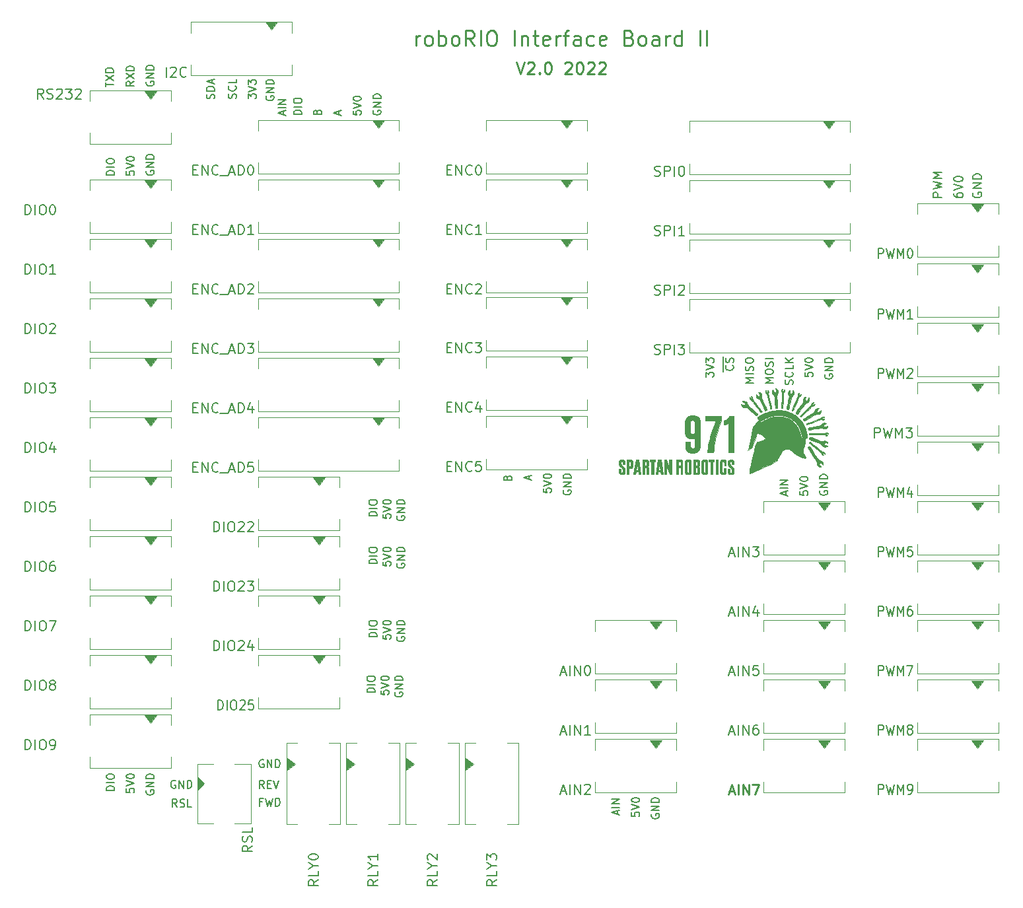
<source format=gbr>
%TF.GenerationSoftware,KiCad,Pcbnew,6.0.8-f2edbf62ab~116~ubuntu20.04.1*%
%TF.CreationDate,2022-12-16T17:31:30-08:00*%
%TF.ProjectId,RRIB2,52524942-322e-46b6-9963-61645f706362,V1.0*%
%TF.SameCoordinates,PX4fefde0PYc90dba0*%
%TF.FileFunction,Legend,Top*%
%TF.FilePolarity,Positive*%
%FSLAX46Y46*%
G04 Gerber Fmt 4.6, Leading zero omitted, Abs format (unit mm)*
G04 Created by KiCad (PCBNEW 6.0.8-f2edbf62ab~116~ubuntu20.04.1) date 2022-12-16 17:31:30*
%MOMM*%
%LPD*%
G01*
G04 APERTURE LIST*
%ADD10C,0.012000*%
%ADD11C,0.060000*%
%ADD12C,0.150000*%
%ADD13C,0.254000*%
%ADD14C,0.177800*%
%ADD15C,0.279400*%
%ADD16C,0.203200*%
%ADD17C,0.228600*%
%ADD18C,0.120000*%
%ADD19C,0.200000*%
%ADD20C,3.403600*%
%ADD21R,1.600200X1.905000*%
%ADD22O,1.600200X1.905000*%
%ADD23R,1.651000X1.778000*%
%ADD24R,1.905000X1.600200*%
%ADD25O,1.905000X1.600200*%
%ADD26R,1.778000X1.651000*%
%ADD27C,3.200000*%
%ADD28R,1.700000X1.700000*%
%ADD29O,1.700000X1.700000*%
%ADD30R,1.600200X1.778000*%
%ADD31O,1.600200X1.778000*%
G04 APERTURE END LIST*
D10*
G36*
X103577483Y61875587D02*
G01*
X103648962Y61871850D01*
X103681951Y61869002D01*
X103711958Y61865533D01*
X103738119Y61861469D01*
X103759574Y61856835D01*
X103775461Y61851655D01*
X103781046Y61848868D01*
X103784916Y61845954D01*
X103787858Y61842324D01*
X103788845Y61840455D01*
X103789501Y61838541D01*
X103789817Y61836577D01*
X103789785Y61834554D01*
X103789400Y61832468D01*
X103788653Y61830310D01*
X103786045Y61825756D01*
X103781902Y61820839D01*
X103776165Y61815507D01*
X103768776Y61809706D01*
X103759676Y61803384D01*
X103748804Y61796489D01*
X103736104Y61788968D01*
X103721515Y61780767D01*
X103686437Y61762118D01*
X103643099Y61740121D01*
X103608083Y61722730D01*
X103576784Y61706167D01*
X103549101Y61690268D01*
X103536583Y61682516D01*
X103524930Y61674868D01*
X103514130Y61667304D01*
X103504170Y61659803D01*
X103495037Y61652344D01*
X103486719Y61644908D01*
X103479202Y61637473D01*
X103472473Y61630019D01*
X103466521Y61622526D01*
X103461331Y61614973D01*
X103456892Y61607339D01*
X103453191Y61599604D01*
X103450214Y61591747D01*
X103447949Y61583748D01*
X103446384Y61575586D01*
X103445504Y61567241D01*
X103445299Y61558692D01*
X103445754Y61549918D01*
X103446857Y61540900D01*
X103448596Y61531616D01*
X103450957Y61522046D01*
X103453927Y61512169D01*
X103457495Y61501966D01*
X103461646Y61491415D01*
X103471650Y61469187D01*
X103482348Y61447849D01*
X103493135Y61429057D01*
X103504202Y61412777D01*
X103509899Y61405567D01*
X103515736Y61398973D01*
X103521738Y61392990D01*
X103527928Y61387613D01*
X103534330Y61382839D01*
X103540967Y61378663D01*
X103547863Y61375080D01*
X103555041Y61372087D01*
X103562525Y61369679D01*
X103570340Y61367852D01*
X103578507Y61366602D01*
X103587052Y61365924D01*
X103595998Y61365814D01*
X103605368Y61366269D01*
X103615186Y61367283D01*
X103625476Y61368852D01*
X103647565Y61373640D01*
X103671824Y61380598D01*
X103698443Y61389692D01*
X103727611Y61400889D01*
X103759517Y61414154D01*
X103790172Y61426906D01*
X103817927Y61438185D01*
X103830758Y61443278D01*
X103842911Y61448008D01*
X103854403Y61452377D01*
X103865250Y61456388D01*
X103875468Y61460042D01*
X103885072Y61463342D01*
X103894078Y61466289D01*
X103902502Y61468886D01*
X103910361Y61471133D01*
X103917670Y61473034D01*
X103924445Y61474589D01*
X103930701Y61475802D01*
X103936455Y61476674D01*
X103941723Y61477206D01*
X103946520Y61477401D01*
X103950863Y61477261D01*
X103952869Y61477066D01*
X103954767Y61476788D01*
X103956559Y61476427D01*
X103958248Y61475983D01*
X103959835Y61475457D01*
X103961322Y61474849D01*
X103962712Y61474159D01*
X103964005Y61473387D01*
X103965205Y61472534D01*
X103966313Y61471600D01*
X103967332Y61470585D01*
X103968262Y61469490D01*
X103969106Y61468313D01*
X103969867Y61467057D01*
X103970546Y61465721D01*
X103971145Y61464305D01*
X103971666Y61462809D01*
X103972111Y61461235D01*
X103972782Y61457849D01*
X103973172Y61454149D01*
X103973299Y61450137D01*
X103972938Y61446044D01*
X103971876Y61441331D01*
X103967767Y61430190D01*
X103961216Y61417009D01*
X103952463Y61402082D01*
X103941751Y61385704D01*
X103929320Y61368170D01*
X103915414Y61349774D01*
X103900274Y61330810D01*
X103884142Y61311573D01*
X103867259Y61292359D01*
X103849868Y61273460D01*
X103832211Y61255172D01*
X103814528Y61237790D01*
X103797063Y61221607D01*
X103780056Y61206919D01*
X103763750Y61194021D01*
X103746451Y61182437D01*
X103728643Y61172296D01*
X103710265Y61163599D01*
X103691254Y61156351D01*
X103671549Y61150553D01*
X103651087Y61146210D01*
X103629807Y61143323D01*
X103607646Y61141898D01*
X103584542Y61141935D01*
X103560434Y61143440D01*
X103535260Y61146414D01*
X103508956Y61150860D01*
X103481462Y61156783D01*
X103452716Y61164185D01*
X103422654Y61173068D01*
X103391217Y61183437D01*
X103363382Y61191941D01*
X103332843Y61199874D01*
X103300469Y61207064D01*
X103267127Y61213335D01*
X103233686Y61218515D01*
X103201014Y61222430D01*
X103169979Y61224907D01*
X103155347Y61225551D01*
X103141450Y61225771D01*
X103079426Y61222625D01*
X102987760Y61213302D01*
X102719969Y61176823D01*
X102347005Y61117721D01*
X101877800Y61037387D01*
X101771392Y61019102D01*
X101727069Y61011691D01*
X101688127Y61005406D01*
X101654157Y61000224D01*
X101624755Y60996125D01*
X101611640Y60994474D01*
X101599514Y60993086D01*
X101588327Y60991957D01*
X101578027Y60991085D01*
X101568565Y60990468D01*
X101559889Y60990102D01*
X101551949Y60989985D01*
X101544694Y60990114D01*
X101538073Y60990486D01*
X101532035Y60991099D01*
X101526529Y60991950D01*
X101521506Y60993037D01*
X101516913Y60994356D01*
X101512701Y60995904D01*
X101508817Y60997680D01*
X101505213Y60999680D01*
X101501837Y61001902D01*
X101498637Y61004343D01*
X101495564Y61007000D01*
X101492567Y61009871D01*
X101488319Y61013856D01*
X101484309Y61018630D01*
X101480537Y61024141D01*
X101477006Y61030335D01*
X101473716Y61037158D01*
X101470670Y61044557D01*
X101465315Y61060869D01*
X101460951Y61078843D01*
X101457592Y61098051D01*
X101455250Y61118066D01*
X101453938Y61138458D01*
X101453667Y61158801D01*
X101454450Y61178667D01*
X101456300Y61197627D01*
X101459230Y61215254D01*
X101463250Y61231119D01*
X101465673Y61238258D01*
X101468374Y61244796D01*
X101471354Y61250680D01*
X101474615Y61255856D01*
X101478158Y61260271D01*
X101481984Y61263871D01*
X101500571Y61270725D01*
X101543367Y61281399D01*
X101690475Y61312025D01*
X101901083Y61351381D01*
X102152967Y61395104D01*
X102396603Y61436032D01*
X102595515Y61470510D01*
X102754195Y61499432D01*
X102819851Y61512089D01*
X102877131Y61523691D01*
X102926599Y61534351D01*
X102968814Y61544180D01*
X103004338Y61553289D01*
X103033732Y61561791D01*
X103057557Y61569797D01*
X103076375Y61577418D01*
X103090747Y61584767D01*
X103096441Y61588374D01*
X103101233Y61591954D01*
X103104819Y61594918D01*
X103109183Y61598994D01*
X103119986Y61610177D01*
X103133120Y61624882D01*
X103148065Y61642489D01*
X103164299Y61662378D01*
X103181303Y61683929D01*
X103198555Y61706522D01*
X103215533Y61729537D01*
X103224378Y61741010D01*
X103233409Y61752366D01*
X103242564Y61763535D01*
X103251781Y61774450D01*
X103260998Y61785043D01*
X103270153Y61795245D01*
X103279184Y61804988D01*
X103288029Y61814204D01*
X103296626Y61822824D01*
X103304913Y61830781D01*
X103312828Y61838007D01*
X103320308Y61844432D01*
X103327293Y61849990D01*
X103333719Y61854610D01*
X103339526Y61858227D01*
X103342177Y61859637D01*
X103344650Y61860770D01*
X103360059Y61865487D01*
X103381104Y61869336D01*
X103406925Y61872342D01*
X103436659Y61874529D01*
X103469443Y61875922D01*
X103504417Y61876546D01*
X103577483Y61875587D01*
G37*
X103577483Y61875587D02*
X103648962Y61871850D01*
X103681951Y61869002D01*
X103711958Y61865533D01*
X103738119Y61861469D01*
X103759574Y61856835D01*
X103775461Y61851655D01*
X103781046Y61848868D01*
X103784916Y61845954D01*
X103787858Y61842324D01*
X103788845Y61840455D01*
X103789501Y61838541D01*
X103789817Y61836577D01*
X103789785Y61834554D01*
X103789400Y61832468D01*
X103788653Y61830310D01*
X103786045Y61825756D01*
X103781902Y61820839D01*
X103776165Y61815507D01*
X103768776Y61809706D01*
X103759676Y61803384D01*
X103748804Y61796489D01*
X103736104Y61788968D01*
X103721515Y61780767D01*
X103686437Y61762118D01*
X103643099Y61740121D01*
X103608083Y61722730D01*
X103576784Y61706167D01*
X103549101Y61690268D01*
X103536583Y61682516D01*
X103524930Y61674868D01*
X103514130Y61667304D01*
X103504170Y61659803D01*
X103495037Y61652344D01*
X103486719Y61644908D01*
X103479202Y61637473D01*
X103472473Y61630019D01*
X103466521Y61622526D01*
X103461331Y61614973D01*
X103456892Y61607339D01*
X103453191Y61599604D01*
X103450214Y61591747D01*
X103447949Y61583748D01*
X103446384Y61575586D01*
X103445504Y61567241D01*
X103445299Y61558692D01*
X103445754Y61549918D01*
X103446857Y61540900D01*
X103448596Y61531616D01*
X103450957Y61522046D01*
X103453927Y61512169D01*
X103457495Y61501966D01*
X103461646Y61491415D01*
X103471650Y61469187D01*
X103482348Y61447849D01*
X103493135Y61429057D01*
X103504202Y61412777D01*
X103509899Y61405567D01*
X103515736Y61398973D01*
X103521738Y61392990D01*
X103527928Y61387613D01*
X103534330Y61382839D01*
X103540967Y61378663D01*
X103547863Y61375080D01*
X103555041Y61372087D01*
X103562525Y61369679D01*
X103570340Y61367852D01*
X103578507Y61366602D01*
X103587052Y61365924D01*
X103595998Y61365814D01*
X103605368Y61366269D01*
X103615186Y61367283D01*
X103625476Y61368852D01*
X103647565Y61373640D01*
X103671824Y61380598D01*
X103698443Y61389692D01*
X103727611Y61400889D01*
X103759517Y61414154D01*
X103790172Y61426906D01*
X103817927Y61438185D01*
X103830758Y61443278D01*
X103842911Y61448008D01*
X103854403Y61452377D01*
X103865250Y61456388D01*
X103875468Y61460042D01*
X103885072Y61463342D01*
X103894078Y61466289D01*
X103902502Y61468886D01*
X103910361Y61471133D01*
X103917670Y61473034D01*
X103924445Y61474589D01*
X103930701Y61475802D01*
X103936455Y61476674D01*
X103941723Y61477206D01*
X103946520Y61477401D01*
X103950863Y61477261D01*
X103952869Y61477066D01*
X103954767Y61476788D01*
X103956559Y61476427D01*
X103958248Y61475983D01*
X103959835Y61475457D01*
X103961322Y61474849D01*
X103962712Y61474159D01*
X103964005Y61473387D01*
X103965205Y61472534D01*
X103966313Y61471600D01*
X103967332Y61470585D01*
X103968262Y61469490D01*
X103969106Y61468313D01*
X103969867Y61467057D01*
X103970546Y61465721D01*
X103971145Y61464305D01*
X103971666Y61462809D01*
X103972111Y61461235D01*
X103972782Y61457849D01*
X103973172Y61454149D01*
X103973299Y61450137D01*
X103972938Y61446044D01*
X103971876Y61441331D01*
X103967767Y61430190D01*
X103961216Y61417009D01*
X103952463Y61402082D01*
X103941751Y61385704D01*
X103929320Y61368170D01*
X103915414Y61349774D01*
X103900274Y61330810D01*
X103884142Y61311573D01*
X103867259Y61292359D01*
X103849868Y61273460D01*
X103832211Y61255172D01*
X103814528Y61237790D01*
X103797063Y61221607D01*
X103780056Y61206919D01*
X103763750Y61194021D01*
X103746451Y61182437D01*
X103728643Y61172296D01*
X103710265Y61163599D01*
X103691254Y61156351D01*
X103671549Y61150553D01*
X103651087Y61146210D01*
X103629807Y61143323D01*
X103607646Y61141898D01*
X103584542Y61141935D01*
X103560434Y61143440D01*
X103535260Y61146414D01*
X103508956Y61150860D01*
X103481462Y61156783D01*
X103452716Y61164185D01*
X103422654Y61173068D01*
X103391217Y61183437D01*
X103363382Y61191941D01*
X103332843Y61199874D01*
X103300469Y61207064D01*
X103267127Y61213335D01*
X103233686Y61218515D01*
X103201014Y61222430D01*
X103169979Y61224907D01*
X103155347Y61225551D01*
X103141450Y61225771D01*
X103079426Y61222625D01*
X102987760Y61213302D01*
X102719969Y61176823D01*
X102347005Y61117721D01*
X101877800Y61037387D01*
X101771392Y61019102D01*
X101727069Y61011691D01*
X101688127Y61005406D01*
X101654157Y61000224D01*
X101624755Y60996125D01*
X101611640Y60994474D01*
X101599514Y60993086D01*
X101588327Y60991957D01*
X101578027Y60991085D01*
X101568565Y60990468D01*
X101559889Y60990102D01*
X101551949Y60989985D01*
X101544694Y60990114D01*
X101538073Y60990486D01*
X101532035Y60991099D01*
X101526529Y60991950D01*
X101521506Y60993037D01*
X101516913Y60994356D01*
X101512701Y60995904D01*
X101508817Y60997680D01*
X101505213Y60999680D01*
X101501837Y61001902D01*
X101498637Y61004343D01*
X101495564Y61007000D01*
X101492567Y61009871D01*
X101488319Y61013856D01*
X101484309Y61018630D01*
X101480537Y61024141D01*
X101477006Y61030335D01*
X101473716Y61037158D01*
X101470670Y61044557D01*
X101465315Y61060869D01*
X101460951Y61078843D01*
X101457592Y61098051D01*
X101455250Y61118066D01*
X101453938Y61138458D01*
X101453667Y61158801D01*
X101454450Y61178667D01*
X101456300Y61197627D01*
X101459230Y61215254D01*
X101463250Y61231119D01*
X101465673Y61238258D01*
X101468374Y61244796D01*
X101471354Y61250680D01*
X101474615Y61255856D01*
X101478158Y61260271D01*
X101481984Y61263871D01*
X101500571Y61270725D01*
X101543367Y61281399D01*
X101690475Y61312025D01*
X101901083Y61351381D01*
X102152967Y61395104D01*
X102396603Y61436032D01*
X102595515Y61470510D01*
X102754195Y61499432D01*
X102819851Y61512089D01*
X102877131Y61523691D01*
X102926599Y61534351D01*
X102968814Y61544180D01*
X103004338Y61553289D01*
X103033732Y61561791D01*
X103057557Y61569797D01*
X103076375Y61577418D01*
X103090747Y61584767D01*
X103096441Y61588374D01*
X103101233Y61591954D01*
X103104819Y61594918D01*
X103109183Y61598994D01*
X103119986Y61610177D01*
X103133120Y61624882D01*
X103148065Y61642489D01*
X103164299Y61662378D01*
X103181303Y61683929D01*
X103198555Y61706522D01*
X103215533Y61729537D01*
X103224378Y61741010D01*
X103233409Y61752366D01*
X103242564Y61763535D01*
X103251781Y61774450D01*
X103260998Y61785043D01*
X103270153Y61795245D01*
X103279184Y61804988D01*
X103288029Y61814204D01*
X103296626Y61822824D01*
X103304913Y61830781D01*
X103312828Y61838007D01*
X103320308Y61844432D01*
X103327293Y61849990D01*
X103333719Y61854610D01*
X103339526Y61858227D01*
X103342177Y61859637D01*
X103344650Y61860770D01*
X103360059Y61865487D01*
X103381104Y61869336D01*
X103406925Y61872342D01*
X103436659Y61874529D01*
X103469443Y61875922D01*
X103504417Y61876546D01*
X103577483Y61875587D01*
D11*
G36*
X89874801Y55310272D02*
G01*
X89608328Y55310272D01*
X89608328Y57152906D01*
X89874801Y57152906D01*
X89874801Y55310272D01*
G37*
X89874801Y55310272D02*
X89608328Y55310272D01*
X89608328Y57152906D01*
X89874801Y57152906D01*
X89874801Y55310272D01*
D10*
G36*
X99471361Y66083673D02*
G01*
X99475535Y66082123D01*
X99480035Y66079799D01*
X99489902Y66072970D01*
X99500750Y66063474D01*
X99512363Y66051601D01*
X99524528Y66037637D01*
X99537031Y66021872D01*
X99549659Y66004594D01*
X99562196Y65986091D01*
X99574429Y65966652D01*
X99586145Y65946565D01*
X99597129Y65926118D01*
X99607167Y65905600D01*
X99616045Y65885299D01*
X99623550Y65865504D01*
X99634081Y65832517D01*
X99642612Y65801636D01*
X99649079Y65772584D01*
X99653415Y65745085D01*
X99654764Y65731832D01*
X99655556Y65718864D01*
X99655783Y65706146D01*
X99655436Y65693644D01*
X99654509Y65681324D01*
X99652992Y65669150D01*
X99650877Y65657089D01*
X99648156Y65645106D01*
X99644822Y65633166D01*
X99640865Y65621235D01*
X99636278Y65609278D01*
X99631053Y65597262D01*
X99625182Y65585150D01*
X99618656Y65572910D01*
X99603607Y65547904D01*
X99585842Y65521968D01*
X99565296Y65494826D01*
X99541904Y65466202D01*
X99515600Y65435820D01*
X99505169Y65423884D01*
X99494561Y65411172D01*
X99473101Y65383896D01*
X99451790Y65354932D01*
X99431198Y65325224D01*
X99411896Y65295715D01*
X99394454Y65267347D01*
X99379443Y65241062D01*
X99373027Y65228996D01*
X99367433Y65217804D01*
X99354394Y65181270D01*
X99334956Y65118420D01*
X99280650Y64927556D01*
X99212057Y64672795D01*
X99136717Y64381720D01*
X99065544Y64097723D01*
X99005484Y63862343D01*
X98962886Y63700385D01*
X98950119Y63654691D01*
X98944100Y63636653D01*
X98942009Y63633621D01*
X98939327Y63630869D01*
X98936084Y63628395D01*
X98932310Y63626194D01*
X98928033Y63624264D01*
X98923283Y63622599D01*
X98912483Y63620051D01*
X98900144Y63618520D01*
X98886504Y63617976D01*
X98871797Y63618386D01*
X98856259Y63619720D01*
X98840125Y63621948D01*
X98823632Y63625037D01*
X98807015Y63628957D01*
X98790510Y63633677D01*
X98774352Y63639166D01*
X98758776Y63645393D01*
X98744020Y63652327D01*
X98730317Y63659937D01*
X98723254Y63664322D01*
X98716377Y63668726D01*
X98709723Y63673118D01*
X98703329Y63677466D01*
X98697234Y63681739D01*
X98691473Y63685908D01*
X98686084Y63689939D01*
X98681104Y63693804D01*
X98676571Y63697470D01*
X98672522Y63700906D01*
X98668994Y63704082D01*
X98666023Y63706967D01*
X98663648Y63709529D01*
X98662696Y63710679D01*
X98661906Y63711738D01*
X98661283Y63712700D01*
X98660833Y63713562D01*
X98660559Y63714320D01*
X98660467Y63714970D01*
X98673828Y63774336D01*
X98710209Y63924785D01*
X98829800Y64409237D01*
X98864713Y64548490D01*
X98897567Y64683081D01*
X98954419Y64925174D01*
X98995000Y65109324D01*
X99007514Y65171485D01*
X99013950Y65209337D01*
X99017117Y65246833D01*
X99017978Y65263185D01*
X99018250Y65278327D01*
X99017852Y65292551D01*
X99016704Y65306149D01*
X99014724Y65319413D01*
X99011834Y65332633D01*
X99007951Y65346100D01*
X99002995Y65360108D01*
X98996886Y65374946D01*
X98989542Y65390907D01*
X98980884Y65408282D01*
X98970831Y65427362D01*
X98946217Y65471804D01*
X98930590Y65501413D01*
X98917047Y65528594D01*
X98905587Y65553747D01*
X98896211Y65577273D01*
X98888918Y65599571D01*
X98883709Y65621041D01*
X98881886Y65631590D01*
X98880584Y65642083D01*
X98879803Y65652569D01*
X98879542Y65663097D01*
X98879803Y65673719D01*
X98880584Y65684483D01*
X98883709Y65706642D01*
X98888918Y65729972D01*
X98896211Y65754875D01*
X98905587Y65781749D01*
X98917047Y65810995D01*
X98930590Y65843014D01*
X98946217Y65878204D01*
X98956507Y65900273D01*
X98966722Y65921211D01*
X98976838Y65940976D01*
X98986830Y65959530D01*
X98996674Y65976831D01*
X99006343Y65992838D01*
X99015815Y66007513D01*
X99025063Y66020814D01*
X99034063Y66032701D01*
X99038462Y66038102D01*
X99042790Y66043134D01*
X99047043Y66047792D01*
X99051219Y66052072D01*
X99055315Y66055969D01*
X99059326Y66059476D01*
X99063251Y66062590D01*
X99067086Y66065305D01*
X99070828Y66067616D01*
X99074474Y66069518D01*
X99078021Y66071006D01*
X99081465Y66072075D01*
X99084804Y66072720D01*
X99088034Y66072937D01*
X99088827Y66072691D01*
X99089619Y66071961D01*
X99091192Y66069096D01*
X99092740Y66064440D01*
X99094251Y66058087D01*
X99097112Y66040678D01*
X99099675Y66017639D01*
X99101842Y65989738D01*
X99103512Y65957744D01*
X99104587Y65922426D01*
X99104967Y65884553D01*
X99105004Y65852382D01*
X99105165Y65823931D01*
X99105525Y65798903D01*
X99106158Y65777000D01*
X99106599Y65767128D01*
X99107137Y65757925D01*
X99107781Y65749355D01*
X99108539Y65741381D01*
X99109421Y65733964D01*
X99110436Y65727068D01*
X99111595Y65720656D01*
X99112905Y65714691D01*
X99114376Y65709135D01*
X99116018Y65703950D01*
X99117839Y65699101D01*
X99119850Y65694549D01*
X99122059Y65690258D01*
X99124476Y65686190D01*
X99127110Y65682308D01*
X99129970Y65678575D01*
X99133066Y65674954D01*
X99136407Y65671407D01*
X99140002Y65667897D01*
X99143861Y65664387D01*
X99147992Y65660840D01*
X99152406Y65657218D01*
X99162117Y65649603D01*
X99170289Y65643201D01*
X99178178Y65637474D01*
X99185851Y65632405D01*
X99193371Y65627974D01*
X99200805Y65624163D01*
X99208217Y65620954D01*
X99215672Y65618328D01*
X99223236Y65616266D01*
X99230973Y65614750D01*
X99238950Y65613761D01*
X99247230Y65613280D01*
X99255879Y65613289D01*
X99264962Y65613770D01*
X99274544Y65614703D01*
X99284691Y65616071D01*
X99295467Y65617853D01*
X99318409Y65622732D01*
X99338904Y65628007D01*
X99357086Y65633927D01*
X99373089Y65640740D01*
X99380315Y65644559D01*
X99387045Y65648694D01*
X99393298Y65653176D01*
X99399088Y65658037D01*
X99404434Y65663307D01*
X99409352Y65669017D01*
X99413858Y65675199D01*
X99417969Y65681883D01*
X99421702Y65689100D01*
X99425073Y65696881D01*
X99428099Y65705258D01*
X99430797Y65714261D01*
X99435275Y65734270D01*
X99438639Y65757157D01*
X99441024Y65783168D01*
X99442563Y65812554D01*
X99443388Y65845560D01*
X99443633Y65882437D01*
X99443923Y65919809D01*
X99444758Y65955197D01*
X99446089Y65987807D01*
X99447867Y66016845D01*
X99448908Y66029777D01*
X99450042Y66041517D01*
X99451262Y66051968D01*
X99452563Y66061030D01*
X99453939Y66068604D01*
X99455383Y66074590D01*
X99456889Y66078890D01*
X99457663Y66080376D01*
X99458450Y66081403D01*
X99461056Y66083313D01*
X99464095Y66084304D01*
X99467539Y66084412D01*
X99471361Y66083673D01*
G37*
X99471361Y66083673D02*
X99475535Y66082123D01*
X99480035Y66079799D01*
X99489902Y66072970D01*
X99500750Y66063474D01*
X99512363Y66051601D01*
X99524528Y66037637D01*
X99537031Y66021872D01*
X99549659Y66004594D01*
X99562196Y65986091D01*
X99574429Y65966652D01*
X99586145Y65946565D01*
X99597129Y65926118D01*
X99607167Y65905600D01*
X99616045Y65885299D01*
X99623550Y65865504D01*
X99634081Y65832517D01*
X99642612Y65801636D01*
X99649079Y65772584D01*
X99653415Y65745085D01*
X99654764Y65731832D01*
X99655556Y65718864D01*
X99655783Y65706146D01*
X99655436Y65693644D01*
X99654509Y65681324D01*
X99652992Y65669150D01*
X99650877Y65657089D01*
X99648156Y65645106D01*
X99644822Y65633166D01*
X99640865Y65621235D01*
X99636278Y65609278D01*
X99631053Y65597262D01*
X99625182Y65585150D01*
X99618656Y65572910D01*
X99603607Y65547904D01*
X99585842Y65521968D01*
X99565296Y65494826D01*
X99541904Y65466202D01*
X99515600Y65435820D01*
X99505169Y65423884D01*
X99494561Y65411172D01*
X99473101Y65383896D01*
X99451790Y65354932D01*
X99431198Y65325224D01*
X99411896Y65295715D01*
X99394454Y65267347D01*
X99379443Y65241062D01*
X99373027Y65228996D01*
X99367433Y65217804D01*
X99354394Y65181270D01*
X99334956Y65118420D01*
X99280650Y64927556D01*
X99212057Y64672795D01*
X99136717Y64381720D01*
X99065544Y64097723D01*
X99005484Y63862343D01*
X98962886Y63700385D01*
X98950119Y63654691D01*
X98944100Y63636653D01*
X98942009Y63633621D01*
X98939327Y63630869D01*
X98936084Y63628395D01*
X98932310Y63626194D01*
X98928033Y63624264D01*
X98923283Y63622599D01*
X98912483Y63620051D01*
X98900144Y63618520D01*
X98886504Y63617976D01*
X98871797Y63618386D01*
X98856259Y63619720D01*
X98840125Y63621948D01*
X98823632Y63625037D01*
X98807015Y63628957D01*
X98790510Y63633677D01*
X98774352Y63639166D01*
X98758776Y63645393D01*
X98744020Y63652327D01*
X98730317Y63659937D01*
X98723254Y63664322D01*
X98716377Y63668726D01*
X98709723Y63673118D01*
X98703329Y63677466D01*
X98697234Y63681739D01*
X98691473Y63685908D01*
X98686084Y63689939D01*
X98681104Y63693804D01*
X98676571Y63697470D01*
X98672522Y63700906D01*
X98668994Y63704082D01*
X98666023Y63706967D01*
X98663648Y63709529D01*
X98662696Y63710679D01*
X98661906Y63711738D01*
X98661283Y63712700D01*
X98660833Y63713562D01*
X98660559Y63714320D01*
X98660467Y63714970D01*
X98673828Y63774336D01*
X98710209Y63924785D01*
X98829800Y64409237D01*
X98864713Y64548490D01*
X98897567Y64683081D01*
X98954419Y64925174D01*
X98995000Y65109324D01*
X99007514Y65171485D01*
X99013950Y65209337D01*
X99017117Y65246833D01*
X99017978Y65263185D01*
X99018250Y65278327D01*
X99017852Y65292551D01*
X99016704Y65306149D01*
X99014724Y65319413D01*
X99011834Y65332633D01*
X99007951Y65346100D01*
X99002995Y65360108D01*
X98996886Y65374946D01*
X98989542Y65390907D01*
X98980884Y65408282D01*
X98970831Y65427362D01*
X98946217Y65471804D01*
X98930590Y65501413D01*
X98917047Y65528594D01*
X98905587Y65553747D01*
X98896211Y65577273D01*
X98888918Y65599571D01*
X98883709Y65621041D01*
X98881886Y65631590D01*
X98880584Y65642083D01*
X98879803Y65652569D01*
X98879542Y65663097D01*
X98879803Y65673719D01*
X98880584Y65684483D01*
X98883709Y65706642D01*
X98888918Y65729972D01*
X98896211Y65754875D01*
X98905587Y65781749D01*
X98917047Y65810995D01*
X98930590Y65843014D01*
X98946217Y65878204D01*
X98956507Y65900273D01*
X98966722Y65921211D01*
X98976838Y65940976D01*
X98986830Y65959530D01*
X98996674Y65976831D01*
X99006343Y65992838D01*
X99015815Y66007513D01*
X99025063Y66020814D01*
X99034063Y66032701D01*
X99038462Y66038102D01*
X99042790Y66043134D01*
X99047043Y66047792D01*
X99051219Y66052072D01*
X99055315Y66055969D01*
X99059326Y66059476D01*
X99063251Y66062590D01*
X99067086Y66065305D01*
X99070828Y66067616D01*
X99074474Y66069518D01*
X99078021Y66071006D01*
X99081465Y66072075D01*
X99084804Y66072720D01*
X99088034Y66072937D01*
X99088827Y66072691D01*
X99089619Y66071961D01*
X99091192Y66069096D01*
X99092740Y66064440D01*
X99094251Y66058087D01*
X99097112Y66040678D01*
X99099675Y66017639D01*
X99101842Y65989738D01*
X99103512Y65957744D01*
X99104587Y65922426D01*
X99104967Y65884553D01*
X99105004Y65852382D01*
X99105165Y65823931D01*
X99105525Y65798903D01*
X99106158Y65777000D01*
X99106599Y65767128D01*
X99107137Y65757925D01*
X99107781Y65749355D01*
X99108539Y65741381D01*
X99109421Y65733964D01*
X99110436Y65727068D01*
X99111595Y65720656D01*
X99112905Y65714691D01*
X99114376Y65709135D01*
X99116018Y65703950D01*
X99117839Y65699101D01*
X99119850Y65694549D01*
X99122059Y65690258D01*
X99124476Y65686190D01*
X99127110Y65682308D01*
X99129970Y65678575D01*
X99133066Y65674954D01*
X99136407Y65671407D01*
X99140002Y65667897D01*
X99143861Y65664387D01*
X99147992Y65660840D01*
X99152406Y65657218D01*
X99162117Y65649603D01*
X99170289Y65643201D01*
X99178178Y65637474D01*
X99185851Y65632405D01*
X99193371Y65627974D01*
X99200805Y65624163D01*
X99208217Y65620954D01*
X99215672Y65618328D01*
X99223236Y65616266D01*
X99230973Y65614750D01*
X99238950Y65613761D01*
X99247230Y65613280D01*
X99255879Y65613289D01*
X99264962Y65613770D01*
X99274544Y65614703D01*
X99284691Y65616071D01*
X99295467Y65617853D01*
X99318409Y65622732D01*
X99338904Y65628007D01*
X99357086Y65633927D01*
X99373089Y65640740D01*
X99380315Y65644559D01*
X99387045Y65648694D01*
X99393298Y65653176D01*
X99399088Y65658037D01*
X99404434Y65663307D01*
X99409352Y65669017D01*
X99413858Y65675199D01*
X99417969Y65681883D01*
X99421702Y65689100D01*
X99425073Y65696881D01*
X99428099Y65705258D01*
X99430797Y65714261D01*
X99435275Y65734270D01*
X99438639Y65757157D01*
X99441024Y65783168D01*
X99442563Y65812554D01*
X99443388Y65845560D01*
X99443633Y65882437D01*
X99443923Y65919809D01*
X99444758Y65955197D01*
X99446089Y65987807D01*
X99447867Y66016845D01*
X99448908Y66029777D01*
X99450042Y66041517D01*
X99451262Y66051968D01*
X99452563Y66061030D01*
X99453939Y66068604D01*
X99455383Y66074590D01*
X99456889Y66078890D01*
X99457663Y66080376D01*
X99458450Y66081403D01*
X99461056Y66083313D01*
X99464095Y66084304D01*
X99467539Y66084412D01*
X99471361Y66083673D01*
G36*
X103352276Y62703248D02*
G01*
X103359844Y62702553D01*
X103367735Y62701517D01*
X103384607Y62698459D01*
X103403147Y62694146D01*
X103423610Y62688648D01*
X103446250Y62682037D01*
X103468025Y62675457D01*
X103486504Y62669184D01*
X103501665Y62663178D01*
X103513487Y62657398D01*
X103518139Y62654580D01*
X103521948Y62651804D01*
X103524912Y62649064D01*
X103527027Y62646356D01*
X103528290Y62643674D01*
X103528700Y62641013D01*
X103528254Y62638368D01*
X103526948Y62635735D01*
X103524780Y62633108D01*
X103521748Y62630482D01*
X103517848Y62627852D01*
X103513078Y62625214D01*
X103500917Y62619889D01*
X103485243Y62614469D01*
X103466034Y62608912D01*
X103443269Y62603179D01*
X103416926Y62597228D01*
X103386983Y62591020D01*
X103379790Y62589508D01*
X103372897Y62587754D01*
X103366306Y62585763D01*
X103360020Y62583542D01*
X103354041Y62581096D01*
X103348371Y62578431D01*
X103343013Y62575552D01*
X103337969Y62572467D01*
X103333241Y62569179D01*
X103328832Y62565696D01*
X103324743Y62562024D01*
X103320978Y62558167D01*
X103317538Y62554131D01*
X103314426Y62549924D01*
X103311645Y62545549D01*
X103309196Y62541014D01*
X103307081Y62536324D01*
X103305304Y62531485D01*
X103303867Y62526502D01*
X103302771Y62521381D01*
X103302020Y62516129D01*
X103301615Y62510751D01*
X103301559Y62505253D01*
X103301853Y62499640D01*
X103302502Y62493919D01*
X103303506Y62488095D01*
X103304868Y62482174D01*
X103306591Y62476162D01*
X103308677Y62470065D01*
X103311127Y62463888D01*
X103313945Y62457638D01*
X103317133Y62451320D01*
X103321423Y62444197D01*
X103325654Y62437889D01*
X103329965Y62432368D01*
X103334497Y62427607D01*
X103339388Y62423578D01*
X103344778Y62420253D01*
X103350807Y62417603D01*
X103357615Y62415602D01*
X103365340Y62414221D01*
X103374122Y62413431D01*
X103384101Y62413207D01*
X103395417Y62413518D01*
X103408208Y62414338D01*
X103422615Y62415639D01*
X103456833Y62419570D01*
X103483795Y62422027D01*
X103506736Y62423055D01*
X103525652Y62422663D01*
X103533600Y62421937D01*
X103540541Y62420860D01*
X103546474Y62419433D01*
X103551399Y62417656D01*
X103555315Y62415531D01*
X103558222Y62413059D01*
X103560121Y62410242D01*
X103561009Y62407080D01*
X103560888Y62403574D01*
X103559756Y62399727D01*
X103557614Y62395538D01*
X103554460Y62391009D01*
X103550295Y62386142D01*
X103545117Y62380937D01*
X103531725Y62369519D01*
X103514281Y62356765D01*
X103492781Y62342683D01*
X103467222Y62327284D01*
X103437602Y62310577D01*
X103403917Y62292570D01*
X103396534Y62288875D01*
X103389402Y62285728D01*
X103382425Y62283134D01*
X103375507Y62281094D01*
X103368552Y62279612D01*
X103361464Y62278692D01*
X103354146Y62278336D01*
X103346502Y62278547D01*
X103338437Y62279329D01*
X103329854Y62280685D01*
X103320657Y62282617D01*
X103310750Y62285129D01*
X103300037Y62288224D01*
X103288422Y62291905D01*
X103262100Y62301037D01*
X103248012Y62306248D01*
X103235026Y62310773D01*
X103223000Y62314623D01*
X103211796Y62317805D01*
X103201274Y62320331D01*
X103191295Y62322208D01*
X103181719Y62323447D01*
X103172406Y62324056D01*
X103163218Y62324045D01*
X103154014Y62323423D01*
X103144654Y62322200D01*
X103135001Y62320385D01*
X103124913Y62317986D01*
X103114252Y62315015D01*
X103102877Y62311478D01*
X103090650Y62307387D01*
X102157200Y61962371D01*
X101823131Y61840629D01*
X101675332Y61787981D01*
X101545219Y61742502D01*
X101436438Y61705456D01*
X101352636Y61678109D01*
X101297457Y61661725D01*
X101281742Y61658040D01*
X101274550Y61657570D01*
X101271011Y61659016D01*
X101267541Y61660953D01*
X101264149Y61663350D01*
X101260842Y61666178D01*
X101257628Y61669405D01*
X101254514Y61673002D01*
X101251510Y61676939D01*
X101248621Y61681185D01*
X101243224Y61690483D01*
X101238385Y61700656D01*
X101234166Y61711462D01*
X101230629Y61722658D01*
X101227837Y61734003D01*
X101225850Y61745255D01*
X101224732Y61756172D01*
X101224544Y61766513D01*
X101224818Y61771391D01*
X101225348Y61776035D01*
X101226141Y61780413D01*
X101227206Y61784496D01*
X101228550Y61788253D01*
X101230180Y61791655D01*
X101232106Y61794671D01*
X101234333Y61797270D01*
X101245297Y61803715D01*
X101269258Y61814700D01*
X101304729Y61829603D01*
X101350221Y61847806D01*
X101465314Y61891628D01*
X101602633Y61941204D01*
X102071938Y62113117D01*
X102521796Y62281458D01*
X102872435Y62415668D01*
X102985619Y62460424D01*
X103044083Y62485187D01*
X103051959Y62489567D01*
X103060454Y62494729D01*
X103069496Y62500609D01*
X103079008Y62507147D01*
X103088918Y62514281D01*
X103099150Y62521948D01*
X103120283Y62538633D01*
X103141814Y62556707D01*
X103163146Y62575675D01*
X103183684Y62595039D01*
X103193469Y62604715D01*
X103202833Y62614304D01*
X103219519Y62631877D01*
X103234823Y62647340D01*
X103248998Y62660761D01*
X103262298Y62672215D01*
X103274978Y62681770D01*
X103281165Y62685858D01*
X103287293Y62689499D01*
X103293392Y62692701D01*
X103299496Y62695474D01*
X103305635Y62697825D01*
X103311841Y62699764D01*
X103318147Y62701301D01*
X103324584Y62702443D01*
X103331183Y62703200D01*
X103337977Y62703580D01*
X103344998Y62703593D01*
X103352276Y62703248D01*
G37*
X103352276Y62703248D02*
X103359844Y62702553D01*
X103367735Y62701517D01*
X103384607Y62698459D01*
X103403147Y62694146D01*
X103423610Y62688648D01*
X103446250Y62682037D01*
X103468025Y62675457D01*
X103486504Y62669184D01*
X103501665Y62663178D01*
X103513487Y62657398D01*
X103518139Y62654580D01*
X103521948Y62651804D01*
X103524912Y62649064D01*
X103527027Y62646356D01*
X103528290Y62643674D01*
X103528700Y62641013D01*
X103528254Y62638368D01*
X103526948Y62635735D01*
X103524780Y62633108D01*
X103521748Y62630482D01*
X103517848Y62627852D01*
X103513078Y62625214D01*
X103500917Y62619889D01*
X103485243Y62614469D01*
X103466034Y62608912D01*
X103443269Y62603179D01*
X103416926Y62597228D01*
X103386983Y62591020D01*
X103379790Y62589508D01*
X103372897Y62587754D01*
X103366306Y62585763D01*
X103360020Y62583542D01*
X103354041Y62581096D01*
X103348371Y62578431D01*
X103343013Y62575552D01*
X103337969Y62572467D01*
X103333241Y62569179D01*
X103328832Y62565696D01*
X103324743Y62562024D01*
X103320978Y62558167D01*
X103317538Y62554131D01*
X103314426Y62549924D01*
X103311645Y62545549D01*
X103309196Y62541014D01*
X103307081Y62536324D01*
X103305304Y62531485D01*
X103303867Y62526502D01*
X103302771Y62521381D01*
X103302020Y62516129D01*
X103301615Y62510751D01*
X103301559Y62505253D01*
X103301853Y62499640D01*
X103302502Y62493919D01*
X103303506Y62488095D01*
X103304868Y62482174D01*
X103306591Y62476162D01*
X103308677Y62470065D01*
X103311127Y62463888D01*
X103313945Y62457638D01*
X103317133Y62451320D01*
X103321423Y62444197D01*
X103325654Y62437889D01*
X103329965Y62432368D01*
X103334497Y62427607D01*
X103339388Y62423578D01*
X103344778Y62420253D01*
X103350807Y62417603D01*
X103357615Y62415602D01*
X103365340Y62414221D01*
X103374122Y62413431D01*
X103384101Y62413207D01*
X103395417Y62413518D01*
X103408208Y62414338D01*
X103422615Y62415639D01*
X103456833Y62419570D01*
X103483795Y62422027D01*
X103506736Y62423055D01*
X103525652Y62422663D01*
X103533600Y62421937D01*
X103540541Y62420860D01*
X103546474Y62419433D01*
X103551399Y62417656D01*
X103555315Y62415531D01*
X103558222Y62413059D01*
X103560121Y62410242D01*
X103561009Y62407080D01*
X103560888Y62403574D01*
X103559756Y62399727D01*
X103557614Y62395538D01*
X103554460Y62391009D01*
X103550295Y62386142D01*
X103545117Y62380937D01*
X103531725Y62369519D01*
X103514281Y62356765D01*
X103492781Y62342683D01*
X103467222Y62327284D01*
X103437602Y62310577D01*
X103403917Y62292570D01*
X103396534Y62288875D01*
X103389402Y62285728D01*
X103382425Y62283134D01*
X103375507Y62281094D01*
X103368552Y62279612D01*
X103361464Y62278692D01*
X103354146Y62278336D01*
X103346502Y62278547D01*
X103338437Y62279329D01*
X103329854Y62280685D01*
X103320657Y62282617D01*
X103310750Y62285129D01*
X103300037Y62288224D01*
X103288422Y62291905D01*
X103262100Y62301037D01*
X103248012Y62306248D01*
X103235026Y62310773D01*
X103223000Y62314623D01*
X103211796Y62317805D01*
X103201274Y62320331D01*
X103191295Y62322208D01*
X103181719Y62323447D01*
X103172406Y62324056D01*
X103163218Y62324045D01*
X103154014Y62323423D01*
X103144654Y62322200D01*
X103135001Y62320385D01*
X103124913Y62317986D01*
X103114252Y62315015D01*
X103102877Y62311478D01*
X103090650Y62307387D01*
X102157200Y61962371D01*
X101823131Y61840629D01*
X101675332Y61787981D01*
X101545219Y61742502D01*
X101436438Y61705456D01*
X101352636Y61678109D01*
X101297457Y61661725D01*
X101281742Y61658040D01*
X101274550Y61657570D01*
X101271011Y61659016D01*
X101267541Y61660953D01*
X101264149Y61663350D01*
X101260842Y61666178D01*
X101257628Y61669405D01*
X101254514Y61673002D01*
X101251510Y61676939D01*
X101248621Y61681185D01*
X101243224Y61690483D01*
X101238385Y61700656D01*
X101234166Y61711462D01*
X101230629Y61722658D01*
X101227837Y61734003D01*
X101225850Y61745255D01*
X101224732Y61756172D01*
X101224544Y61766513D01*
X101224818Y61771391D01*
X101225348Y61776035D01*
X101226141Y61780413D01*
X101227206Y61784496D01*
X101228550Y61788253D01*
X101230180Y61791655D01*
X101232106Y61794671D01*
X101234333Y61797270D01*
X101245297Y61803715D01*
X101269258Y61814700D01*
X101304729Y61829603D01*
X101350221Y61847806D01*
X101465314Y61891628D01*
X101602633Y61941204D01*
X102071938Y62113117D01*
X102521796Y62281458D01*
X102872435Y62415668D01*
X102985619Y62460424D01*
X103044083Y62485187D01*
X103051959Y62489567D01*
X103060454Y62494729D01*
X103069496Y62500609D01*
X103079008Y62507147D01*
X103088918Y62514281D01*
X103099150Y62521948D01*
X103120283Y62538633D01*
X103141814Y62556707D01*
X103163146Y62575675D01*
X103183684Y62595039D01*
X103193469Y62604715D01*
X103202833Y62614304D01*
X103219519Y62631877D01*
X103234823Y62647340D01*
X103248998Y62660761D01*
X103262298Y62672215D01*
X103274978Y62681770D01*
X103281165Y62685858D01*
X103287293Y62689499D01*
X103293392Y62692701D01*
X103299496Y62695474D01*
X103305635Y62697825D01*
X103311841Y62699764D01*
X103318147Y62701301D01*
X103324584Y62702443D01*
X103331183Y62703200D01*
X103337977Y62703580D01*
X103344998Y62703593D01*
X103352276Y62703248D01*
D11*
G36*
X87292279Y57152906D02*
G01*
X87312228Y57151926D01*
X87331579Y57149972D01*
X87350274Y57146953D01*
X87368255Y57142776D01*
X87385468Y57137348D01*
X87393767Y57134136D01*
X87401853Y57130576D01*
X87409718Y57126658D01*
X87417355Y57122370D01*
X87424757Y57117699D01*
X87431917Y57112634D01*
X87438827Y57107165D01*
X87445481Y57101279D01*
X87451872Y57094964D01*
X87457991Y57088210D01*
X87463833Y57081004D01*
X87469390Y57073335D01*
X87474655Y57065192D01*
X87479621Y57056563D01*
X87484281Y57047436D01*
X87488627Y57037800D01*
X87492653Y57027643D01*
X87496351Y57016953D01*
X87499714Y57005720D01*
X87502736Y56993932D01*
X87505409Y56981576D01*
X87507725Y56968642D01*
X87507725Y56458375D01*
X87505641Y56448693D01*
X87503294Y56439360D01*
X87500690Y56430371D01*
X87497832Y56421720D01*
X87494725Y56413402D01*
X87491372Y56405410D01*
X87487779Y56397740D01*
X87483949Y56390386D01*
X87479886Y56383341D01*
X87475595Y56376601D01*
X87471080Y56370160D01*
X87466345Y56364012D01*
X87461394Y56358151D01*
X87456232Y56352573D01*
X87450863Y56347270D01*
X87445291Y56342239D01*
X87439519Y56337472D01*
X87433554Y56332965D01*
X87427398Y56328712D01*
X87421056Y56324706D01*
X87407830Y56317418D01*
X87393910Y56311055D01*
X87379330Y56305572D01*
X87364124Y56300924D01*
X87348324Y56297067D01*
X87331966Y56293955D01*
X87348951Y56289679D01*
X87365131Y56284597D01*
X87380506Y56278711D01*
X87395078Y56272022D01*
X87408848Y56264531D01*
X87421818Y56256240D01*
X87433988Y56247148D01*
X87445359Y56237259D01*
X87455933Y56226572D01*
X87465711Y56215088D01*
X87474694Y56202810D01*
X87482884Y56189738D01*
X87490280Y56175874D01*
X87496885Y56161218D01*
X87502700Y56145771D01*
X87507725Y56129536D01*
X87507725Y55548397D01*
X87506877Y55533157D01*
X87505573Y55518488D01*
X87503816Y55504383D01*
X87501614Y55490835D01*
X87498972Y55477838D01*
X87495894Y55465385D01*
X87492387Y55453469D01*
X87488455Y55442083D01*
X87484105Y55431221D01*
X87479341Y55420876D01*
X87474169Y55411040D01*
X87468595Y55401708D01*
X87462624Y55392872D01*
X87456261Y55384525D01*
X87449512Y55376662D01*
X87442382Y55369274D01*
X87434876Y55362355D01*
X87427001Y55355899D01*
X87418761Y55349899D01*
X87410162Y55344348D01*
X87401209Y55339238D01*
X87391908Y55334564D01*
X87382265Y55330319D01*
X87372284Y55326495D01*
X87361971Y55323086D01*
X87351331Y55320085D01*
X87329094Y55315281D01*
X87305616Y55312028D01*
X87280940Y55310272D01*
X86742324Y55310272D01*
X86742324Y55502994D01*
X86988953Y55502994D01*
X87184555Y55504697D01*
X87190081Y55505290D01*
X87195430Y55506126D01*
X87200604Y55507202D01*
X87205604Y55508517D01*
X87210432Y55510069D01*
X87215089Y55511855D01*
X87219577Y55513874D01*
X87223897Y55516124D01*
X87228050Y55518603D01*
X87232038Y55521308D01*
X87235863Y55524238D01*
X87239525Y55527391D01*
X87243026Y55530764D01*
X87246369Y55534356D01*
X87249553Y55538165D01*
X87252581Y55542189D01*
X87258174Y55550873D01*
X87263158Y55560393D01*
X87267546Y55570732D01*
X87271348Y55581875D01*
X87274578Y55593806D01*
X87277245Y55606508D01*
X87279361Y55619967D01*
X87280939Y55634166D01*
X87280939Y56070272D01*
X87279266Y56082544D01*
X87277086Y56094309D01*
X87274359Y56105525D01*
X87271043Y56116152D01*
X87269151Y56121231D01*
X87267097Y56126148D01*
X87264875Y56130896D01*
X87262481Y56135472D01*
X87259908Y56139869D01*
X87257152Y56144083D01*
X87254208Y56148108D01*
X87251071Y56151940D01*
X87247735Y56155573D01*
X87244195Y56159001D01*
X87240447Y56162221D01*
X87236484Y56165226D01*
X87232303Y56168012D01*
X87227897Y56170574D01*
X87223262Y56172905D01*
X87218393Y56175002D01*
X87213284Y56176859D01*
X87207930Y56178471D01*
X87202327Y56179832D01*
X87196468Y56180938D01*
X87190349Y56181783D01*
X87183965Y56182363D01*
X87177311Y56182672D01*
X87170381Y56182705D01*
X86988953Y56182705D01*
X86988953Y55502994D01*
X86742324Y55502994D01*
X86742324Y56386086D01*
X86988953Y56386086D01*
X87184555Y56387505D01*
X87190081Y56387998D01*
X87195430Y56388693D01*
X87200604Y56389589D01*
X87205604Y56390683D01*
X87210432Y56391974D01*
X87215089Y56393460D01*
X87219577Y56395140D01*
X87223897Y56397012D01*
X87228050Y56399074D01*
X87232038Y56401325D01*
X87235863Y56403763D01*
X87239525Y56406386D01*
X87243026Y56409193D01*
X87246369Y56412182D01*
X87249553Y56415351D01*
X87252581Y56418699D01*
X87255454Y56422224D01*
X87258174Y56425925D01*
X87260741Y56429799D01*
X87263158Y56433846D01*
X87265426Y56438062D01*
X87267546Y56442448D01*
X87271348Y56451720D01*
X87274578Y56461646D01*
X87277245Y56472215D01*
X87279361Y56483413D01*
X87280939Y56495227D01*
X87280939Y56858085D01*
X87279266Y56868296D01*
X87277086Y56878084D01*
X87274359Y56887417D01*
X87271043Y56896258D01*
X87267097Y56904575D01*
X87264875Y56908526D01*
X87262481Y56912333D01*
X87259908Y56915992D01*
X87257152Y56919498D01*
X87254208Y56922847D01*
X87251071Y56926035D01*
X87247735Y56929058D01*
X87244195Y56931911D01*
X87240447Y56934589D01*
X87236484Y56937090D01*
X87232303Y56939408D01*
X87227897Y56941539D01*
X87223262Y56943479D01*
X87218393Y56945224D01*
X87213284Y56946769D01*
X87207930Y56948110D01*
X87202327Y56949243D01*
X87196468Y56950163D01*
X87190349Y56950866D01*
X87183965Y56951349D01*
X87177311Y56951606D01*
X87170381Y56951633D01*
X86988953Y56951633D01*
X86988953Y56386086D01*
X86742324Y56386086D01*
X86742324Y57152906D01*
X87292279Y57152906D01*
G37*
X87292279Y57152906D02*
X87312228Y57151926D01*
X87331579Y57149972D01*
X87350274Y57146953D01*
X87368255Y57142776D01*
X87385468Y57137348D01*
X87393767Y57134136D01*
X87401853Y57130576D01*
X87409718Y57126658D01*
X87417355Y57122370D01*
X87424757Y57117699D01*
X87431917Y57112634D01*
X87438827Y57107165D01*
X87445481Y57101279D01*
X87451872Y57094964D01*
X87457991Y57088210D01*
X87463833Y57081004D01*
X87469390Y57073335D01*
X87474655Y57065192D01*
X87479621Y57056563D01*
X87484281Y57047436D01*
X87488627Y57037800D01*
X87492653Y57027643D01*
X87496351Y57016953D01*
X87499714Y57005720D01*
X87502736Y56993932D01*
X87505409Y56981576D01*
X87507725Y56968642D01*
X87507725Y56458375D01*
X87505641Y56448693D01*
X87503294Y56439360D01*
X87500690Y56430371D01*
X87497832Y56421720D01*
X87494725Y56413402D01*
X87491372Y56405410D01*
X87487779Y56397740D01*
X87483949Y56390386D01*
X87479886Y56383341D01*
X87475595Y56376601D01*
X87471080Y56370160D01*
X87466345Y56364012D01*
X87461394Y56358151D01*
X87456232Y56352573D01*
X87450863Y56347270D01*
X87445291Y56342239D01*
X87439519Y56337472D01*
X87433554Y56332965D01*
X87427398Y56328712D01*
X87421056Y56324706D01*
X87407830Y56317418D01*
X87393910Y56311055D01*
X87379330Y56305572D01*
X87364124Y56300924D01*
X87348324Y56297067D01*
X87331966Y56293955D01*
X87348951Y56289679D01*
X87365131Y56284597D01*
X87380506Y56278711D01*
X87395078Y56272022D01*
X87408848Y56264531D01*
X87421818Y56256240D01*
X87433988Y56247148D01*
X87445359Y56237259D01*
X87455933Y56226572D01*
X87465711Y56215088D01*
X87474694Y56202810D01*
X87482884Y56189738D01*
X87490280Y56175874D01*
X87496885Y56161218D01*
X87502700Y56145771D01*
X87507725Y56129536D01*
X87507725Y55548397D01*
X87506877Y55533157D01*
X87505573Y55518488D01*
X87503816Y55504383D01*
X87501614Y55490835D01*
X87498972Y55477838D01*
X87495894Y55465385D01*
X87492387Y55453469D01*
X87488455Y55442083D01*
X87484105Y55431221D01*
X87479341Y55420876D01*
X87474169Y55411040D01*
X87468595Y55401708D01*
X87462624Y55392872D01*
X87456261Y55384525D01*
X87449512Y55376662D01*
X87442382Y55369274D01*
X87434876Y55362355D01*
X87427001Y55355899D01*
X87418761Y55349899D01*
X87410162Y55344348D01*
X87401209Y55339238D01*
X87391908Y55334564D01*
X87382265Y55330319D01*
X87372284Y55326495D01*
X87361971Y55323086D01*
X87351331Y55320085D01*
X87329094Y55315281D01*
X87305616Y55312028D01*
X87280940Y55310272D01*
X86742324Y55310272D01*
X86742324Y55502994D01*
X86988953Y55502994D01*
X87184555Y55504697D01*
X87190081Y55505290D01*
X87195430Y55506126D01*
X87200604Y55507202D01*
X87205604Y55508517D01*
X87210432Y55510069D01*
X87215089Y55511855D01*
X87219577Y55513874D01*
X87223897Y55516124D01*
X87228050Y55518603D01*
X87232038Y55521308D01*
X87235863Y55524238D01*
X87239525Y55527391D01*
X87243026Y55530764D01*
X87246369Y55534356D01*
X87249553Y55538165D01*
X87252581Y55542189D01*
X87258174Y55550873D01*
X87263158Y55560393D01*
X87267546Y55570732D01*
X87271348Y55581875D01*
X87274578Y55593806D01*
X87277245Y55606508D01*
X87279361Y55619967D01*
X87280939Y55634166D01*
X87280939Y56070272D01*
X87279266Y56082544D01*
X87277086Y56094309D01*
X87274359Y56105525D01*
X87271043Y56116152D01*
X87269151Y56121231D01*
X87267097Y56126148D01*
X87264875Y56130896D01*
X87262481Y56135472D01*
X87259908Y56139869D01*
X87257152Y56144083D01*
X87254208Y56148108D01*
X87251071Y56151940D01*
X87247735Y56155573D01*
X87244195Y56159001D01*
X87240447Y56162221D01*
X87236484Y56165226D01*
X87232303Y56168012D01*
X87227897Y56170574D01*
X87223262Y56172905D01*
X87218393Y56175002D01*
X87213284Y56176859D01*
X87207930Y56178471D01*
X87202327Y56179832D01*
X87196468Y56180938D01*
X87190349Y56181783D01*
X87183965Y56182363D01*
X87177311Y56182672D01*
X87170381Y56182705D01*
X86988953Y56182705D01*
X86988953Y55502994D01*
X86742324Y55502994D01*
X86742324Y56386086D01*
X86988953Y56386086D01*
X87184555Y56387505D01*
X87190081Y56387998D01*
X87195430Y56388693D01*
X87200604Y56389589D01*
X87205604Y56390683D01*
X87210432Y56391974D01*
X87215089Y56393460D01*
X87219577Y56395140D01*
X87223897Y56397012D01*
X87228050Y56399074D01*
X87232038Y56401325D01*
X87235863Y56403763D01*
X87239525Y56406386D01*
X87243026Y56409193D01*
X87246369Y56412182D01*
X87249553Y56415351D01*
X87252581Y56418699D01*
X87255454Y56422224D01*
X87258174Y56425925D01*
X87260741Y56429799D01*
X87263158Y56433846D01*
X87265426Y56438062D01*
X87267546Y56442448D01*
X87271348Y56451720D01*
X87274578Y56461646D01*
X87277245Y56472215D01*
X87279361Y56483413D01*
X87280939Y56495227D01*
X87280939Y56858085D01*
X87279266Y56868296D01*
X87277086Y56878084D01*
X87274359Y56887417D01*
X87271043Y56896258D01*
X87267097Y56904575D01*
X87264875Y56908526D01*
X87262481Y56912333D01*
X87259908Y56915992D01*
X87257152Y56919498D01*
X87254208Y56922847D01*
X87251071Y56926035D01*
X87247735Y56929058D01*
X87244195Y56931911D01*
X87240447Y56934589D01*
X87236484Y56937090D01*
X87232303Y56939408D01*
X87227897Y56941539D01*
X87223262Y56943479D01*
X87218393Y56945224D01*
X87213284Y56946769D01*
X87207930Y56948110D01*
X87202327Y56949243D01*
X87196468Y56950163D01*
X87190349Y56950866D01*
X87183965Y56951349D01*
X87177311Y56951606D01*
X87170381Y56951633D01*
X86988953Y56951633D01*
X86988953Y56386086D01*
X86742324Y56386086D01*
X86742324Y57152906D01*
X87292279Y57152906D01*
D10*
G36*
X94151568Y65290669D02*
G01*
X94155245Y65290097D01*
X94163338Y65288023D01*
X94172340Y65284743D01*
X94182160Y65280297D01*
X94192709Y65274726D01*
X94203896Y65268070D01*
X94215632Y65260368D01*
X94227828Y65251663D01*
X94240392Y65241992D01*
X94253235Y65231398D01*
X94266267Y65219920D01*
X94278260Y65208180D01*
X94288889Y65197439D01*
X94298228Y65187504D01*
X94306351Y65178182D01*
X94313334Y65169282D01*
X94319250Y65160612D01*
X94324174Y65151979D01*
X94326287Y65147616D01*
X94328180Y65143191D01*
X94329862Y65138679D01*
X94331342Y65134056D01*
X94333736Y65124381D01*
X94335435Y65113974D01*
X94336514Y65102643D01*
X94337047Y65090197D01*
X94337109Y65076441D01*
X94336774Y65061185D01*
X94336117Y65044237D01*
X94333682Y65005450D01*
X94333778Y64988603D01*
X94336481Y64970881D01*
X94343091Y64950356D01*
X94354907Y64925100D01*
X94373228Y64893184D01*
X94399353Y64852679D01*
X94480212Y64738188D01*
X94607877Y64566201D01*
X95045200Y63988020D01*
X95232228Y63739279D01*
X95385719Y63531614D01*
X95444866Y63450069D01*
X95489601Y63387052D01*
X95517916Y63345319D01*
X95525287Y63333293D01*
X95527800Y63327621D01*
X95527514Y63324176D01*
X95526676Y63320601D01*
X95525318Y63316916D01*
X95523472Y63313139D01*
X95521168Y63309289D01*
X95518438Y63305385D01*
X95515314Y63301446D01*
X95511826Y63297491D01*
X95503887Y63289610D01*
X95494872Y63281893D01*
X95485032Y63274492D01*
X95474619Y63267560D01*
X95463883Y63261248D01*
X95453076Y63255708D01*
X95442449Y63251091D01*
X95432253Y63247551D01*
X95427395Y63246232D01*
X95422739Y63245238D01*
X95418316Y63244590D01*
X95414158Y63244306D01*
X95410296Y63244404D01*
X95406761Y63244904D01*
X95403586Y63245826D01*
X95400800Y63247187D01*
X95386364Y63263306D01*
X95353969Y63303510D01*
X95243638Y63445360D01*
X95086475Y63651107D01*
X94899150Y63899121D01*
X94672502Y64201089D01*
X94580249Y64323546D01*
X94500423Y64428915D01*
X94431809Y64518646D01*
X94373192Y64594185D01*
X94323355Y64656980D01*
X94301350Y64684052D01*
X94281084Y64708481D01*
X94262405Y64730447D01*
X94245162Y64750133D01*
X94229203Y64767719D01*
X94214376Y64783387D01*
X94200528Y64797316D01*
X94187508Y64809688D01*
X94175164Y64820685D01*
X94163344Y64830487D01*
X94151896Y64839274D01*
X94140669Y64847229D01*
X94129509Y64854532D01*
X94118266Y64861364D01*
X94094920Y64874340D01*
X94069417Y64887603D01*
X94056803Y64894045D01*
X94044406Y64900638D01*
X94032294Y64907337D01*
X94020535Y64914095D01*
X94009199Y64920865D01*
X93998352Y64927601D01*
X93988063Y64934256D01*
X93978400Y64940785D01*
X93969432Y64947139D01*
X93961227Y64953274D01*
X93953853Y64959142D01*
X93947378Y64964696D01*
X93941870Y64969892D01*
X93937398Y64974680D01*
X93935572Y64976908D01*
X93934030Y64979017D01*
X93932781Y64981000D01*
X93931834Y64982853D01*
X93928509Y64993721D01*
X93925678Y65006988D01*
X93923337Y65022228D01*
X93921482Y65039011D01*
X93920111Y65056911D01*
X93919221Y65075499D01*
X93918808Y65094347D01*
X93918869Y65113028D01*
X93919402Y65131114D01*
X93920403Y65148177D01*
X93921869Y65163788D01*
X93923797Y65177521D01*
X93926184Y65188946D01*
X93929027Y65197637D01*
X93930618Y65200823D01*
X93932322Y65203166D01*
X93934139Y65204610D01*
X93936067Y65205103D01*
X93936922Y65204980D01*
X93937897Y65204615D01*
X93940193Y65203181D01*
X93942922Y65200848D01*
X93946055Y65197662D01*
X93949560Y65193670D01*
X93953406Y65188918D01*
X93961996Y65177322D01*
X93971579Y65163246D01*
X93981906Y65147060D01*
X93992729Y65129139D01*
X94003800Y65109853D01*
X94013441Y65092581D01*
X94022586Y65077239D01*
X94031334Y65063777D01*
X94035590Y65057734D01*
X94039784Y65052141D01*
X94043928Y65046992D01*
X94048035Y65042279D01*
X94052118Y65037996D01*
X94056188Y65034137D01*
X94060258Y65030695D01*
X94064340Y65027664D01*
X94068448Y65025036D01*
X94072592Y65022806D01*
X94076786Y65020966D01*
X94081042Y65019510D01*
X94085373Y65018432D01*
X94089790Y65017725D01*
X94094307Y65017382D01*
X94098935Y65017397D01*
X94103687Y65017763D01*
X94108575Y65018473D01*
X94113613Y65019522D01*
X94118811Y65020901D01*
X94124184Y65022606D01*
X94129742Y65024629D01*
X94135499Y65026963D01*
X94141466Y65029603D01*
X94154084Y65035770D01*
X94158325Y65038280D01*
X94162318Y65041044D01*
X94166061Y65044053D01*
X94169554Y65047300D01*
X94172795Y65050779D01*
X94175785Y65054481D01*
X94178522Y65058399D01*
X94181005Y65062526D01*
X94183234Y65066855D01*
X94185208Y65071378D01*
X94186927Y65076088D01*
X94188389Y65080977D01*
X94190539Y65091264D01*
X94191655Y65102181D01*
X94191728Y65113668D01*
X94190753Y65125667D01*
X94188724Y65138118D01*
X94185635Y65150963D01*
X94181479Y65164143D01*
X94176251Y65177599D01*
X94169943Y65191272D01*
X94162550Y65205103D01*
X94159427Y65210655D01*
X94156411Y65216179D01*
X94150743Y65227031D01*
X94145621Y65237436D01*
X94141119Y65247172D01*
X94137312Y65256015D01*
X94134273Y65263742D01*
X94133065Y65267117D01*
X94132078Y65270129D01*
X94131320Y65272751D01*
X94130800Y65274954D01*
X94130991Y65278142D01*
X94131554Y65280963D01*
X94132480Y65283422D01*
X94133756Y65285525D01*
X94135372Y65287275D01*
X94137316Y65288678D01*
X94139577Y65289740D01*
X94142144Y65290465D01*
X94145006Y65290858D01*
X94148151Y65290924D01*
X94151568Y65290669D01*
G37*
X94151568Y65290669D02*
X94155245Y65290097D01*
X94163338Y65288023D01*
X94172340Y65284743D01*
X94182160Y65280297D01*
X94192709Y65274726D01*
X94203896Y65268070D01*
X94215632Y65260368D01*
X94227828Y65251663D01*
X94240392Y65241992D01*
X94253235Y65231398D01*
X94266267Y65219920D01*
X94278260Y65208180D01*
X94288889Y65197439D01*
X94298228Y65187504D01*
X94306351Y65178182D01*
X94313334Y65169282D01*
X94319250Y65160612D01*
X94324174Y65151979D01*
X94326287Y65147616D01*
X94328180Y65143191D01*
X94329862Y65138679D01*
X94331342Y65134056D01*
X94333736Y65124381D01*
X94335435Y65113974D01*
X94336514Y65102643D01*
X94337047Y65090197D01*
X94337109Y65076441D01*
X94336774Y65061185D01*
X94336117Y65044237D01*
X94333682Y65005450D01*
X94333778Y64988603D01*
X94336481Y64970881D01*
X94343091Y64950356D01*
X94354907Y64925100D01*
X94373228Y64893184D01*
X94399353Y64852679D01*
X94480212Y64738188D01*
X94607877Y64566201D01*
X95045200Y63988020D01*
X95232228Y63739279D01*
X95385719Y63531614D01*
X95444866Y63450069D01*
X95489601Y63387052D01*
X95517916Y63345319D01*
X95525287Y63333293D01*
X95527800Y63327621D01*
X95527514Y63324176D01*
X95526676Y63320601D01*
X95525318Y63316916D01*
X95523472Y63313139D01*
X95521168Y63309289D01*
X95518438Y63305385D01*
X95515314Y63301446D01*
X95511826Y63297491D01*
X95503887Y63289610D01*
X95494872Y63281893D01*
X95485032Y63274492D01*
X95474619Y63267560D01*
X95463883Y63261248D01*
X95453076Y63255708D01*
X95442449Y63251091D01*
X95432253Y63247551D01*
X95427395Y63246232D01*
X95422739Y63245238D01*
X95418316Y63244590D01*
X95414158Y63244306D01*
X95410296Y63244404D01*
X95406761Y63244904D01*
X95403586Y63245826D01*
X95400800Y63247187D01*
X95386364Y63263306D01*
X95353969Y63303510D01*
X95243638Y63445360D01*
X95086475Y63651107D01*
X94899150Y63899121D01*
X94672502Y64201089D01*
X94580249Y64323546D01*
X94500423Y64428915D01*
X94431809Y64518646D01*
X94373192Y64594185D01*
X94323355Y64656980D01*
X94301350Y64684052D01*
X94281084Y64708481D01*
X94262405Y64730447D01*
X94245162Y64750133D01*
X94229203Y64767719D01*
X94214376Y64783387D01*
X94200528Y64797316D01*
X94187508Y64809688D01*
X94175164Y64820685D01*
X94163344Y64830487D01*
X94151896Y64839274D01*
X94140669Y64847229D01*
X94129509Y64854532D01*
X94118266Y64861364D01*
X94094920Y64874340D01*
X94069417Y64887603D01*
X94056803Y64894045D01*
X94044406Y64900638D01*
X94032294Y64907337D01*
X94020535Y64914095D01*
X94009199Y64920865D01*
X93998352Y64927601D01*
X93988063Y64934256D01*
X93978400Y64940785D01*
X93969432Y64947139D01*
X93961227Y64953274D01*
X93953853Y64959142D01*
X93947378Y64964696D01*
X93941870Y64969892D01*
X93937398Y64974680D01*
X93935572Y64976908D01*
X93934030Y64979017D01*
X93932781Y64981000D01*
X93931834Y64982853D01*
X93928509Y64993721D01*
X93925678Y65006988D01*
X93923337Y65022228D01*
X93921482Y65039011D01*
X93920111Y65056911D01*
X93919221Y65075499D01*
X93918808Y65094347D01*
X93918869Y65113028D01*
X93919402Y65131114D01*
X93920403Y65148177D01*
X93921869Y65163788D01*
X93923797Y65177521D01*
X93926184Y65188946D01*
X93929027Y65197637D01*
X93930618Y65200823D01*
X93932322Y65203166D01*
X93934139Y65204610D01*
X93936067Y65205103D01*
X93936922Y65204980D01*
X93937897Y65204615D01*
X93940193Y65203181D01*
X93942922Y65200848D01*
X93946055Y65197662D01*
X93949560Y65193670D01*
X93953406Y65188918D01*
X93961996Y65177322D01*
X93971579Y65163246D01*
X93981906Y65147060D01*
X93992729Y65129139D01*
X94003800Y65109853D01*
X94013441Y65092581D01*
X94022586Y65077239D01*
X94031334Y65063777D01*
X94035590Y65057734D01*
X94039784Y65052141D01*
X94043928Y65046992D01*
X94048035Y65042279D01*
X94052118Y65037996D01*
X94056188Y65034137D01*
X94060258Y65030695D01*
X94064340Y65027664D01*
X94068448Y65025036D01*
X94072592Y65022806D01*
X94076786Y65020966D01*
X94081042Y65019510D01*
X94085373Y65018432D01*
X94089790Y65017725D01*
X94094307Y65017382D01*
X94098935Y65017397D01*
X94103687Y65017763D01*
X94108575Y65018473D01*
X94113613Y65019522D01*
X94118811Y65020901D01*
X94124184Y65022606D01*
X94129742Y65024629D01*
X94135499Y65026963D01*
X94141466Y65029603D01*
X94154084Y65035770D01*
X94158325Y65038280D01*
X94162318Y65041044D01*
X94166061Y65044053D01*
X94169554Y65047300D01*
X94172795Y65050779D01*
X94175785Y65054481D01*
X94178522Y65058399D01*
X94181005Y65062526D01*
X94183234Y65066855D01*
X94185208Y65071378D01*
X94186927Y65076088D01*
X94188389Y65080977D01*
X94190539Y65091264D01*
X94191655Y65102181D01*
X94191728Y65113668D01*
X94190753Y65125667D01*
X94188724Y65138118D01*
X94185635Y65150963D01*
X94181479Y65164143D01*
X94176251Y65177599D01*
X94169943Y65191272D01*
X94162550Y65205103D01*
X94159427Y65210655D01*
X94156411Y65216179D01*
X94150743Y65227031D01*
X94145621Y65237436D01*
X94141119Y65247172D01*
X94137312Y65256015D01*
X94134273Y65263742D01*
X94133065Y65267117D01*
X94132078Y65270129D01*
X94131320Y65272751D01*
X94130800Y65274954D01*
X94130991Y65278142D01*
X94131554Y65280963D01*
X94132480Y65283422D01*
X94133756Y65285525D01*
X94135372Y65287275D01*
X94137316Y65288678D01*
X94139577Y65289740D01*
X94142144Y65290465D01*
X94145006Y65290858D01*
X94148151Y65290924D01*
X94151568Y65290669D01*
G36*
X101884150Y60017683D02*
G01*
X102269383Y59860521D01*
X102495933Y59768082D01*
X102711767Y59681398D01*
X102892676Y59610192D01*
X103014451Y59564187D01*
X103052877Y59549675D01*
X103087512Y59537084D01*
X103118830Y59526404D01*
X103147304Y59517621D01*
X103173409Y59510723D01*
X103197620Y59505698D01*
X103220411Y59502533D01*
X103231422Y59501645D01*
X103242256Y59501217D01*
X103252972Y59501247D01*
X103263630Y59501735D01*
X103274288Y59502679D01*
X103285007Y59504077D01*
X103306861Y59508230D01*
X103329668Y59514181D01*
X103353900Y59521918D01*
X103380034Y59531429D01*
X103408542Y59542700D01*
X103439900Y59555721D01*
X103449586Y59560009D01*
X103459545Y59564134D01*
X103469703Y59568078D01*
X103479984Y59571827D01*
X103490315Y59575366D01*
X103500622Y59578678D01*
X103510829Y59581748D01*
X103520863Y59584560D01*
X103530648Y59587100D01*
X103540111Y59589352D01*
X103549177Y59591299D01*
X103557772Y59592928D01*
X103565821Y59594221D01*
X103573250Y59595164D01*
X103579985Y59595742D01*
X103585950Y59595937D01*
X103599639Y59594727D01*
X103615889Y59591216D01*
X103634384Y59585585D01*
X103654808Y59578012D01*
X103676844Y59568678D01*
X103700176Y59557763D01*
X103724487Y59545446D01*
X103749462Y59531908D01*
X103774785Y59517328D01*
X103800138Y59501886D01*
X103825206Y59485762D01*
X103849673Y59469136D01*
X103873222Y59452187D01*
X103895537Y59435095D01*
X103916301Y59418041D01*
X103935199Y59401204D01*
X103950137Y59386213D01*
X103962331Y59372959D01*
X103971667Y59361392D01*
X103978028Y59351462D01*
X103980059Y59347095D01*
X103981302Y59343119D01*
X103981745Y59339528D01*
X103981373Y59336315D01*
X103980172Y59333474D01*
X103978126Y59330998D01*
X103975223Y59328883D01*
X103971447Y59327120D01*
X103966785Y59325706D01*
X103961221Y59324632D01*
X103947333Y59323483D01*
X103929669Y59323623D01*
X103908113Y59325004D01*
X103882551Y59327575D01*
X103852869Y59331288D01*
X103780683Y59341937D01*
X103757612Y59345260D01*
X103736708Y59348081D01*
X103717808Y59350393D01*
X103700746Y59352190D01*
X103685358Y59353466D01*
X103671481Y59354216D01*
X103658949Y59354432D01*
X103647598Y59354108D01*
X103642314Y59353742D01*
X103637264Y59353239D01*
X103632427Y59352598D01*
X103627783Y59351818D01*
X103623311Y59350898D01*
X103618990Y59349839D01*
X103614801Y59348638D01*
X103610722Y59347295D01*
X103606732Y59345810D01*
X103602813Y59344181D01*
X103595099Y59340490D01*
X103587416Y59336217D01*
X103579600Y59331354D01*
X103568911Y59323791D01*
X103559074Y59315396D01*
X103550099Y59306184D01*
X103541996Y59296164D01*
X103534773Y59285352D01*
X103528440Y59273758D01*
X103523006Y59261395D01*
X103518481Y59248275D01*
X103514874Y59234411D01*
X103512193Y59219816D01*
X103510449Y59204501D01*
X103509651Y59188479D01*
X103509807Y59171763D01*
X103510928Y59154365D01*
X103513023Y59136297D01*
X103516100Y59117571D01*
X103522020Y59088942D01*
X103525179Y59077280D01*
X103528932Y59067135D01*
X103533629Y59058316D01*
X103536439Y59054345D01*
X103539615Y59050635D01*
X103543200Y59047163D01*
X103547238Y59043903D01*
X103556846Y59037931D01*
X103568785Y59032529D01*
X103583403Y59027509D01*
X103601048Y59022681D01*
X103622065Y59017856D01*
X103675610Y59007459D01*
X103746816Y58994804D01*
X103763791Y58991931D01*
X103780521Y58988888D01*
X103796910Y58985702D01*
X103812863Y58982402D01*
X103828281Y58979015D01*
X103843071Y58975568D01*
X103857134Y58972091D01*
X103870377Y58968610D01*
X103882701Y58965155D01*
X103894011Y58961752D01*
X103904212Y58958430D01*
X103913206Y58955216D01*
X103920898Y58952138D01*
X103927192Y58949225D01*
X103931991Y58946505D01*
X103933800Y58945225D01*
X103935199Y58944004D01*
X103937911Y58940504D01*
X103939334Y58936764D01*
X103939519Y58932806D01*
X103938515Y58928650D01*
X103936373Y58924317D01*
X103933144Y58919829D01*
X103923624Y58910468D01*
X103910358Y58900735D01*
X103893751Y58890798D01*
X103874203Y58880823D01*
X103852120Y58870979D01*
X103827903Y58861432D01*
X103801957Y58852351D01*
X103774683Y58843902D01*
X103746485Y58836252D01*
X103717767Y58829571D01*
X103688930Y58824024D01*
X103660379Y58819779D01*
X103632517Y58817004D01*
X103605252Y58815556D01*
X103579699Y58815243D01*
X103555684Y58816158D01*
X103544199Y58817104D01*
X103533033Y58818393D01*
X103522165Y58820035D01*
X103511573Y58822043D01*
X103501235Y58824426D01*
X103491130Y58827199D01*
X103481236Y58830371D01*
X103471530Y58833955D01*
X103461992Y58837962D01*
X103452600Y58842404D01*
X103443332Y58847292D01*
X103434166Y58852639D01*
X103425081Y58858455D01*
X103416054Y58864753D01*
X103407065Y58871544D01*
X103398092Y58878839D01*
X103389112Y58886650D01*
X103380104Y58894990D01*
X103361918Y58913299D01*
X103343360Y58933859D01*
X103324256Y58956763D01*
X103304433Y58982104D01*
X103254481Y59044227D01*
X103228563Y59071815D01*
X103200088Y59098091D01*
X103167607Y59123808D01*
X103129672Y59149721D01*
X103084835Y59176583D01*
X103031648Y59205148D01*
X102894432Y59270396D01*
X102706442Y59351495D01*
X102131800Y59585354D01*
X101928732Y59667441D01*
X101759796Y59737225D01*
X101642453Y59787165D01*
X101608586Y59802337D01*
X101594166Y59809721D01*
X101591393Y59812605D01*
X101589020Y59816076D01*
X101587038Y59820101D01*
X101585439Y59824645D01*
X101584214Y59829676D01*
X101583353Y59835161D01*
X101582690Y59847358D01*
X101583379Y59860969D01*
X101585349Y59875726D01*
X101588527Y59891365D01*
X101592844Y59907617D01*
X101598227Y59924216D01*
X101604605Y59940896D01*
X101611908Y59957391D01*
X101620063Y59973432D01*
X101628999Y59988754D01*
X101638645Y60003090D01*
X101648931Y60016173D01*
X101659783Y60027738D01*
X101670755Y60038610D01*
X101681281Y60048838D01*
X101691112Y60058172D01*
X101700000Y60066366D01*
X101704013Y60069958D01*
X101707698Y60073171D01*
X101711022Y60075975D01*
X101713957Y60078339D01*
X101716469Y60080231D01*
X101718529Y60081621D01*
X101720105Y60082478D01*
X101720702Y60082697D01*
X101721167Y60082770D01*
X101884150Y60017683D01*
G37*
X101884150Y60017683D02*
X102269383Y59860521D01*
X102495933Y59768082D01*
X102711767Y59681398D01*
X102892676Y59610192D01*
X103014451Y59564187D01*
X103052877Y59549675D01*
X103087512Y59537084D01*
X103118830Y59526404D01*
X103147304Y59517621D01*
X103173409Y59510723D01*
X103197620Y59505698D01*
X103220411Y59502533D01*
X103231422Y59501645D01*
X103242256Y59501217D01*
X103252972Y59501247D01*
X103263630Y59501735D01*
X103274288Y59502679D01*
X103285007Y59504077D01*
X103306861Y59508230D01*
X103329668Y59514181D01*
X103353900Y59521918D01*
X103380034Y59531429D01*
X103408542Y59542700D01*
X103439900Y59555721D01*
X103449586Y59560009D01*
X103459545Y59564134D01*
X103469703Y59568078D01*
X103479984Y59571827D01*
X103490315Y59575366D01*
X103500622Y59578678D01*
X103510829Y59581748D01*
X103520863Y59584560D01*
X103530648Y59587100D01*
X103540111Y59589352D01*
X103549177Y59591299D01*
X103557772Y59592928D01*
X103565821Y59594221D01*
X103573250Y59595164D01*
X103579985Y59595742D01*
X103585950Y59595937D01*
X103599639Y59594727D01*
X103615889Y59591216D01*
X103634384Y59585585D01*
X103654808Y59578012D01*
X103676844Y59568678D01*
X103700176Y59557763D01*
X103724487Y59545446D01*
X103749462Y59531908D01*
X103774785Y59517328D01*
X103800138Y59501886D01*
X103825206Y59485762D01*
X103849673Y59469136D01*
X103873222Y59452187D01*
X103895537Y59435095D01*
X103916301Y59418041D01*
X103935199Y59401204D01*
X103950137Y59386213D01*
X103962331Y59372959D01*
X103971667Y59361392D01*
X103978028Y59351462D01*
X103980059Y59347095D01*
X103981302Y59343119D01*
X103981745Y59339528D01*
X103981373Y59336315D01*
X103980172Y59333474D01*
X103978126Y59330998D01*
X103975223Y59328883D01*
X103971447Y59327120D01*
X103966785Y59325706D01*
X103961221Y59324632D01*
X103947333Y59323483D01*
X103929669Y59323623D01*
X103908113Y59325004D01*
X103882551Y59327575D01*
X103852869Y59331288D01*
X103780683Y59341937D01*
X103757612Y59345260D01*
X103736708Y59348081D01*
X103717808Y59350393D01*
X103700746Y59352190D01*
X103685358Y59353466D01*
X103671481Y59354216D01*
X103658949Y59354432D01*
X103647598Y59354108D01*
X103642314Y59353742D01*
X103637264Y59353239D01*
X103632427Y59352598D01*
X103627783Y59351818D01*
X103623311Y59350898D01*
X103618990Y59349839D01*
X103614801Y59348638D01*
X103610722Y59347295D01*
X103606732Y59345810D01*
X103602813Y59344181D01*
X103595099Y59340490D01*
X103587416Y59336217D01*
X103579600Y59331354D01*
X103568911Y59323791D01*
X103559074Y59315396D01*
X103550099Y59306184D01*
X103541996Y59296164D01*
X103534773Y59285352D01*
X103528440Y59273758D01*
X103523006Y59261395D01*
X103518481Y59248275D01*
X103514874Y59234411D01*
X103512193Y59219816D01*
X103510449Y59204501D01*
X103509651Y59188479D01*
X103509807Y59171763D01*
X103510928Y59154365D01*
X103513023Y59136297D01*
X103516100Y59117571D01*
X103522020Y59088942D01*
X103525179Y59077280D01*
X103528932Y59067135D01*
X103533629Y59058316D01*
X103536439Y59054345D01*
X103539615Y59050635D01*
X103543200Y59047163D01*
X103547238Y59043903D01*
X103556846Y59037931D01*
X103568785Y59032529D01*
X103583403Y59027509D01*
X103601048Y59022681D01*
X103622065Y59017856D01*
X103675610Y59007459D01*
X103746816Y58994804D01*
X103763791Y58991931D01*
X103780521Y58988888D01*
X103796910Y58985702D01*
X103812863Y58982402D01*
X103828281Y58979015D01*
X103843071Y58975568D01*
X103857134Y58972091D01*
X103870377Y58968610D01*
X103882701Y58965155D01*
X103894011Y58961752D01*
X103904212Y58958430D01*
X103913206Y58955216D01*
X103920898Y58952138D01*
X103927192Y58949225D01*
X103931991Y58946505D01*
X103933800Y58945225D01*
X103935199Y58944004D01*
X103937911Y58940504D01*
X103939334Y58936764D01*
X103939519Y58932806D01*
X103938515Y58928650D01*
X103936373Y58924317D01*
X103933144Y58919829D01*
X103923624Y58910468D01*
X103910358Y58900735D01*
X103893751Y58890798D01*
X103874203Y58880823D01*
X103852120Y58870979D01*
X103827903Y58861432D01*
X103801957Y58852351D01*
X103774683Y58843902D01*
X103746485Y58836252D01*
X103717767Y58829571D01*
X103688930Y58824024D01*
X103660379Y58819779D01*
X103632517Y58817004D01*
X103605252Y58815556D01*
X103579699Y58815243D01*
X103555684Y58816158D01*
X103544199Y58817104D01*
X103533033Y58818393D01*
X103522165Y58820035D01*
X103511573Y58822043D01*
X103501235Y58824426D01*
X103491130Y58827199D01*
X103481236Y58830371D01*
X103471530Y58833955D01*
X103461992Y58837962D01*
X103452600Y58842404D01*
X103443332Y58847292D01*
X103434166Y58852639D01*
X103425081Y58858455D01*
X103416054Y58864753D01*
X103407065Y58871544D01*
X103398092Y58878839D01*
X103389112Y58886650D01*
X103380104Y58894990D01*
X103361918Y58913299D01*
X103343360Y58933859D01*
X103324256Y58956763D01*
X103304433Y58982104D01*
X103254481Y59044227D01*
X103228563Y59071815D01*
X103200088Y59098091D01*
X103167607Y59123808D01*
X103129672Y59149721D01*
X103084835Y59176583D01*
X103031648Y59205148D01*
X102894432Y59270396D01*
X102706442Y59351495D01*
X102131800Y59585354D01*
X101928732Y59667441D01*
X101759796Y59737225D01*
X101642453Y59787165D01*
X101608586Y59802337D01*
X101594166Y59809721D01*
X101591393Y59812605D01*
X101589020Y59816076D01*
X101587038Y59820101D01*
X101585439Y59824645D01*
X101584214Y59829676D01*
X101583353Y59835161D01*
X101582690Y59847358D01*
X101583379Y59860969D01*
X101585349Y59875726D01*
X101588527Y59891365D01*
X101592844Y59907617D01*
X101598227Y59924216D01*
X101604605Y59940896D01*
X101611908Y59957391D01*
X101620063Y59973432D01*
X101628999Y59988754D01*
X101638645Y60003090D01*
X101648931Y60016173D01*
X101659783Y60027738D01*
X101670755Y60038610D01*
X101681281Y60048838D01*
X101691112Y60058172D01*
X101700000Y60066366D01*
X101704013Y60069958D01*
X101707698Y60073171D01*
X101711022Y60075975D01*
X101713957Y60078339D01*
X101716469Y60080231D01*
X101718529Y60081621D01*
X101720105Y60082478D01*
X101720702Y60082697D01*
X101721167Y60082770D01*
X101884150Y60017683D01*
G36*
X97316417Y66295617D02*
G01*
X97320065Y66295178D01*
X97323941Y66294331D01*
X97332387Y66291412D01*
X97341769Y66286850D01*
X97352102Y66280635D01*
X97363403Y66272757D01*
X97375687Y66263209D01*
X97388970Y66251980D01*
X97403266Y66239062D01*
X97418592Y66224444D01*
X97434962Y66208118D01*
X97452393Y66190074D01*
X97470900Y66170303D01*
X97498194Y66139815D01*
X97522163Y66110843D01*
X97542859Y66083067D01*
X97560330Y66056169D01*
X97567871Y66042949D01*
X97574625Y66029829D01*
X97580598Y66016768D01*
X97585796Y66003728D01*
X97590224Y65990667D01*
X97593890Y65977546D01*
X97596800Y65964325D01*
X97598959Y65950964D01*
X97600374Y65937423D01*
X97601051Y65923663D01*
X97600996Y65909643D01*
X97600215Y65895323D01*
X97598716Y65880664D01*
X97596503Y65865625D01*
X97589963Y65834250D01*
X97580645Y65800878D01*
X97568598Y65765189D01*
X97553872Y65726866D01*
X97536517Y65685587D01*
X97523172Y65653118D01*
X97510323Y65618317D01*
X97498268Y65582226D01*
X97487305Y65545887D01*
X97477730Y65510342D01*
X97469842Y65476632D01*
X97463938Y65445800D01*
X97461824Y65431788D01*
X97460317Y65418887D01*
X97460577Y65331434D01*
X97466766Y65163762D01*
X97491273Y64689166D01*
X97522527Y64197901D01*
X97537149Y64009394D01*
X97549217Y63892770D01*
X97551165Y63874574D01*
X97552198Y63858027D01*
X97552245Y63843043D01*
X97551876Y63836110D01*
X97551234Y63829535D01*
X97550310Y63823307D01*
X97549096Y63817416D01*
X97547581Y63811850D01*
X97545757Y63806599D01*
X97543615Y63801652D01*
X97541147Y63796997D01*
X97538343Y63792625D01*
X97535194Y63788524D01*
X97531692Y63784684D01*
X97527828Y63781093D01*
X97523592Y63777741D01*
X97518976Y63774617D01*
X97513971Y63771710D01*
X97508568Y63769009D01*
X97502758Y63766504D01*
X97496532Y63764183D01*
X97489881Y63762035D01*
X97482797Y63760051D01*
X97467291Y63756527D01*
X97449944Y63753523D01*
X97430684Y63750954D01*
X97417627Y63749542D01*
X97405408Y63748490D01*
X97393970Y63747810D01*
X97383257Y63747514D01*
X97373214Y63747615D01*
X97363786Y63748126D01*
X97354915Y63749058D01*
X97346546Y63750425D01*
X97338624Y63752237D01*
X97334813Y63753315D01*
X97331093Y63754509D01*
X97327456Y63755821D01*
X97323896Y63757252D01*
X97320406Y63758804D01*
X97316979Y63760479D01*
X97310285Y63764201D01*
X97303758Y63768433D01*
X97297343Y63773185D01*
X97290984Y63778470D01*
X97276068Y63793365D01*
X97269776Y63802287D01*
X97264128Y63813098D01*
X97259027Y63826475D01*
X97254372Y63843099D01*
X97250064Y63863648D01*
X97246004Y63888801D01*
X97238232Y63955638D01*
X97230262Y64049040D01*
X97210551Y64337270D01*
X97193328Y64599832D01*
X97177940Y64818514D01*
X97164042Y64997062D01*
X97151284Y65139222D01*
X97145224Y65197827D01*
X97139319Y65248739D01*
X97133527Y65292427D01*
X97127802Y65329358D01*
X97122102Y65360002D01*
X97116383Y65384826D01*
X97110603Y65404298D01*
X97104717Y65418887D01*
X97101008Y65424925D01*
X97096279Y65431868D01*
X97090602Y65439630D01*
X97084046Y65448123D01*
X97068589Y65466958D01*
X97050477Y65487678D01*
X97030282Y65509589D01*
X97008574Y65531996D01*
X96985923Y65554205D01*
X96962900Y65575520D01*
X96850717Y65677120D01*
X96852834Y65827403D01*
X96854015Y65860132D01*
X96855934Y65892284D01*
X96858536Y65923630D01*
X96861764Y65953940D01*
X96865562Y65982986D01*
X96869875Y66010537D01*
X96874646Y66036363D01*
X96879821Y66060237D01*
X96885343Y66081928D01*
X96891157Y66101206D01*
X96897206Y66117843D01*
X96900302Y66125099D01*
X96903435Y66131608D01*
X96906600Y66137343D01*
X96909788Y66142273D01*
X96912994Y66146371D01*
X96916210Y66149608D01*
X96919428Y66151955D01*
X96922643Y66153384D01*
X96925847Y66153865D01*
X96929034Y66153370D01*
X96931656Y66151821D01*
X96934735Y66148815D01*
X96938229Y66144431D01*
X96942098Y66138752D01*
X96946301Y66131857D01*
X96950800Y66123828D01*
X96960519Y66104687D01*
X96970933Y66081974D01*
X96981719Y66056334D01*
X96992554Y66028412D01*
X97003117Y65998853D01*
X97016906Y65959274D01*
X97030580Y65923819D01*
X97037415Y65907609D01*
X97044272Y65892395D01*
X97051167Y65878165D01*
X97058117Y65864908D01*
X97065138Y65852612D01*
X97072247Y65841266D01*
X97079461Y65830858D01*
X97086796Y65821376D01*
X97094268Y65812809D01*
X97101896Y65805144D01*
X97109695Y65798371D01*
X97117682Y65792478D01*
X97125873Y65787453D01*
X97134286Y65783285D01*
X97142936Y65779962D01*
X97151842Y65777472D01*
X97161018Y65775803D01*
X97170483Y65774945D01*
X97180252Y65774884D01*
X97190343Y65775611D01*
X97200771Y65777113D01*
X97211554Y65779378D01*
X97222709Y65782396D01*
X97234251Y65786153D01*
X97246198Y65790639D01*
X97258566Y65795842D01*
X97271373Y65801751D01*
X97284634Y65808353D01*
X97303320Y65818516D01*
X97319724Y65828532D01*
X97333896Y65838654D01*
X97345885Y65849132D01*
X97351076Y65854584D01*
X97355740Y65860218D01*
X97359884Y65866068D01*
X97363512Y65872163D01*
X97366633Y65878537D01*
X97369251Y65885218D01*
X97371372Y65892241D01*
X97373004Y65899635D01*
X97374153Y65907432D01*
X97374823Y65915663D01*
X97375023Y65924360D01*
X97374757Y65933555D01*
X97372856Y65953562D01*
X97369168Y65975934D01*
X97363744Y66000923D01*
X97356633Y66028780D01*
X97347885Y66059757D01*
X97337550Y66094103D01*
X97326963Y66128594D01*
X97317541Y66161671D01*
X97309459Y66192516D01*
X97302890Y66220310D01*
X97300227Y66232806D01*
X97298008Y66244234D01*
X97296253Y66254489D01*
X97294986Y66263470D01*
X97294226Y66271074D01*
X97293998Y66277199D01*
X97294321Y66281743D01*
X97294696Y66283390D01*
X97295217Y66284603D01*
X97297109Y66287381D01*
X97299213Y66289761D01*
X97301532Y66291742D01*
X97304068Y66293322D01*
X97306823Y66294501D01*
X97309798Y66295277D01*
X97312995Y66295649D01*
X97316417Y66295617D01*
G37*
X97316417Y66295617D02*
X97320065Y66295178D01*
X97323941Y66294331D01*
X97332387Y66291412D01*
X97341769Y66286850D01*
X97352102Y66280635D01*
X97363403Y66272757D01*
X97375687Y66263209D01*
X97388970Y66251980D01*
X97403266Y66239062D01*
X97418592Y66224444D01*
X97434962Y66208118D01*
X97452393Y66190074D01*
X97470900Y66170303D01*
X97498194Y66139815D01*
X97522163Y66110843D01*
X97542859Y66083067D01*
X97560330Y66056169D01*
X97567871Y66042949D01*
X97574625Y66029829D01*
X97580598Y66016768D01*
X97585796Y66003728D01*
X97590224Y65990667D01*
X97593890Y65977546D01*
X97596800Y65964325D01*
X97598959Y65950964D01*
X97600374Y65937423D01*
X97601051Y65923663D01*
X97600996Y65909643D01*
X97600215Y65895323D01*
X97598716Y65880664D01*
X97596503Y65865625D01*
X97589963Y65834250D01*
X97580645Y65800878D01*
X97568598Y65765189D01*
X97553872Y65726866D01*
X97536517Y65685587D01*
X97523172Y65653118D01*
X97510323Y65618317D01*
X97498268Y65582226D01*
X97487305Y65545887D01*
X97477730Y65510342D01*
X97469842Y65476632D01*
X97463938Y65445800D01*
X97461824Y65431788D01*
X97460317Y65418887D01*
X97460577Y65331434D01*
X97466766Y65163762D01*
X97491273Y64689166D01*
X97522527Y64197901D01*
X97537149Y64009394D01*
X97549217Y63892770D01*
X97551165Y63874574D01*
X97552198Y63858027D01*
X97552245Y63843043D01*
X97551876Y63836110D01*
X97551234Y63829535D01*
X97550310Y63823307D01*
X97549096Y63817416D01*
X97547581Y63811850D01*
X97545757Y63806599D01*
X97543615Y63801652D01*
X97541147Y63796997D01*
X97538343Y63792625D01*
X97535194Y63788524D01*
X97531692Y63784684D01*
X97527828Y63781093D01*
X97523592Y63777741D01*
X97518976Y63774617D01*
X97513971Y63771710D01*
X97508568Y63769009D01*
X97502758Y63766504D01*
X97496532Y63764183D01*
X97489881Y63762035D01*
X97482797Y63760051D01*
X97467291Y63756527D01*
X97449944Y63753523D01*
X97430684Y63750954D01*
X97417627Y63749542D01*
X97405408Y63748490D01*
X97393970Y63747810D01*
X97383257Y63747514D01*
X97373214Y63747615D01*
X97363786Y63748126D01*
X97354915Y63749058D01*
X97346546Y63750425D01*
X97338624Y63752237D01*
X97334813Y63753315D01*
X97331093Y63754509D01*
X97327456Y63755821D01*
X97323896Y63757252D01*
X97320406Y63758804D01*
X97316979Y63760479D01*
X97310285Y63764201D01*
X97303758Y63768433D01*
X97297343Y63773185D01*
X97290984Y63778470D01*
X97276068Y63793365D01*
X97269776Y63802287D01*
X97264128Y63813098D01*
X97259027Y63826475D01*
X97254372Y63843099D01*
X97250064Y63863648D01*
X97246004Y63888801D01*
X97238232Y63955638D01*
X97230262Y64049040D01*
X97210551Y64337270D01*
X97193328Y64599832D01*
X97177940Y64818514D01*
X97164042Y64997062D01*
X97151284Y65139222D01*
X97145224Y65197827D01*
X97139319Y65248739D01*
X97133527Y65292427D01*
X97127802Y65329358D01*
X97122102Y65360002D01*
X97116383Y65384826D01*
X97110603Y65404298D01*
X97104717Y65418887D01*
X97101008Y65424925D01*
X97096279Y65431868D01*
X97090602Y65439630D01*
X97084046Y65448123D01*
X97068589Y65466958D01*
X97050477Y65487678D01*
X97030282Y65509589D01*
X97008574Y65531996D01*
X96985923Y65554205D01*
X96962900Y65575520D01*
X96850717Y65677120D01*
X96852834Y65827403D01*
X96854015Y65860132D01*
X96855934Y65892284D01*
X96858536Y65923630D01*
X96861764Y65953940D01*
X96865562Y65982986D01*
X96869875Y66010537D01*
X96874646Y66036363D01*
X96879821Y66060237D01*
X96885343Y66081928D01*
X96891157Y66101206D01*
X96897206Y66117843D01*
X96900302Y66125099D01*
X96903435Y66131608D01*
X96906600Y66137343D01*
X96909788Y66142273D01*
X96912994Y66146371D01*
X96916210Y66149608D01*
X96919428Y66151955D01*
X96922643Y66153384D01*
X96925847Y66153865D01*
X96929034Y66153370D01*
X96931656Y66151821D01*
X96934735Y66148815D01*
X96938229Y66144431D01*
X96942098Y66138752D01*
X96946301Y66131857D01*
X96950800Y66123828D01*
X96960519Y66104687D01*
X96970933Y66081974D01*
X96981719Y66056334D01*
X96992554Y66028412D01*
X97003117Y65998853D01*
X97016906Y65959274D01*
X97030580Y65923819D01*
X97037415Y65907609D01*
X97044272Y65892395D01*
X97051167Y65878165D01*
X97058117Y65864908D01*
X97065138Y65852612D01*
X97072247Y65841266D01*
X97079461Y65830858D01*
X97086796Y65821376D01*
X97094268Y65812809D01*
X97101896Y65805144D01*
X97109695Y65798371D01*
X97117682Y65792478D01*
X97125873Y65787453D01*
X97134286Y65783285D01*
X97142936Y65779962D01*
X97151842Y65777472D01*
X97161018Y65775803D01*
X97170483Y65774945D01*
X97180252Y65774884D01*
X97190343Y65775611D01*
X97200771Y65777113D01*
X97211554Y65779378D01*
X97222709Y65782396D01*
X97234251Y65786153D01*
X97246198Y65790639D01*
X97258566Y65795842D01*
X97271373Y65801751D01*
X97284634Y65808353D01*
X97303320Y65818516D01*
X97319724Y65828532D01*
X97333896Y65838654D01*
X97345885Y65849132D01*
X97351076Y65854584D01*
X97355740Y65860218D01*
X97359884Y65866068D01*
X97363512Y65872163D01*
X97366633Y65878537D01*
X97369251Y65885218D01*
X97371372Y65892241D01*
X97373004Y65899635D01*
X97374153Y65907432D01*
X97374823Y65915663D01*
X97375023Y65924360D01*
X97374757Y65933555D01*
X97372856Y65953562D01*
X97369168Y65975934D01*
X97363744Y66000923D01*
X97356633Y66028780D01*
X97347885Y66059757D01*
X97337550Y66094103D01*
X97326963Y66128594D01*
X97317541Y66161671D01*
X97309459Y66192516D01*
X97302890Y66220310D01*
X97300227Y66232806D01*
X97298008Y66244234D01*
X97296253Y66254489D01*
X97294986Y66263470D01*
X97294226Y66271074D01*
X97293998Y66277199D01*
X97294321Y66281743D01*
X97294696Y66283390D01*
X97295217Y66284603D01*
X97297109Y66287381D01*
X97299213Y66289761D01*
X97301532Y66291742D01*
X97304068Y66293322D01*
X97306823Y66294501D01*
X97309798Y66295277D01*
X97312995Y66295649D01*
X97316417Y66295617D01*
G36*
X102779200Y63765356D02*
G01*
X102784599Y63764910D01*
X102789521Y63764249D01*
X102793944Y63763371D01*
X102797846Y63762274D01*
X102801206Y63760955D01*
X102804003Y63759412D01*
X102806216Y63757643D01*
X102807822Y63755645D01*
X102808802Y63753416D01*
X102809133Y63750954D01*
X102808547Y63748782D01*
X102806827Y63745484D01*
X102804027Y63741126D01*
X102800204Y63735773D01*
X102789711Y63722341D01*
X102775796Y63705710D01*
X102758904Y63686399D01*
X102739482Y63664931D01*
X102717976Y63641825D01*
X102694834Y63617604D01*
X102667516Y63589763D01*
X102643476Y63564046D01*
X102632670Y63551919D01*
X102622666Y63540246D01*
X102613458Y63528999D01*
X102605041Y63518153D01*
X102597408Y63507683D01*
X102590553Y63497562D01*
X102584472Y63487764D01*
X102579157Y63478263D01*
X102574604Y63469034D01*
X102570806Y63460050D01*
X102567757Y63451285D01*
X102565452Y63442714D01*
X102563886Y63434310D01*
X102563051Y63426048D01*
X102562943Y63417901D01*
X102563555Y63409844D01*
X102564882Y63401850D01*
X102566917Y63393894D01*
X102569656Y63385949D01*
X102573092Y63377990D01*
X102577220Y63369991D01*
X102582033Y63361926D01*
X102587526Y63353768D01*
X102593692Y63345492D01*
X102600527Y63337072D01*
X102608025Y63328482D01*
X102616179Y63319695D01*
X102624983Y63310687D01*
X102644172Y63292189D01*
X102662207Y63276411D01*
X102670865Y63269554D01*
X102679324Y63263392D01*
X102687612Y63257930D01*
X102695759Y63253173D01*
X102703795Y63249126D01*
X102711748Y63245794D01*
X102719648Y63243182D01*
X102727526Y63241296D01*
X102735409Y63240139D01*
X102743328Y63239718D01*
X102751313Y63240037D01*
X102759391Y63241101D01*
X102767594Y63242916D01*
X102775951Y63245486D01*
X102784490Y63248817D01*
X102793242Y63252913D01*
X102802235Y63257779D01*
X102811500Y63263421D01*
X102821066Y63269844D01*
X102830961Y63277052D01*
X102851861Y63293845D01*
X102874436Y63313841D01*
X102898920Y63337081D01*
X102925550Y63363604D01*
X102957259Y63395054D01*
X102985747Y63421932D01*
X103011066Y63444227D01*
X103033268Y63461929D01*
X103043218Y63469056D01*
X103052408Y63475031D01*
X103060845Y63479853D01*
X103068537Y63483522D01*
X103075488Y63486036D01*
X103081707Y63487393D01*
X103087200Y63487593D01*
X103091973Y63486635D01*
X103096033Y63484517D01*
X103099386Y63481238D01*
X103102039Y63476798D01*
X103103999Y63471194D01*
X103105272Y63464426D01*
X103105865Y63456493D01*
X103105784Y63447393D01*
X103105036Y63437125D01*
X103103628Y63425688D01*
X103101566Y63413081D01*
X103095507Y63384353D01*
X103086912Y63350930D01*
X103075833Y63312804D01*
X103068904Y63291692D01*
X103060880Y63270516D01*
X103051858Y63249408D01*
X103041933Y63228501D01*
X103031203Y63207929D01*
X103019762Y63187825D01*
X103007708Y63168323D01*
X102995135Y63149556D01*
X102982141Y63131657D01*
X102968822Y63114759D01*
X102955273Y63098996D01*
X102941590Y63084501D01*
X102927871Y63071408D01*
X102914210Y63059850D01*
X102907432Y63054688D01*
X102900705Y63049959D01*
X102894040Y63045682D01*
X102887450Y63041871D01*
X102881741Y63039419D01*
X102874217Y63036843D01*
X102854212Y63031419D01*
X102828403Y63025797D01*
X102797756Y63020175D01*
X102763241Y63014751D01*
X102725823Y63009724D01*
X102686470Y63005292D01*
X102646150Y63001654D01*
X102564378Y62995155D01*
X102491237Y62983000D01*
X102451547Y62971547D01*
X102406388Y62954773D01*
X102289492Y62900054D01*
X102120208Y62808425D01*
X101878197Y62669469D01*
X101094634Y62207903D01*
X101071116Y62194588D01*
X101049663Y62183231D01*
X101039658Y62178296D01*
X101030107Y62173859D01*
X101020989Y62169925D01*
X101012282Y62166497D01*
X101003966Y62163576D01*
X100996019Y62161168D01*
X100988422Y62159274D01*
X100981152Y62157898D01*
X100974189Y62157042D01*
X100967513Y62156711D01*
X100961101Y62156907D01*
X100954934Y62157633D01*
X100948989Y62158892D01*
X100943247Y62160688D01*
X100937687Y62163023D01*
X100932287Y62165901D01*
X100927026Y62169325D01*
X100921884Y62173297D01*
X100916840Y62177821D01*
X100911872Y62182901D01*
X100906961Y62188538D01*
X100902084Y62194737D01*
X100897221Y62201499D01*
X100892351Y62208830D01*
X100887453Y62216730D01*
X100882507Y62225205D01*
X100872383Y62243887D01*
X100859530Y62269004D01*
X100849232Y62291628D01*
X100842208Y62312441D01*
X100839178Y62332126D01*
X100839385Y62341758D01*
X100840861Y62351364D01*
X100843694Y62361029D01*
X100847976Y62370837D01*
X100853795Y62380876D01*
X100861242Y62391229D01*
X100881379Y62413220D01*
X100909107Y62437494D01*
X100945144Y62464731D01*
X100990210Y62495615D01*
X101045024Y62530828D01*
X101186775Y62616966D01*
X101376150Y62728604D01*
X101796044Y62979429D01*
X101962235Y63080433D01*
X102024234Y63119104D01*
X102068300Y63147704D01*
X102235516Y63255653D01*
X102288433Y63431337D01*
X102299179Y63465872D01*
X102309410Y63496677D01*
X102319455Y63524089D01*
X102329642Y63548448D01*
X102340301Y63570091D01*
X102345910Y63579999D01*
X102351760Y63589355D01*
X102357892Y63598201D01*
X102364347Y63606579D01*
X102371167Y63614532D01*
X102378392Y63622101D01*
X102386064Y63629330D01*
X102394223Y63636259D01*
X102402910Y63642932D01*
X102412168Y63649391D01*
X102432556Y63661834D01*
X102455717Y63673927D01*
X102481978Y63686007D01*
X102511668Y63698413D01*
X102545116Y63711483D01*
X102582650Y63725554D01*
X102603681Y63732769D01*
X102624591Y63739320D01*
X102645209Y63745190D01*
X102665366Y63750358D01*
X102684889Y63754808D01*
X102703610Y63758519D01*
X102721357Y63761474D01*
X102737961Y63763654D01*
X102753249Y63765040D01*
X102767052Y63765613D01*
X102779200Y63765356D01*
G37*
X102779200Y63765356D02*
X102784599Y63764910D01*
X102789521Y63764249D01*
X102793944Y63763371D01*
X102797846Y63762274D01*
X102801206Y63760955D01*
X102804003Y63759412D01*
X102806216Y63757643D01*
X102807822Y63755645D01*
X102808802Y63753416D01*
X102809133Y63750954D01*
X102808547Y63748782D01*
X102806827Y63745484D01*
X102804027Y63741126D01*
X102800204Y63735773D01*
X102789711Y63722341D01*
X102775796Y63705710D01*
X102758904Y63686399D01*
X102739482Y63664931D01*
X102717976Y63641825D01*
X102694834Y63617604D01*
X102667516Y63589763D01*
X102643476Y63564046D01*
X102632670Y63551919D01*
X102622666Y63540246D01*
X102613458Y63528999D01*
X102605041Y63518153D01*
X102597408Y63507683D01*
X102590553Y63497562D01*
X102584472Y63487764D01*
X102579157Y63478263D01*
X102574604Y63469034D01*
X102570806Y63460050D01*
X102567757Y63451285D01*
X102565452Y63442714D01*
X102563886Y63434310D01*
X102563051Y63426048D01*
X102562943Y63417901D01*
X102563555Y63409844D01*
X102564882Y63401850D01*
X102566917Y63393894D01*
X102569656Y63385949D01*
X102573092Y63377990D01*
X102577220Y63369991D01*
X102582033Y63361926D01*
X102587526Y63353768D01*
X102593692Y63345492D01*
X102600527Y63337072D01*
X102608025Y63328482D01*
X102616179Y63319695D01*
X102624983Y63310687D01*
X102644172Y63292189D01*
X102662207Y63276411D01*
X102670865Y63269554D01*
X102679324Y63263392D01*
X102687612Y63257930D01*
X102695759Y63253173D01*
X102703795Y63249126D01*
X102711748Y63245794D01*
X102719648Y63243182D01*
X102727526Y63241296D01*
X102735409Y63240139D01*
X102743328Y63239718D01*
X102751313Y63240037D01*
X102759391Y63241101D01*
X102767594Y63242916D01*
X102775951Y63245486D01*
X102784490Y63248817D01*
X102793242Y63252913D01*
X102802235Y63257779D01*
X102811500Y63263421D01*
X102821066Y63269844D01*
X102830961Y63277052D01*
X102851861Y63293845D01*
X102874436Y63313841D01*
X102898920Y63337081D01*
X102925550Y63363604D01*
X102957259Y63395054D01*
X102985747Y63421932D01*
X103011066Y63444227D01*
X103033268Y63461929D01*
X103043218Y63469056D01*
X103052408Y63475031D01*
X103060845Y63479853D01*
X103068537Y63483522D01*
X103075488Y63486036D01*
X103081707Y63487393D01*
X103087200Y63487593D01*
X103091973Y63486635D01*
X103096033Y63484517D01*
X103099386Y63481238D01*
X103102039Y63476798D01*
X103103999Y63471194D01*
X103105272Y63464426D01*
X103105865Y63456493D01*
X103105784Y63447393D01*
X103105036Y63437125D01*
X103103628Y63425688D01*
X103101566Y63413081D01*
X103095507Y63384353D01*
X103086912Y63350930D01*
X103075833Y63312804D01*
X103068904Y63291692D01*
X103060880Y63270516D01*
X103051858Y63249408D01*
X103041933Y63228501D01*
X103031203Y63207929D01*
X103019762Y63187825D01*
X103007708Y63168323D01*
X102995135Y63149556D01*
X102982141Y63131657D01*
X102968822Y63114759D01*
X102955273Y63098996D01*
X102941590Y63084501D01*
X102927871Y63071408D01*
X102914210Y63059850D01*
X102907432Y63054688D01*
X102900705Y63049959D01*
X102894040Y63045682D01*
X102887450Y63041871D01*
X102881741Y63039419D01*
X102874217Y63036843D01*
X102854212Y63031419D01*
X102828403Y63025797D01*
X102797756Y63020175D01*
X102763241Y63014751D01*
X102725823Y63009724D01*
X102686470Y63005292D01*
X102646150Y63001654D01*
X102564378Y62995155D01*
X102491237Y62983000D01*
X102451547Y62971547D01*
X102406388Y62954773D01*
X102289492Y62900054D01*
X102120208Y62808425D01*
X101878197Y62669469D01*
X101094634Y62207903D01*
X101071116Y62194588D01*
X101049663Y62183231D01*
X101039658Y62178296D01*
X101030107Y62173859D01*
X101020989Y62169925D01*
X101012282Y62166497D01*
X101003966Y62163576D01*
X100996019Y62161168D01*
X100988422Y62159274D01*
X100981152Y62157898D01*
X100974189Y62157042D01*
X100967513Y62156711D01*
X100961101Y62156907D01*
X100954934Y62157633D01*
X100948989Y62158892D01*
X100943247Y62160688D01*
X100937687Y62163023D01*
X100932287Y62165901D01*
X100927026Y62169325D01*
X100921884Y62173297D01*
X100916840Y62177821D01*
X100911872Y62182901D01*
X100906961Y62188538D01*
X100902084Y62194737D01*
X100897221Y62201499D01*
X100892351Y62208830D01*
X100887453Y62216730D01*
X100882507Y62225205D01*
X100872383Y62243887D01*
X100859530Y62269004D01*
X100849232Y62291628D01*
X100842208Y62312441D01*
X100839178Y62332126D01*
X100839385Y62341758D01*
X100840861Y62351364D01*
X100843694Y62361029D01*
X100847976Y62370837D01*
X100853795Y62380876D01*
X100861242Y62391229D01*
X100881379Y62413220D01*
X100909107Y62437494D01*
X100945144Y62464731D01*
X100990210Y62495615D01*
X101045024Y62530828D01*
X101186775Y62616966D01*
X101376150Y62728604D01*
X101796044Y62979429D01*
X101962235Y63080433D01*
X102024234Y63119104D01*
X102068300Y63147704D01*
X102235516Y63255653D01*
X102288433Y63431337D01*
X102299179Y63465872D01*
X102309410Y63496677D01*
X102319455Y63524089D01*
X102329642Y63548448D01*
X102340301Y63570091D01*
X102345910Y63579999D01*
X102351760Y63589355D01*
X102357892Y63598201D01*
X102364347Y63606579D01*
X102371167Y63614532D01*
X102378392Y63622101D01*
X102386064Y63629330D01*
X102394223Y63636259D01*
X102402910Y63642932D01*
X102412168Y63649391D01*
X102432556Y63661834D01*
X102455717Y63673927D01*
X102481978Y63686007D01*
X102511668Y63698413D01*
X102545116Y63711483D01*
X102582650Y63725554D01*
X102603681Y63732769D01*
X102624591Y63739320D01*
X102645209Y63745190D01*
X102665366Y63750358D01*
X102684889Y63754808D01*
X102703610Y63758519D01*
X102721357Y63761474D01*
X102737961Y63763654D01*
X102753249Y63765040D01*
X102767052Y63765613D01*
X102779200Y63765356D01*
D11*
G36*
X91950965Y58098320D02*
G01*
X91245374Y58098320D01*
X91245374Y61922946D01*
X91230304Y61903608D01*
X91214933Y61885269D01*
X91199271Y61867904D01*
X91183323Y61851487D01*
X91167099Y61835995D01*
X91150605Y61821401D01*
X91133849Y61807680D01*
X91116839Y61794806D01*
X91099583Y61782755D01*
X91082087Y61771501D01*
X91064359Y61761019D01*
X91046408Y61751283D01*
X91009864Y61733950D01*
X90972515Y61719300D01*
X90934421Y61707130D01*
X90895645Y61697237D01*
X90856246Y61689421D01*
X90816285Y61683477D01*
X90775823Y61679204D01*
X90734920Y61676399D01*
X90693637Y61674861D01*
X90652035Y61674386D01*
X90652035Y62195562D01*
X90717540Y62206572D01*
X90780185Y62221712D01*
X90840058Y62240855D01*
X90897246Y62263878D01*
X90951836Y62290653D01*
X91003915Y62321055D01*
X91053569Y62354959D01*
X91100887Y62392238D01*
X91145955Y62432768D01*
X91188859Y62476421D01*
X91229688Y62523074D01*
X91268527Y62572600D01*
X91305465Y62624872D01*
X91340588Y62679767D01*
X91373982Y62737158D01*
X91405736Y62796918D01*
X91950965Y62796918D01*
X91950965Y58098320D01*
G37*
X91950965Y58098320D02*
X91245374Y58098320D01*
X91245374Y61922946D01*
X91230304Y61903608D01*
X91214933Y61885269D01*
X91199271Y61867904D01*
X91183323Y61851487D01*
X91167099Y61835995D01*
X91150605Y61821401D01*
X91133849Y61807680D01*
X91116839Y61794806D01*
X91099583Y61782755D01*
X91082087Y61771501D01*
X91064359Y61761019D01*
X91046408Y61751283D01*
X91009864Y61733950D01*
X90972515Y61719300D01*
X90934421Y61707130D01*
X90895645Y61697237D01*
X90856246Y61689421D01*
X90816285Y61683477D01*
X90775823Y61679204D01*
X90734920Y61676399D01*
X90693637Y61674861D01*
X90652035Y61674386D01*
X90652035Y62195562D01*
X90717540Y62206572D01*
X90780185Y62221712D01*
X90840058Y62240855D01*
X90897246Y62263878D01*
X90951836Y62290653D01*
X91003915Y62321055D01*
X91053569Y62354959D01*
X91100887Y62392238D01*
X91145955Y62432768D01*
X91188859Y62476421D01*
X91229688Y62523074D01*
X91268527Y62572600D01*
X91305465Y62624872D01*
X91340588Y62679767D01*
X91373982Y62737158D01*
X91405736Y62796918D01*
X91950965Y62796918D01*
X91950965Y58098320D01*
D10*
G36*
X101699403Y59445282D02*
G01*
X101710898Y59437981D01*
X101749874Y59409935D01*
X101883092Y59307012D01*
X102073459Y59154877D01*
X102301133Y58969404D01*
X102560177Y58757085D01*
X102770901Y58585692D01*
X102938564Y58451110D01*
X103007891Y58396337D01*
X103068425Y58349221D01*
X103120823Y58309249D01*
X103165742Y58275907D01*
X103203840Y58248678D01*
X103235774Y58227050D01*
X103262201Y58210506D01*
X103283779Y58198533D01*
X103301165Y58190615D01*
X103308491Y58188016D01*
X103315016Y58186238D01*
X103347819Y58179696D01*
X103377313Y58173493D01*
X103403713Y58167518D01*
X103427233Y58161665D01*
X103437979Y58158749D01*
X103448086Y58155824D01*
X103457579Y58152874D01*
X103466486Y58149887D01*
X103474834Y58146848D01*
X103482648Y58143745D01*
X103489956Y58140563D01*
X103496785Y58137290D01*
X103503162Y58133911D01*
X103509112Y58130413D01*
X103514663Y58126783D01*
X103519841Y58123007D01*
X103524674Y58119070D01*
X103529188Y58114961D01*
X103533410Y58110665D01*
X103537366Y58106168D01*
X103541083Y58101458D01*
X103544589Y58096520D01*
X103547909Y58091340D01*
X103551070Y58085907D01*
X103554100Y58080205D01*
X103557025Y58074221D01*
X103562666Y58061354D01*
X103565790Y58053601D01*
X103568802Y58045471D01*
X103571689Y58037030D01*
X103574440Y58028347D01*
X103577043Y58019491D01*
X103579484Y58010529D01*
X103583833Y57992562D01*
X103587388Y57974992D01*
X103588837Y57966527D01*
X103590050Y57958365D01*
X103591016Y57950575D01*
X103591721Y57943226D01*
X103592153Y57936385D01*
X103592299Y57930120D01*
X103591439Y57910740D01*
X103590774Y57903257D01*
X103589786Y57897312D01*
X103589132Y57894932D01*
X103588351Y57892955D01*
X103587428Y57891387D01*
X103586346Y57890234D01*
X103585091Y57889504D01*
X103583647Y57889201D01*
X103581998Y57889332D01*
X103580129Y57889904D01*
X103578024Y57890922D01*
X103575668Y57892392D01*
X103573045Y57894322D01*
X103570141Y57896717D01*
X103563423Y57902926D01*
X103555390Y57911071D01*
X103545919Y57921199D01*
X103534885Y57933362D01*
X103507633Y57963987D01*
X103494089Y57979329D01*
X103481931Y57992860D01*
X103471007Y58004655D01*
X103461166Y58014787D01*
X103456603Y58019254D01*
X103452254Y58023332D01*
X103448099Y58027033D01*
X103444121Y58030364D01*
X103440298Y58033336D01*
X103436613Y58035958D01*
X103433047Y58038238D01*
X103429581Y58040187D01*
X103426195Y58041813D01*
X103422871Y58043127D01*
X103419589Y58044136D01*
X103416331Y58044850D01*
X103413078Y58045280D01*
X103409810Y58045433D01*
X103406509Y58045320D01*
X103403156Y58044950D01*
X103399731Y58044331D01*
X103396216Y58043474D01*
X103392592Y58042387D01*
X103388839Y58041080D01*
X103384939Y58039563D01*
X103380873Y58037843D01*
X103372166Y58033838D01*
X103365438Y58030492D01*
X103359143Y58026814D01*
X103353282Y58022820D01*
X103347854Y58018525D01*
X103342858Y58013945D01*
X103338294Y58009095D01*
X103334162Y58003991D01*
X103330462Y57998648D01*
X103327192Y57993082D01*
X103324353Y57987308D01*
X103321944Y57981342D01*
X103319965Y57975199D01*
X103318416Y57968895D01*
X103317295Y57962445D01*
X103316603Y57955865D01*
X103316340Y57949171D01*
X103316504Y57942377D01*
X103317096Y57935499D01*
X103318115Y57928553D01*
X103319560Y57921555D01*
X103321432Y57914519D01*
X103323730Y57907462D01*
X103326453Y57900398D01*
X103329602Y57893344D01*
X103333175Y57886314D01*
X103337173Y57879325D01*
X103341595Y57872391D01*
X103346440Y57865529D01*
X103351708Y57858754D01*
X103357400Y57852081D01*
X103363514Y57845526D01*
X103370050Y57839104D01*
X103382304Y57827249D01*
X103392874Y57816300D01*
X103397529Y57811169D01*
X103401764Y57806269D01*
X103405580Y57801601D01*
X103408976Y57797168D01*
X103411955Y57792970D01*
X103414515Y57789009D01*
X103416657Y57785287D01*
X103418382Y57781805D01*
X103419689Y57778565D01*
X103420581Y57775569D01*
X103421055Y57772817D01*
X103421114Y57770312D01*
X103420758Y57768056D01*
X103419986Y57766048D01*
X103418800Y57764292D01*
X103417199Y57762788D01*
X103415185Y57761539D01*
X103412757Y57760546D01*
X103409916Y57759809D01*
X103406662Y57759332D01*
X103402995Y57759115D01*
X103398917Y57759161D01*
X103394427Y57759469D01*
X103389526Y57760043D01*
X103384214Y57760884D01*
X103378492Y57761992D01*
X103372359Y57763371D01*
X103365817Y57765020D01*
X103342746Y57770926D01*
X103321144Y57777539D01*
X103300993Y57784871D01*
X103282275Y57792934D01*
X103273447Y57797244D01*
X103264970Y57801742D01*
X103256843Y57806429D01*
X103249061Y57811306D01*
X103241624Y57816376D01*
X103234529Y57821640D01*
X103227773Y57827098D01*
X103221354Y57832754D01*
X103215271Y57838608D01*
X103209519Y57844662D01*
X103204098Y57850918D01*
X103199005Y57857377D01*
X103194238Y57864040D01*
X103189793Y57870910D01*
X103185670Y57877987D01*
X103181865Y57885274D01*
X103178377Y57892771D01*
X103175202Y57900481D01*
X103172339Y57908405D01*
X103169785Y57916544D01*
X103167539Y57924901D01*
X103165596Y57933475D01*
X103163957Y57942271D01*
X103162617Y57951287D01*
X103156122Y57989594D01*
X103150222Y58007721D01*
X103140822Y58026760D01*
X103126621Y58047907D01*
X103106322Y58072359D01*
X103078625Y58101313D01*
X103042231Y58135966D01*
X102938155Y58227157D01*
X102783700Y58355504D01*
X102282084Y58761971D01*
X102147502Y58871711D01*
X102021800Y58975523D01*
X101907706Y59071049D01*
X101807950Y59155935D01*
X101725259Y59227823D01*
X101662363Y59284357D01*
X101639190Y59306130D01*
X101621989Y59323181D01*
X101611101Y59335215D01*
X101608131Y59339258D01*
X101606867Y59341937D01*
X101606519Y59343952D01*
X101606269Y59346024D01*
X101606052Y59350325D01*
X101606202Y59354806D01*
X101606701Y59359433D01*
X101607536Y59364171D01*
X101608690Y59368987D01*
X101610148Y59373846D01*
X101611894Y59378714D01*
X101613913Y59383558D01*
X101616189Y59388343D01*
X101618707Y59393034D01*
X101621452Y59397599D01*
X101624407Y59402003D01*
X101627558Y59406211D01*
X101630889Y59410189D01*
X101634384Y59413904D01*
X101638049Y59417424D01*
X101641879Y59420829D01*
X101645839Y59424104D01*
X101649895Y59427233D01*
X101654013Y59430200D01*
X101658159Y59432991D01*
X101662298Y59435590D01*
X101666398Y59437981D01*
X101670423Y59440149D01*
X101674340Y59442078D01*
X101678114Y59443753D01*
X101681711Y59445158D01*
X101685097Y59446278D01*
X101688239Y59447097D01*
X101691101Y59447600D01*
X101693650Y59447771D01*
X101699403Y59445282D01*
G37*
X101699403Y59445282D02*
X101710898Y59437981D01*
X101749874Y59409935D01*
X101883092Y59307012D01*
X102073459Y59154877D01*
X102301133Y58969404D01*
X102560177Y58757085D01*
X102770901Y58585692D01*
X102938564Y58451110D01*
X103007891Y58396337D01*
X103068425Y58349221D01*
X103120823Y58309249D01*
X103165742Y58275907D01*
X103203840Y58248678D01*
X103235774Y58227050D01*
X103262201Y58210506D01*
X103283779Y58198533D01*
X103301165Y58190615D01*
X103308491Y58188016D01*
X103315016Y58186238D01*
X103347819Y58179696D01*
X103377313Y58173493D01*
X103403713Y58167518D01*
X103427233Y58161665D01*
X103437979Y58158749D01*
X103448086Y58155824D01*
X103457579Y58152874D01*
X103466486Y58149887D01*
X103474834Y58146848D01*
X103482648Y58143745D01*
X103489956Y58140563D01*
X103496785Y58137290D01*
X103503162Y58133911D01*
X103509112Y58130413D01*
X103514663Y58126783D01*
X103519841Y58123007D01*
X103524674Y58119070D01*
X103529188Y58114961D01*
X103533410Y58110665D01*
X103537366Y58106168D01*
X103541083Y58101458D01*
X103544589Y58096520D01*
X103547909Y58091340D01*
X103551070Y58085907D01*
X103554100Y58080205D01*
X103557025Y58074221D01*
X103562666Y58061354D01*
X103565790Y58053601D01*
X103568802Y58045471D01*
X103571689Y58037030D01*
X103574440Y58028347D01*
X103577043Y58019491D01*
X103579484Y58010529D01*
X103583833Y57992562D01*
X103587388Y57974992D01*
X103588837Y57966527D01*
X103590050Y57958365D01*
X103591016Y57950575D01*
X103591721Y57943226D01*
X103592153Y57936385D01*
X103592299Y57930120D01*
X103591439Y57910740D01*
X103590774Y57903257D01*
X103589786Y57897312D01*
X103589132Y57894932D01*
X103588351Y57892955D01*
X103587428Y57891387D01*
X103586346Y57890234D01*
X103585091Y57889504D01*
X103583647Y57889201D01*
X103581998Y57889332D01*
X103580129Y57889904D01*
X103578024Y57890922D01*
X103575668Y57892392D01*
X103573045Y57894322D01*
X103570141Y57896717D01*
X103563423Y57902926D01*
X103555390Y57911071D01*
X103545919Y57921199D01*
X103534885Y57933362D01*
X103507633Y57963987D01*
X103494089Y57979329D01*
X103481931Y57992860D01*
X103471007Y58004655D01*
X103461166Y58014787D01*
X103456603Y58019254D01*
X103452254Y58023332D01*
X103448099Y58027033D01*
X103444121Y58030364D01*
X103440298Y58033336D01*
X103436613Y58035958D01*
X103433047Y58038238D01*
X103429581Y58040187D01*
X103426195Y58041813D01*
X103422871Y58043127D01*
X103419589Y58044136D01*
X103416331Y58044850D01*
X103413078Y58045280D01*
X103409810Y58045433D01*
X103406509Y58045320D01*
X103403156Y58044950D01*
X103399731Y58044331D01*
X103396216Y58043474D01*
X103392592Y58042387D01*
X103388839Y58041080D01*
X103384939Y58039563D01*
X103380873Y58037843D01*
X103372166Y58033838D01*
X103365438Y58030492D01*
X103359143Y58026814D01*
X103353282Y58022820D01*
X103347854Y58018525D01*
X103342858Y58013945D01*
X103338294Y58009095D01*
X103334162Y58003991D01*
X103330462Y57998648D01*
X103327192Y57993082D01*
X103324353Y57987308D01*
X103321944Y57981342D01*
X103319965Y57975199D01*
X103318416Y57968895D01*
X103317295Y57962445D01*
X103316603Y57955865D01*
X103316340Y57949171D01*
X103316504Y57942377D01*
X103317096Y57935499D01*
X103318115Y57928553D01*
X103319560Y57921555D01*
X103321432Y57914519D01*
X103323730Y57907462D01*
X103326453Y57900398D01*
X103329602Y57893344D01*
X103333175Y57886314D01*
X103337173Y57879325D01*
X103341595Y57872391D01*
X103346440Y57865529D01*
X103351708Y57858754D01*
X103357400Y57852081D01*
X103363514Y57845526D01*
X103370050Y57839104D01*
X103382304Y57827249D01*
X103392874Y57816300D01*
X103397529Y57811169D01*
X103401764Y57806269D01*
X103405580Y57801601D01*
X103408976Y57797168D01*
X103411955Y57792970D01*
X103414515Y57789009D01*
X103416657Y57785287D01*
X103418382Y57781805D01*
X103419689Y57778565D01*
X103420581Y57775569D01*
X103421055Y57772817D01*
X103421114Y57770312D01*
X103420758Y57768056D01*
X103419986Y57766048D01*
X103418800Y57764292D01*
X103417199Y57762788D01*
X103415185Y57761539D01*
X103412757Y57760546D01*
X103409916Y57759809D01*
X103406662Y57759332D01*
X103402995Y57759115D01*
X103398917Y57759161D01*
X103394427Y57759469D01*
X103389526Y57760043D01*
X103384214Y57760884D01*
X103378492Y57761992D01*
X103372359Y57763371D01*
X103365817Y57765020D01*
X103342746Y57770926D01*
X103321144Y57777539D01*
X103300993Y57784871D01*
X103282275Y57792934D01*
X103273447Y57797244D01*
X103264970Y57801742D01*
X103256843Y57806429D01*
X103249061Y57811306D01*
X103241624Y57816376D01*
X103234529Y57821640D01*
X103227773Y57827098D01*
X103221354Y57832754D01*
X103215271Y57838608D01*
X103209519Y57844662D01*
X103204098Y57850918D01*
X103199005Y57857377D01*
X103194238Y57864040D01*
X103189793Y57870910D01*
X103185670Y57877987D01*
X103181865Y57885274D01*
X103178377Y57892771D01*
X103175202Y57900481D01*
X103172339Y57908405D01*
X103169785Y57916544D01*
X103167539Y57924901D01*
X103165596Y57933475D01*
X103163957Y57942271D01*
X103162617Y57951287D01*
X103156122Y57989594D01*
X103150222Y58007721D01*
X103140822Y58026760D01*
X103126621Y58047907D01*
X103106322Y58072359D01*
X103078625Y58101313D01*
X103042231Y58135966D01*
X102938155Y58227157D01*
X102783700Y58355504D01*
X102282084Y58761971D01*
X102147502Y58871711D01*
X102021800Y58975523D01*
X101907706Y59071049D01*
X101807950Y59155935D01*
X101725259Y59227823D01*
X101662363Y59284357D01*
X101639190Y59306130D01*
X101621989Y59323181D01*
X101611101Y59335215D01*
X101608131Y59339258D01*
X101606867Y59341937D01*
X101606519Y59343952D01*
X101606269Y59346024D01*
X101606052Y59350325D01*
X101606202Y59354806D01*
X101606701Y59359433D01*
X101607536Y59364171D01*
X101608690Y59368987D01*
X101610148Y59373846D01*
X101611894Y59378714D01*
X101613913Y59383558D01*
X101616189Y59388343D01*
X101618707Y59393034D01*
X101621452Y59397599D01*
X101624407Y59402003D01*
X101627558Y59406211D01*
X101630889Y59410189D01*
X101634384Y59413904D01*
X101638049Y59417424D01*
X101641879Y59420829D01*
X101645839Y59424104D01*
X101649895Y59427233D01*
X101654013Y59430200D01*
X101658159Y59432991D01*
X101662298Y59435590D01*
X101666398Y59437981D01*
X101670423Y59440149D01*
X101674340Y59442078D01*
X101678114Y59443753D01*
X101681711Y59445158D01*
X101685097Y59446278D01*
X101688239Y59447097D01*
X101691101Y59447600D01*
X101693650Y59447771D01*
X101699403Y59445282D01*
D11*
G36*
X85667826Y56871794D02*
G01*
X85668412Y56885490D01*
X85669662Y56899145D01*
X85671554Y56912731D01*
X85674066Y56926220D01*
X85677175Y56939586D01*
X85685095Y56965833D01*
X85695137Y56991252D01*
X85707123Y57015621D01*
X85720874Y57038719D01*
X85736213Y57060324D01*
X85752962Y57080217D01*
X85770942Y57098174D01*
X85780338Y57106358D01*
X85789975Y57113976D01*
X85799831Y57120999D01*
X85809884Y57127401D01*
X85820111Y57133153D01*
X85830490Y57138227D01*
X85840999Y57142597D01*
X85851615Y57146234D01*
X85862317Y57149112D01*
X85873082Y57151201D01*
X85883887Y57152475D01*
X85894711Y57152906D01*
X86217882Y57152906D01*
X86232886Y57152303D01*
X86247357Y57150536D01*
X86261299Y57147666D01*
X86274712Y57143755D01*
X86287598Y57138864D01*
X86299958Y57133055D01*
X86311795Y57126388D01*
X86323108Y57118926D01*
X86333901Y57110730D01*
X86344174Y57101861D01*
X86353929Y57092380D01*
X86363168Y57082350D01*
X86371892Y57071832D01*
X86380102Y57060887D01*
X86387801Y57049576D01*
X86394989Y57037961D01*
X86401669Y57026104D01*
X86407841Y57014065D01*
X86413507Y57001907D01*
X86418669Y56989691D01*
X86427486Y56965329D01*
X86434304Y56941472D01*
X86439136Y56918611D01*
X86441993Y56897237D01*
X86442888Y56877843D01*
X86442603Y56869041D01*
X86441833Y56860919D01*
X86441833Y55647616D01*
X86441802Y55609075D01*
X86439725Y55573091D01*
X86435643Y55539614D01*
X86429593Y55508595D01*
X86421617Y55479986D01*
X86416918Y55466570D01*
X86411752Y55453738D01*
X86406123Y55441483D01*
X86400037Y55429800D01*
X86393499Y55418683D01*
X86386514Y55408125D01*
X86379085Y55398120D01*
X86371219Y55388662D01*
X86362920Y55379746D01*
X86354194Y55371364D01*
X86345044Y55363511D01*
X86335476Y55356181D01*
X86325495Y55349367D01*
X86315106Y55343064D01*
X86293122Y55331963D01*
X86269564Y55322830D01*
X86244471Y55315617D01*
X86217882Y55310272D01*
X85917390Y55310272D01*
X85902042Y55311446D01*
X85887182Y55313196D01*
X85872808Y55315521D01*
X85858922Y55318422D01*
X85845523Y55321899D01*
X85832611Y55325952D01*
X85820187Y55330581D01*
X85808250Y55335786D01*
X85796800Y55341566D01*
X85785837Y55347922D01*
X85775361Y55354854D01*
X85765373Y55362362D01*
X85755872Y55370446D01*
X85746858Y55379105D01*
X85738331Y55388341D01*
X85730292Y55398152D01*
X85722740Y55408539D01*
X85715675Y55419502D01*
X85709097Y55431040D01*
X85703007Y55443155D01*
X85697404Y55455845D01*
X85692288Y55469111D01*
X85687659Y55482953D01*
X85683518Y55497371D01*
X85679863Y55512364D01*
X85676696Y55527934D01*
X85674016Y55544079D01*
X85671824Y55560800D01*
X85670118Y55578096D01*
X85668900Y55595969D01*
X85668169Y55614417D01*
X85667926Y55633442D01*
X85667926Y55767440D01*
X85907200Y55767440D01*
X85907291Y55752713D01*
X85907565Y55738432D01*
X85908021Y55724597D01*
X85908660Y55711208D01*
X85909482Y55698264D01*
X85910486Y55685766D01*
X85911673Y55673714D01*
X85913042Y55662108D01*
X85914594Y55650947D01*
X85916328Y55640232D01*
X85918245Y55629963D01*
X85920345Y55620139D01*
X85922627Y55610762D01*
X85925092Y55601830D01*
X85927739Y55593343D01*
X85930569Y55585303D01*
X85933581Y55577708D01*
X85936776Y55570559D01*
X85940154Y55563856D01*
X85943714Y55557598D01*
X85947457Y55551786D01*
X85951382Y55546420D01*
X85955490Y55541500D01*
X85959781Y55537025D01*
X85964254Y55532997D01*
X85968909Y55529413D01*
X85973747Y55526276D01*
X85978768Y55523585D01*
X85983971Y55521339D01*
X85989357Y55519539D01*
X85994926Y55518184D01*
X86000677Y55517276D01*
X86113274Y55517276D01*
X86123237Y55521413D01*
X86132640Y55526997D01*
X86141467Y55534067D01*
X86149705Y55542660D01*
X86157338Y55552814D01*
X86164352Y55564567D01*
X86170731Y55577958D01*
X86176462Y55593023D01*
X86181530Y55609802D01*
X86185919Y55628332D01*
X86189616Y55648651D01*
X86192605Y55670798D01*
X86194871Y55694809D01*
X86196401Y55720723D01*
X86197179Y55748578D01*
X86197190Y55778413D01*
X86197190Y56717628D01*
X86197586Y56730729D01*
X86197250Y56745742D01*
X86196180Y56762287D01*
X86194369Y56779984D01*
X86191814Y56798451D01*
X86188511Y56817310D01*
X86184453Y56836178D01*
X86179638Y56854676D01*
X86174060Y56872422D01*
X86167714Y56889037D01*
X86164252Y56896801D01*
X86160597Y56904140D01*
X86156748Y56911005D01*
X86152703Y56917350D01*
X86148464Y56923127D01*
X86144029Y56928287D01*
X86139397Y56932784D01*
X86134569Y56936570D01*
X86129543Y56939598D01*
X86124319Y56941819D01*
X86118896Y56943187D01*
X86113274Y56943654D01*
X85992179Y56943654D01*
X85988123Y56943320D01*
X85984074Y56942334D01*
X85980041Y56940717D01*
X85976031Y56938489D01*
X85972052Y56935674D01*
X85968115Y56932291D01*
X85960393Y56923910D01*
X85952933Y56913518D01*
X85945801Y56901286D01*
X85939064Y56887385D01*
X85932788Y56871987D01*
X85927040Y56855262D01*
X85921888Y56837382D01*
X85917396Y56818518D01*
X85913634Y56798841D01*
X85910666Y56778523D01*
X85908560Y56757735D01*
X85907382Y56736648D01*
X85907200Y56715433D01*
X85907200Y55767440D01*
X85667926Y55767440D01*
X85667926Y56858084D01*
X85667826Y56871794D01*
G37*
X85667826Y56871794D02*
X85668412Y56885490D01*
X85669662Y56899145D01*
X85671554Y56912731D01*
X85674066Y56926220D01*
X85677175Y56939586D01*
X85685095Y56965833D01*
X85695137Y56991252D01*
X85707123Y57015621D01*
X85720874Y57038719D01*
X85736213Y57060324D01*
X85752962Y57080217D01*
X85770942Y57098174D01*
X85780338Y57106358D01*
X85789975Y57113976D01*
X85799831Y57120999D01*
X85809884Y57127401D01*
X85820111Y57133153D01*
X85830490Y57138227D01*
X85840999Y57142597D01*
X85851615Y57146234D01*
X85862317Y57149112D01*
X85873082Y57151201D01*
X85883887Y57152475D01*
X85894711Y57152906D01*
X86217882Y57152906D01*
X86232886Y57152303D01*
X86247357Y57150536D01*
X86261299Y57147666D01*
X86274712Y57143755D01*
X86287598Y57138864D01*
X86299958Y57133055D01*
X86311795Y57126388D01*
X86323108Y57118926D01*
X86333901Y57110730D01*
X86344174Y57101861D01*
X86353929Y57092380D01*
X86363168Y57082350D01*
X86371892Y57071832D01*
X86380102Y57060887D01*
X86387801Y57049576D01*
X86394989Y57037961D01*
X86401669Y57026104D01*
X86407841Y57014065D01*
X86413507Y57001907D01*
X86418669Y56989691D01*
X86427486Y56965329D01*
X86434304Y56941472D01*
X86439136Y56918611D01*
X86441993Y56897237D01*
X86442888Y56877843D01*
X86442603Y56869041D01*
X86441833Y56860919D01*
X86441833Y55647616D01*
X86441802Y55609075D01*
X86439725Y55573091D01*
X86435643Y55539614D01*
X86429593Y55508595D01*
X86421617Y55479986D01*
X86416918Y55466570D01*
X86411752Y55453738D01*
X86406123Y55441483D01*
X86400037Y55429800D01*
X86393499Y55418683D01*
X86386514Y55408125D01*
X86379085Y55398120D01*
X86371219Y55388662D01*
X86362920Y55379746D01*
X86354194Y55371364D01*
X86345044Y55363511D01*
X86335476Y55356181D01*
X86325495Y55349367D01*
X86315106Y55343064D01*
X86293122Y55331963D01*
X86269564Y55322830D01*
X86244471Y55315617D01*
X86217882Y55310272D01*
X85917390Y55310272D01*
X85902042Y55311446D01*
X85887182Y55313196D01*
X85872808Y55315521D01*
X85858922Y55318422D01*
X85845523Y55321899D01*
X85832611Y55325952D01*
X85820187Y55330581D01*
X85808250Y55335786D01*
X85796800Y55341566D01*
X85785837Y55347922D01*
X85775361Y55354854D01*
X85765373Y55362362D01*
X85755872Y55370446D01*
X85746858Y55379105D01*
X85738331Y55388341D01*
X85730292Y55398152D01*
X85722740Y55408539D01*
X85715675Y55419502D01*
X85709097Y55431040D01*
X85703007Y55443155D01*
X85697404Y55455845D01*
X85692288Y55469111D01*
X85687659Y55482953D01*
X85683518Y55497371D01*
X85679863Y55512364D01*
X85676696Y55527934D01*
X85674016Y55544079D01*
X85671824Y55560800D01*
X85670118Y55578096D01*
X85668900Y55595969D01*
X85668169Y55614417D01*
X85667926Y55633442D01*
X85667926Y55767440D01*
X85907200Y55767440D01*
X85907291Y55752713D01*
X85907565Y55738432D01*
X85908021Y55724597D01*
X85908660Y55711208D01*
X85909482Y55698264D01*
X85910486Y55685766D01*
X85911673Y55673714D01*
X85913042Y55662108D01*
X85914594Y55650947D01*
X85916328Y55640232D01*
X85918245Y55629963D01*
X85920345Y55620139D01*
X85922627Y55610762D01*
X85925092Y55601830D01*
X85927739Y55593343D01*
X85930569Y55585303D01*
X85933581Y55577708D01*
X85936776Y55570559D01*
X85940154Y55563856D01*
X85943714Y55557598D01*
X85947457Y55551786D01*
X85951382Y55546420D01*
X85955490Y55541500D01*
X85959781Y55537025D01*
X85964254Y55532997D01*
X85968909Y55529413D01*
X85973747Y55526276D01*
X85978768Y55523585D01*
X85983971Y55521339D01*
X85989357Y55519539D01*
X85994926Y55518184D01*
X86000677Y55517276D01*
X86113274Y55517276D01*
X86123237Y55521413D01*
X86132640Y55526997D01*
X86141467Y55534067D01*
X86149705Y55542660D01*
X86157338Y55552814D01*
X86164352Y55564567D01*
X86170731Y55577958D01*
X86176462Y55593023D01*
X86181530Y55609802D01*
X86185919Y55628332D01*
X86189616Y55648651D01*
X86192605Y55670798D01*
X86194871Y55694809D01*
X86196401Y55720723D01*
X86197179Y55748578D01*
X86197190Y55778413D01*
X86197190Y56717628D01*
X86197586Y56730729D01*
X86197250Y56745742D01*
X86196180Y56762287D01*
X86194369Y56779984D01*
X86191814Y56798451D01*
X86188511Y56817310D01*
X86184453Y56836178D01*
X86179638Y56854676D01*
X86174060Y56872422D01*
X86167714Y56889037D01*
X86164252Y56896801D01*
X86160597Y56904140D01*
X86156748Y56911005D01*
X86152703Y56917350D01*
X86148464Y56923127D01*
X86144029Y56928287D01*
X86139397Y56932784D01*
X86134569Y56936570D01*
X86129543Y56939598D01*
X86124319Y56941819D01*
X86118896Y56943187D01*
X86113274Y56943654D01*
X85992179Y56943654D01*
X85988123Y56943320D01*
X85984074Y56942334D01*
X85980041Y56940717D01*
X85976031Y56938489D01*
X85972052Y56935674D01*
X85968115Y56932291D01*
X85960393Y56923910D01*
X85952933Y56913518D01*
X85945801Y56901286D01*
X85939064Y56887385D01*
X85932788Y56871987D01*
X85927040Y56855262D01*
X85921888Y56837382D01*
X85917396Y56818518D01*
X85913634Y56798841D01*
X85910666Y56778523D01*
X85908560Y56757735D01*
X85907382Y56736648D01*
X85907200Y56715433D01*
X85907200Y55767440D01*
X85667926Y55767440D01*
X85667926Y56858084D01*
X85667826Y56871794D01*
G36*
X91737990Y57127893D02*
G01*
X91752503Y57121963D01*
X91766177Y57115861D01*
X91779039Y57109588D01*
X91791118Y57103144D01*
X91802439Y57096532D01*
X91813031Y57089753D01*
X91822922Y57082808D01*
X91832138Y57075698D01*
X91840707Y57068426D01*
X91848656Y57060992D01*
X91856014Y57053398D01*
X91862806Y57045645D01*
X91869061Y57037734D01*
X91874807Y57029668D01*
X91880070Y57021447D01*
X91884878Y57013072D01*
X91889258Y57004546D01*
X91896846Y56987044D01*
X91903052Y56968950D01*
X91908097Y56950277D01*
X91912200Y56931036D01*
X91915579Y56911236D01*
X91921047Y56870010D01*
X91921047Y56563850D01*
X91694263Y56563850D01*
X91694263Y56838829D01*
X91683647Y56857002D01*
X91678276Y56866040D01*
X91672728Y56874946D01*
X91666900Y56883642D01*
X91660692Y56892053D01*
X91654002Y56900102D01*
X91646729Y56907714D01*
X91642842Y56911332D01*
X91638770Y56914812D01*
X91634503Y56918145D01*
X91630025Y56921320D01*
X91625326Y56924329D01*
X91620392Y56927162D01*
X91615211Y56929810D01*
X91609770Y56932262D01*
X91604056Y56934510D01*
X91598057Y56936544D01*
X91591759Y56938354D01*
X91585151Y56939931D01*
X91578219Y56941265D01*
X91570951Y56942348D01*
X91563334Y56943168D01*
X91555356Y56943718D01*
X91544559Y56942373D01*
X91534048Y56940599D01*
X91523858Y56938344D01*
X91514023Y56935556D01*
X91504577Y56932183D01*
X91500012Y56930261D01*
X91495556Y56928174D01*
X91491216Y56925914D01*
X91486995Y56923476D01*
X91482897Y56920853D01*
X91478926Y56918038D01*
X91475088Y56915026D01*
X91471386Y56911808D01*
X91467825Y56908380D01*
X91464408Y56904734D01*
X91461141Y56900865D01*
X91458028Y56896764D01*
X91455072Y56892427D01*
X91452279Y56887847D01*
X91449652Y56883017D01*
X91447197Y56877930D01*
X91444916Y56872581D01*
X91442815Y56866962D01*
X91440898Y56861067D01*
X91439169Y56854890D01*
X91437633Y56848425D01*
X91436294Y56841664D01*
X91436294Y56606374D01*
X91439429Y56597760D01*
X91443148Y56589087D01*
X91452233Y56571577D01*
X91463344Y56553865D01*
X91476280Y56535970D01*
X91490837Y56517912D01*
X91506813Y56499713D01*
X91524004Y56481393D01*
X91542208Y56462971D01*
X91699932Y56314387D01*
X91788747Y56217713D01*
X91810076Y56193447D01*
X91830581Y56169090D01*
X91850024Y56144615D01*
X91868168Y56119996D01*
X91884775Y56095205D01*
X91899608Y56070218D01*
X91912430Y56045007D01*
X91918012Y56032309D01*
X91923002Y56019546D01*
X91927371Y56006714D01*
X91931089Y55993809D01*
X91934125Y55980829D01*
X91936451Y55967770D01*
X91938037Y55954628D01*
X91938853Y55941401D01*
X91938869Y55928085D01*
X91938056Y55914677D01*
X91938056Y55497958D01*
X91931658Y55475886D01*
X91924605Y55454835D01*
X91916790Y55434847D01*
X91908106Y55415965D01*
X91898445Y55398231D01*
X91887701Y55381688D01*
X91881889Y55373876D01*
X91875765Y55366377D01*
X91869318Y55359197D01*
X91862532Y55352341D01*
X91855396Y55345814D01*
X91847895Y55339622D01*
X91840015Y55333769D01*
X91831745Y55328262D01*
X91823069Y55323105D01*
X91813976Y55318304D01*
X91804451Y55313863D01*
X91794481Y55309789D01*
X91784053Y55306087D01*
X91773153Y55302761D01*
X91761768Y55299818D01*
X91749884Y55297261D01*
X91737489Y55295098D01*
X91724568Y55293332D01*
X91711108Y55291970D01*
X91697097Y55291016D01*
X91453302Y55291016D01*
X91422764Y55295747D01*
X91394094Y55302094D01*
X91367280Y55310092D01*
X91354564Y55314722D01*
X91342307Y55319777D01*
X91330507Y55325263D01*
X91319161Y55331183D01*
X91308269Y55337542D01*
X91297829Y55344345D01*
X91287838Y55351595D01*
X91278296Y55359297D01*
X91269199Y55367455D01*
X91260548Y55376074D01*
X91252339Y55385158D01*
X91244571Y55394711D01*
X91237243Y55404738D01*
X91230352Y55415242D01*
X91223897Y55426230D01*
X91217876Y55437704D01*
X91212288Y55449669D01*
X91207130Y55462129D01*
X91202401Y55475089D01*
X91198099Y55488553D01*
X91194223Y55502526D01*
X91190770Y55517011D01*
X91185128Y55547537D01*
X91181160Y55580167D01*
X91181160Y55948694D01*
X91436294Y55948694D01*
X91436294Y55560323D01*
X91438897Y55553941D01*
X91441625Y55547873D01*
X91444477Y55542113D01*
X91447450Y55536655D01*
X91450541Y55531493D01*
X91453747Y55526620D01*
X91457067Y55522031D01*
X91460498Y55517718D01*
X91464037Y55513675D01*
X91467681Y55509897D01*
X91471429Y55506377D01*
X91475277Y55503109D01*
X91479224Y55500086D01*
X91483266Y55497302D01*
X91487402Y55494751D01*
X91491628Y55492427D01*
X91495942Y55490323D01*
X91500342Y55488433D01*
X91504825Y55486751D01*
X91509389Y55485271D01*
X91518748Y55482890D01*
X91528400Y55481240D01*
X91538324Y55480271D01*
X91548501Y55479933D01*
X91558909Y55480175D01*
X91569530Y55480949D01*
X91579329Y55481801D01*
X91588987Y55483018D01*
X91598462Y55484711D01*
X91607712Y55486990D01*
X91616695Y55489963D01*
X91625367Y55493742D01*
X91629574Y55495968D01*
X91633688Y55498436D01*
X91637703Y55501161D01*
X91641615Y55504156D01*
X91645417Y55507434D01*
X91649105Y55511010D01*
X91652673Y55514897D01*
X91656116Y55519110D01*
X91659429Y55523661D01*
X91662606Y55528564D01*
X91665642Y55533834D01*
X91668532Y55539484D01*
X91671271Y55545527D01*
X91673853Y55551978D01*
X91676273Y55558850D01*
X91678526Y55566157D01*
X91680606Y55573913D01*
X91682508Y55582131D01*
X91684228Y55590826D01*
X91685758Y55600010D01*
X91685758Y55897666D01*
X91681106Y55911337D01*
X91675303Y55925565D01*
X91668325Y55940345D01*
X91660145Y55955675D01*
X91650738Y55971550D01*
X91640079Y55987968D01*
X91628141Y56004923D01*
X91614901Y56022413D01*
X91600330Y56040435D01*
X91584405Y56058983D01*
X91567100Y56078056D01*
X91548388Y56097648D01*
X91528246Y56117758D01*
X91506646Y56138380D01*
X91483563Y56159511D01*
X91458972Y56181148D01*
X91433895Y56201300D01*
X91409145Y56221970D01*
X91384877Y56243181D01*
X91361245Y56264955D01*
X91338407Y56287312D01*
X91316517Y56310276D01*
X91295731Y56333867D01*
X91276205Y56358108D01*
X91258093Y56383020D01*
X91241552Y56408625D01*
X91226737Y56434944D01*
X91213803Y56462000D01*
X91202907Y56489815D01*
X91198271Y56504013D01*
X91194203Y56518409D01*
X91190722Y56533005D01*
X91187847Y56547805D01*
X91185598Y56562810D01*
X91183994Y56578024D01*
X91183994Y56929542D01*
X91189478Y56948358D01*
X91195394Y56966519D01*
X91201882Y56983990D01*
X91209084Y57000740D01*
X91217139Y57016736D01*
X91226188Y57031945D01*
X91236372Y57046336D01*
X91241934Y57053214D01*
X91247832Y57059876D01*
X91254084Y57066316D01*
X91260707Y57072531D01*
X91267719Y57078518D01*
X91275138Y57084271D01*
X91282981Y57089787D01*
X91291266Y57095062D01*
X91300010Y57100091D01*
X91309231Y57104871D01*
X91318947Y57109398D01*
X91329175Y57113667D01*
X91339932Y57117675D01*
X91351236Y57121417D01*
X91363105Y57124889D01*
X91375556Y57128088D01*
X91388607Y57131009D01*
X91402275Y57133648D01*
X91722610Y57133648D01*
X91737990Y57127893D01*
G37*
X91737990Y57127893D02*
X91752503Y57121963D01*
X91766177Y57115861D01*
X91779039Y57109588D01*
X91791118Y57103144D01*
X91802439Y57096532D01*
X91813031Y57089753D01*
X91822922Y57082808D01*
X91832138Y57075698D01*
X91840707Y57068426D01*
X91848656Y57060992D01*
X91856014Y57053398D01*
X91862806Y57045645D01*
X91869061Y57037734D01*
X91874807Y57029668D01*
X91880070Y57021447D01*
X91884878Y57013072D01*
X91889258Y57004546D01*
X91896846Y56987044D01*
X91903052Y56968950D01*
X91908097Y56950277D01*
X91912200Y56931036D01*
X91915579Y56911236D01*
X91921047Y56870010D01*
X91921047Y56563850D01*
X91694263Y56563850D01*
X91694263Y56838829D01*
X91683647Y56857002D01*
X91678276Y56866040D01*
X91672728Y56874946D01*
X91666900Y56883642D01*
X91660692Y56892053D01*
X91654002Y56900102D01*
X91646729Y56907714D01*
X91642842Y56911332D01*
X91638770Y56914812D01*
X91634503Y56918145D01*
X91630025Y56921320D01*
X91625326Y56924329D01*
X91620392Y56927162D01*
X91615211Y56929810D01*
X91609770Y56932262D01*
X91604056Y56934510D01*
X91598057Y56936544D01*
X91591759Y56938354D01*
X91585151Y56939931D01*
X91578219Y56941265D01*
X91570951Y56942348D01*
X91563334Y56943168D01*
X91555356Y56943718D01*
X91544559Y56942373D01*
X91534048Y56940599D01*
X91523858Y56938344D01*
X91514023Y56935556D01*
X91504577Y56932183D01*
X91500012Y56930261D01*
X91495556Y56928174D01*
X91491216Y56925914D01*
X91486995Y56923476D01*
X91482897Y56920853D01*
X91478926Y56918038D01*
X91475088Y56915026D01*
X91471386Y56911808D01*
X91467825Y56908380D01*
X91464408Y56904734D01*
X91461141Y56900865D01*
X91458028Y56896764D01*
X91455072Y56892427D01*
X91452279Y56887847D01*
X91449652Y56883017D01*
X91447197Y56877930D01*
X91444916Y56872581D01*
X91442815Y56866962D01*
X91440898Y56861067D01*
X91439169Y56854890D01*
X91437633Y56848425D01*
X91436294Y56841664D01*
X91436294Y56606374D01*
X91439429Y56597760D01*
X91443148Y56589087D01*
X91452233Y56571577D01*
X91463344Y56553865D01*
X91476280Y56535970D01*
X91490837Y56517912D01*
X91506813Y56499713D01*
X91524004Y56481393D01*
X91542208Y56462971D01*
X91699932Y56314387D01*
X91788747Y56217713D01*
X91810076Y56193447D01*
X91830581Y56169090D01*
X91850024Y56144615D01*
X91868168Y56119996D01*
X91884775Y56095205D01*
X91899608Y56070218D01*
X91912430Y56045007D01*
X91918012Y56032309D01*
X91923002Y56019546D01*
X91927371Y56006714D01*
X91931089Y55993809D01*
X91934125Y55980829D01*
X91936451Y55967770D01*
X91938037Y55954628D01*
X91938853Y55941401D01*
X91938869Y55928085D01*
X91938056Y55914677D01*
X91938056Y55497958D01*
X91931658Y55475886D01*
X91924605Y55454835D01*
X91916790Y55434847D01*
X91908106Y55415965D01*
X91898445Y55398231D01*
X91887701Y55381688D01*
X91881889Y55373876D01*
X91875765Y55366377D01*
X91869318Y55359197D01*
X91862532Y55352341D01*
X91855396Y55345814D01*
X91847895Y55339622D01*
X91840015Y55333769D01*
X91831745Y55328262D01*
X91823069Y55323105D01*
X91813976Y55318304D01*
X91804451Y55313863D01*
X91794481Y55309789D01*
X91784053Y55306087D01*
X91773153Y55302761D01*
X91761768Y55299818D01*
X91749884Y55297261D01*
X91737489Y55295098D01*
X91724568Y55293332D01*
X91711108Y55291970D01*
X91697097Y55291016D01*
X91453302Y55291016D01*
X91422764Y55295747D01*
X91394094Y55302094D01*
X91367280Y55310092D01*
X91354564Y55314722D01*
X91342307Y55319777D01*
X91330507Y55325263D01*
X91319161Y55331183D01*
X91308269Y55337542D01*
X91297829Y55344345D01*
X91287838Y55351595D01*
X91278296Y55359297D01*
X91269199Y55367455D01*
X91260548Y55376074D01*
X91252339Y55385158D01*
X91244571Y55394711D01*
X91237243Y55404738D01*
X91230352Y55415242D01*
X91223897Y55426230D01*
X91217876Y55437704D01*
X91212288Y55449669D01*
X91207130Y55462129D01*
X91202401Y55475089D01*
X91198099Y55488553D01*
X91194223Y55502526D01*
X91190770Y55517011D01*
X91185128Y55547537D01*
X91181160Y55580167D01*
X91181160Y55948694D01*
X91436294Y55948694D01*
X91436294Y55560323D01*
X91438897Y55553941D01*
X91441625Y55547873D01*
X91444477Y55542113D01*
X91447450Y55536655D01*
X91450541Y55531493D01*
X91453747Y55526620D01*
X91457067Y55522031D01*
X91460498Y55517718D01*
X91464037Y55513675D01*
X91467681Y55509897D01*
X91471429Y55506377D01*
X91475277Y55503109D01*
X91479224Y55500086D01*
X91483266Y55497302D01*
X91487402Y55494751D01*
X91491628Y55492427D01*
X91495942Y55490323D01*
X91500342Y55488433D01*
X91504825Y55486751D01*
X91509389Y55485271D01*
X91518748Y55482890D01*
X91528400Y55481240D01*
X91538324Y55480271D01*
X91548501Y55479933D01*
X91558909Y55480175D01*
X91569530Y55480949D01*
X91579329Y55481801D01*
X91588987Y55483018D01*
X91598462Y55484711D01*
X91607712Y55486990D01*
X91616695Y55489963D01*
X91625367Y55493742D01*
X91629574Y55495968D01*
X91633688Y55498436D01*
X91637703Y55501161D01*
X91641615Y55504156D01*
X91645417Y55507434D01*
X91649105Y55511010D01*
X91652673Y55514897D01*
X91656116Y55519110D01*
X91659429Y55523661D01*
X91662606Y55528564D01*
X91665642Y55533834D01*
X91668532Y55539484D01*
X91671271Y55545527D01*
X91673853Y55551978D01*
X91676273Y55558850D01*
X91678526Y55566157D01*
X91680606Y55573913D01*
X91682508Y55582131D01*
X91684228Y55590826D01*
X91685758Y55600010D01*
X91685758Y55897666D01*
X91681106Y55911337D01*
X91675303Y55925565D01*
X91668325Y55940345D01*
X91660145Y55955675D01*
X91650738Y55971550D01*
X91640079Y55987968D01*
X91628141Y56004923D01*
X91614901Y56022413D01*
X91600330Y56040435D01*
X91584405Y56058983D01*
X91567100Y56078056D01*
X91548388Y56097648D01*
X91528246Y56117758D01*
X91506646Y56138380D01*
X91483563Y56159511D01*
X91458972Y56181148D01*
X91433895Y56201300D01*
X91409145Y56221970D01*
X91384877Y56243181D01*
X91361245Y56264955D01*
X91338407Y56287312D01*
X91316517Y56310276D01*
X91295731Y56333867D01*
X91276205Y56358108D01*
X91258093Y56383020D01*
X91241552Y56408625D01*
X91226737Y56434944D01*
X91213803Y56462000D01*
X91202907Y56489815D01*
X91198271Y56504013D01*
X91194203Y56518409D01*
X91190722Y56533005D01*
X91187847Y56547805D01*
X91185598Y56562810D01*
X91183994Y56578024D01*
X91183994Y56929542D01*
X91189478Y56948358D01*
X91195394Y56966519D01*
X91201882Y56983990D01*
X91209084Y57000740D01*
X91217139Y57016736D01*
X91226188Y57031945D01*
X91236372Y57046336D01*
X91241934Y57053214D01*
X91247832Y57059876D01*
X91254084Y57066316D01*
X91260707Y57072531D01*
X91267719Y57078518D01*
X91275138Y57084271D01*
X91282981Y57089787D01*
X91291266Y57095062D01*
X91300010Y57100091D01*
X91309231Y57104871D01*
X91318947Y57109398D01*
X91329175Y57113667D01*
X91339932Y57117675D01*
X91351236Y57121417D01*
X91363105Y57124889D01*
X91375556Y57128088D01*
X91388607Y57131009D01*
X91402275Y57133648D01*
X91722610Y57133648D01*
X91737990Y57127893D01*
G36*
X85146494Y57152906D02*
G01*
X85159430Y57151283D01*
X85171822Y57149298D01*
X85183685Y57146959D01*
X85195032Y57144277D01*
X85205878Y57141261D01*
X85216238Y57137921D01*
X85226126Y57134266D01*
X85235555Y57130306D01*
X85244542Y57126050D01*
X85253099Y57121508D01*
X85261242Y57116690D01*
X85268985Y57111605D01*
X85276342Y57106263D01*
X85283327Y57100674D01*
X85289956Y57094846D01*
X85296241Y57088790D01*
X85307842Y57076030D01*
X85318245Y57062472D01*
X85327564Y57048191D01*
X85335915Y57033266D01*
X85343414Y57017771D01*
X85350174Y57001784D01*
X85356311Y56985383D01*
X85361941Y56968642D01*
X85361941Y56458375D01*
X85359995Y56448114D01*
X85357759Y56438272D01*
X85355239Y56428840D01*
X85352441Y56419809D01*
X85349372Y56411171D01*
X85346037Y56402917D01*
X85342442Y56395038D01*
X85338594Y56387524D01*
X85334499Y56380367D01*
X85330163Y56373559D01*
X85325592Y56367090D01*
X85320792Y56360951D01*
X85315770Y56355135D01*
X85310531Y56349631D01*
X85305081Y56344430D01*
X85299427Y56339525D01*
X85293575Y56334907D01*
X85287531Y56330565D01*
X85281301Y56326493D01*
X85274891Y56322679D01*
X85261557Y56315797D01*
X85247577Y56309847D01*
X85233000Y56304758D01*
X85217876Y56300461D01*
X85202254Y56296883D01*
X85186182Y56293955D01*
X85203447Y56290657D01*
X85211734Y56288624D01*
X85219793Y56286338D01*
X85227628Y56283802D01*
X85235239Y56281018D01*
X85242629Y56277988D01*
X85249800Y56274716D01*
X85256755Y56271202D01*
X85263495Y56267451D01*
X85270023Y56263463D01*
X85276341Y56259243D01*
X85282452Y56254791D01*
X85288356Y56250110D01*
X85294057Y56245204D01*
X85299556Y56240074D01*
X85309960Y56229152D01*
X85319584Y56217364D01*
X85328447Y56204729D01*
X85336565Y56191267D01*
X85343956Y56176998D01*
X85350637Y56161940D01*
X85356626Y56146113D01*
X85361941Y56129536D01*
X85361941Y55310272D01*
X85135156Y55310272D01*
X85135156Y56072839D01*
X85133563Y56085303D01*
X85131523Y56097259D01*
X85129004Y56108672D01*
X85125975Y56119509D01*
X85122407Y56129733D01*
X85118268Y56139311D01*
X85113528Y56148208D01*
X85110923Y56152390D01*
X85108156Y56156389D01*
X85105224Y56160200D01*
X85102122Y56163819D01*
X85098847Y56167241D01*
X85095396Y56170464D01*
X85091763Y56173481D01*
X85087945Y56176289D01*
X85083939Y56178883D01*
X85079741Y56181259D01*
X85075347Y56183413D01*
X85070752Y56185340D01*
X85065954Y56187036D01*
X85060948Y56188497D01*
X85055731Y56189719D01*
X85050298Y56190696D01*
X85044646Y56191425D01*
X85038772Y56191901D01*
X84843168Y56191901D01*
X84843168Y55310272D01*
X84596539Y55310272D01*
X84596539Y56386086D01*
X84843168Y56386086D01*
X85038771Y56387505D01*
X85044297Y56387998D01*
X85049646Y56388693D01*
X85054820Y56389589D01*
X85059820Y56390683D01*
X85064648Y56391974D01*
X85069305Y56393460D01*
X85073793Y56395140D01*
X85078112Y56397012D01*
X85082265Y56399074D01*
X85086253Y56401325D01*
X85090078Y56403763D01*
X85093740Y56406386D01*
X85097242Y56409193D01*
X85100584Y56412182D01*
X85103768Y56415351D01*
X85106796Y56418699D01*
X85109670Y56422224D01*
X85112389Y56425925D01*
X85114957Y56429799D01*
X85117373Y56433846D01*
X85119641Y56438062D01*
X85121761Y56442448D01*
X85125564Y56451720D01*
X85128793Y56461646D01*
X85131460Y56472215D01*
X85133577Y56483413D01*
X85135155Y56495227D01*
X85135155Y56858085D01*
X85133481Y56868296D01*
X85131302Y56878084D01*
X85128574Y56887417D01*
X85125258Y56896258D01*
X85121313Y56904575D01*
X85119091Y56908526D01*
X85116696Y56912333D01*
X85114123Y56915992D01*
X85111367Y56919498D01*
X85108423Y56922847D01*
X85105286Y56926035D01*
X85101950Y56929058D01*
X85098410Y56931911D01*
X85094662Y56934589D01*
X85090700Y56937090D01*
X85086518Y56939408D01*
X85082113Y56941539D01*
X85077478Y56943479D01*
X85072608Y56945224D01*
X85067499Y56946769D01*
X85062146Y56948110D01*
X85056542Y56949243D01*
X85050684Y56950163D01*
X85044565Y56950866D01*
X85038181Y56951349D01*
X85031526Y56951606D01*
X85024597Y56951633D01*
X84843168Y56951633D01*
X84843168Y56386086D01*
X84596539Y56386086D01*
X84596539Y57152906D01*
X85146494Y57152906D01*
G37*
X85146494Y57152906D02*
X85159430Y57151283D01*
X85171822Y57149298D01*
X85183685Y57146959D01*
X85195032Y57144277D01*
X85205878Y57141261D01*
X85216238Y57137921D01*
X85226126Y57134266D01*
X85235555Y57130306D01*
X85244542Y57126050D01*
X85253099Y57121508D01*
X85261242Y57116690D01*
X85268985Y57111605D01*
X85276342Y57106263D01*
X85283327Y57100674D01*
X85289956Y57094846D01*
X85296241Y57088790D01*
X85307842Y57076030D01*
X85318245Y57062472D01*
X85327564Y57048191D01*
X85335915Y57033266D01*
X85343414Y57017771D01*
X85350174Y57001784D01*
X85356311Y56985383D01*
X85361941Y56968642D01*
X85361941Y56458375D01*
X85359995Y56448114D01*
X85357759Y56438272D01*
X85355239Y56428840D01*
X85352441Y56419809D01*
X85349372Y56411171D01*
X85346037Y56402917D01*
X85342442Y56395038D01*
X85338594Y56387524D01*
X85334499Y56380367D01*
X85330163Y56373559D01*
X85325592Y56367090D01*
X85320792Y56360951D01*
X85315770Y56355135D01*
X85310531Y56349631D01*
X85305081Y56344430D01*
X85299427Y56339525D01*
X85293575Y56334907D01*
X85287531Y56330565D01*
X85281301Y56326493D01*
X85274891Y56322679D01*
X85261557Y56315797D01*
X85247577Y56309847D01*
X85233000Y56304758D01*
X85217876Y56300461D01*
X85202254Y56296883D01*
X85186182Y56293955D01*
X85203447Y56290657D01*
X85211734Y56288624D01*
X85219793Y56286338D01*
X85227628Y56283802D01*
X85235239Y56281018D01*
X85242629Y56277988D01*
X85249800Y56274716D01*
X85256755Y56271202D01*
X85263495Y56267451D01*
X85270023Y56263463D01*
X85276341Y56259243D01*
X85282452Y56254791D01*
X85288356Y56250110D01*
X85294057Y56245204D01*
X85299556Y56240074D01*
X85309960Y56229152D01*
X85319584Y56217364D01*
X85328447Y56204729D01*
X85336565Y56191267D01*
X85343956Y56176998D01*
X85350637Y56161940D01*
X85356626Y56146113D01*
X85361941Y56129536D01*
X85361941Y55310272D01*
X85135156Y55310272D01*
X85135156Y56072839D01*
X85133563Y56085303D01*
X85131523Y56097259D01*
X85129004Y56108672D01*
X85125975Y56119509D01*
X85122407Y56129733D01*
X85118268Y56139311D01*
X85113528Y56148208D01*
X85110923Y56152390D01*
X85108156Y56156389D01*
X85105224Y56160200D01*
X85102122Y56163819D01*
X85098847Y56167241D01*
X85095396Y56170464D01*
X85091763Y56173481D01*
X85087945Y56176289D01*
X85083939Y56178883D01*
X85079741Y56181259D01*
X85075347Y56183413D01*
X85070752Y56185340D01*
X85065954Y56187036D01*
X85060948Y56188497D01*
X85055731Y56189719D01*
X85050298Y56190696D01*
X85044646Y56191425D01*
X85038772Y56191901D01*
X84843168Y56191901D01*
X84843168Y55310272D01*
X84596539Y55310272D01*
X84596539Y56386086D01*
X84843168Y56386086D01*
X85038771Y56387505D01*
X85044297Y56387998D01*
X85049646Y56388693D01*
X85054820Y56389589D01*
X85059820Y56390683D01*
X85064648Y56391974D01*
X85069305Y56393460D01*
X85073793Y56395140D01*
X85078112Y56397012D01*
X85082265Y56399074D01*
X85086253Y56401325D01*
X85090078Y56403763D01*
X85093740Y56406386D01*
X85097242Y56409193D01*
X85100584Y56412182D01*
X85103768Y56415351D01*
X85106796Y56418699D01*
X85109670Y56422224D01*
X85112389Y56425925D01*
X85114957Y56429799D01*
X85117373Y56433846D01*
X85119641Y56438062D01*
X85121761Y56442448D01*
X85125564Y56451720D01*
X85128793Y56461646D01*
X85131460Y56472215D01*
X85133577Y56483413D01*
X85135155Y56495227D01*
X85135155Y56858085D01*
X85133481Y56868296D01*
X85131302Y56878084D01*
X85128574Y56887417D01*
X85125258Y56896258D01*
X85121313Y56904575D01*
X85119091Y56908526D01*
X85116696Y56912333D01*
X85114123Y56915992D01*
X85111367Y56919498D01*
X85108423Y56922847D01*
X85105286Y56926035D01*
X85101950Y56929058D01*
X85098410Y56931911D01*
X85094662Y56934589D01*
X85090700Y56937090D01*
X85086518Y56939408D01*
X85082113Y56941539D01*
X85077478Y56943479D01*
X85072608Y56945224D01*
X85067499Y56946769D01*
X85062146Y56948110D01*
X85056542Y56949243D01*
X85050684Y56950163D01*
X85044565Y56950866D01*
X85038181Y56951349D01*
X85031526Y56951606D01*
X85024597Y56951633D01*
X84843168Y56951633D01*
X84843168Y56386086D01*
X84596539Y56386086D01*
X84596539Y57152906D01*
X85146494Y57152906D01*
G36*
X81844168Y56943716D02*
G01*
X81643717Y56943716D01*
X81643717Y55310272D01*
X81379120Y55310272D01*
X81379120Y56943716D01*
X81164636Y56943716D01*
X81162631Y57152906D01*
X81844168Y57152906D01*
X81844168Y56943716D01*
G37*
X81844168Y56943716D02*
X81643717Y56943716D01*
X81643717Y55310272D01*
X81379120Y55310272D01*
X81379120Y56943716D01*
X81164636Y56943716D01*
X81162631Y57152906D01*
X81844168Y57152906D01*
X81844168Y56943716D01*
D10*
G36*
X102143099Y64503064D02*
G01*
X102149993Y64502665D01*
X102156005Y64501882D01*
X102161136Y64500718D01*
X102165383Y64499175D01*
X102168746Y64497256D01*
X102171223Y64494962D01*
X102172813Y64492296D01*
X102173516Y64489260D01*
X102173329Y64485856D01*
X102172252Y64482088D01*
X102170284Y64477957D01*
X102167423Y64473465D01*
X102163669Y64468616D01*
X102159019Y64463410D01*
X102153473Y64457851D01*
X102147031Y64451941D01*
X102139689Y64445682D01*
X102131449Y64439077D01*
X102122307Y64432127D01*
X102112264Y64424836D01*
X102089467Y64409237D01*
X102073013Y64398177D01*
X102058548Y64387929D01*
X102046023Y64378364D01*
X102040474Y64373797D01*
X102035393Y64369351D01*
X102030773Y64365010D01*
X102026610Y64360759D01*
X102022898Y64356581D01*
X102019629Y64352459D01*
X102016800Y64348377D01*
X102014403Y64344320D01*
X102012434Y64340270D01*
X102010886Y64336212D01*
X102009753Y64332129D01*
X102009030Y64328005D01*
X102008711Y64323823D01*
X102008790Y64319568D01*
X102009261Y64315223D01*
X102010118Y64310772D01*
X102011356Y64306198D01*
X102012969Y64301485D01*
X102014951Y64296618D01*
X102017296Y64291579D01*
X102019998Y64286353D01*
X102023052Y64280922D01*
X102030191Y64269385D01*
X102038667Y64256837D01*
X102046286Y64246767D01*
X102050159Y64242216D01*
X102054079Y64237990D01*
X102058048Y64234087D01*
X102062070Y64230508D01*
X102066148Y64227255D01*
X102070284Y64224326D01*
X102074483Y64221723D01*
X102078747Y64219446D01*
X102083079Y64217496D01*
X102087482Y64215872D01*
X102091960Y64214575D01*
X102096515Y64213606D01*
X102101151Y64212965D01*
X102105871Y64212651D01*
X102110677Y64212667D01*
X102115574Y64213012D01*
X102120563Y64213686D01*
X102125649Y64214690D01*
X102130833Y64216024D01*
X102136120Y64217688D01*
X102141513Y64219684D01*
X102147014Y64222011D01*
X102152626Y64224670D01*
X102158354Y64227661D01*
X102170165Y64234641D01*
X102182472Y64242954D01*
X102195300Y64252604D01*
X102200445Y64256485D01*
X102205558Y64260191D01*
X102210628Y64263718D01*
X102215648Y64267065D01*
X102220609Y64270228D01*
X102225503Y64273207D01*
X102230320Y64275998D01*
X102235053Y64278599D01*
X102239694Y64281008D01*
X102244232Y64283222D01*
X102248661Y64285239D01*
X102252971Y64287057D01*
X102257153Y64288674D01*
X102261201Y64290087D01*
X102265104Y64291293D01*
X102268854Y64292291D01*
X102272443Y64293078D01*
X102275862Y64293652D01*
X102279103Y64294011D01*
X102282157Y64294152D01*
X102285016Y64294072D01*
X102287671Y64293770D01*
X102290114Y64293243D01*
X102292336Y64292490D01*
X102294328Y64291506D01*
X102296082Y64290291D01*
X102297590Y64288842D01*
X102298843Y64287157D01*
X102299832Y64285232D01*
X102300549Y64283067D01*
X102300986Y64280658D01*
X102301133Y64278004D01*
X102300840Y64276027D01*
X102299984Y64273303D01*
X102298594Y64269879D01*
X102296701Y64265800D01*
X102291534Y64255866D01*
X102284729Y64243873D01*
X102276535Y64230193D01*
X102267200Y64215198D01*
X102256973Y64199261D01*
X102246100Y64182754D01*
X102235301Y64167097D01*
X102224305Y64152653D01*
X102213060Y64139394D01*
X102201518Y64127290D01*
X102189628Y64116316D01*
X102177341Y64106442D01*
X102164608Y64097641D01*
X102151379Y64089885D01*
X102137604Y64083146D01*
X102123234Y64077396D01*
X102108219Y64072607D01*
X102092510Y64068751D01*
X102076056Y64065801D01*
X102058808Y64063728D01*
X102040717Y64062505D01*
X102021733Y64062104D01*
X102010477Y64060980D01*
X101997664Y64057180D01*
X101982582Y64050062D01*
X101964517Y64038986D01*
X101942756Y64023307D01*
X101916586Y64002386D01*
X101848167Y63942247D01*
X101753553Y63853434D01*
X101627041Y63730812D01*
X101255500Y63363604D01*
X101113328Y63223594D01*
X100979341Y63092836D01*
X100856566Y62974232D01*
X100748029Y62870685D01*
X100656756Y62785096D01*
X100585774Y62720368D01*
X100558837Y62696734D01*
X100538107Y62679404D01*
X100523963Y62668739D01*
X100519479Y62666020D01*
X100516783Y62665104D01*
X100514961Y62665177D01*
X100513069Y62665396D01*
X100511112Y62665756D01*
X100509094Y62666253D01*
X100504896Y62667643D01*
X100500512Y62669535D01*
X100495979Y62671899D01*
X100491334Y62674703D01*
X100486615Y62677916D01*
X100481859Y62681508D01*
X100477102Y62685447D01*
X100472383Y62689702D01*
X100467738Y62694242D01*
X100463205Y62699037D01*
X100458821Y62704054D01*
X100454623Y62709264D01*
X100450648Y62714636D01*
X100446933Y62720137D01*
X100410950Y62773054D01*
X101132733Y63486371D01*
X101354004Y63705946D01*
X101445500Y63797212D01*
X101525342Y63877325D01*
X101594356Y63947182D01*
X101653371Y64007678D01*
X101703215Y64059710D01*
X101744715Y64104172D01*
X101778699Y64141963D01*
X101793131Y64158636D01*
X101805994Y64173977D01*
X101817393Y64188098D01*
X101827430Y64201111D01*
X101836209Y64213127D01*
X101843834Y64224260D01*
X101850407Y64234621D01*
X101856033Y64244321D01*
X101860815Y64253474D01*
X101864856Y64262191D01*
X101868260Y64270583D01*
X101871130Y64278764D01*
X101873570Y64286844D01*
X101875683Y64294937D01*
X101880952Y64317424D01*
X101886481Y64338109D01*
X101892333Y64357077D01*
X101898569Y64374411D01*
X101901851Y64382491D01*
X101905252Y64390195D01*
X101908780Y64397531D01*
X101912444Y64404512D01*
X101916249Y64411146D01*
X101920205Y64417446D01*
X101924320Y64423420D01*
X101928600Y64429081D01*
X101933053Y64434437D01*
X101937689Y64439500D01*
X101942513Y64444280D01*
X101947534Y64448788D01*
X101952760Y64453034D01*
X101958198Y64457028D01*
X101963856Y64460781D01*
X101969742Y64464303D01*
X101975864Y64467606D01*
X101982230Y64470698D01*
X101988846Y64473592D01*
X101995721Y64476296D01*
X102002863Y64478823D01*
X102010280Y64481181D01*
X102025967Y64485437D01*
X102056376Y64492162D01*
X102083303Y64497269D01*
X102095458Y64499221D01*
X102106738Y64500775D01*
X102117144Y64501935D01*
X102126674Y64502701D01*
X102135326Y64503076D01*
X102143099Y64503064D01*
G37*
X102143099Y64503064D02*
X102149993Y64502665D01*
X102156005Y64501882D01*
X102161136Y64500718D01*
X102165383Y64499175D01*
X102168746Y64497256D01*
X102171223Y64494962D01*
X102172813Y64492296D01*
X102173516Y64489260D01*
X102173329Y64485856D01*
X102172252Y64482088D01*
X102170284Y64477957D01*
X102167423Y64473465D01*
X102163669Y64468616D01*
X102159019Y64463410D01*
X102153473Y64457851D01*
X102147031Y64451941D01*
X102139689Y64445682D01*
X102131449Y64439077D01*
X102122307Y64432127D01*
X102112264Y64424836D01*
X102089467Y64409237D01*
X102073013Y64398177D01*
X102058548Y64387929D01*
X102046023Y64378364D01*
X102040474Y64373797D01*
X102035393Y64369351D01*
X102030773Y64365010D01*
X102026610Y64360759D01*
X102022898Y64356581D01*
X102019629Y64352459D01*
X102016800Y64348377D01*
X102014403Y64344320D01*
X102012434Y64340270D01*
X102010886Y64336212D01*
X102009753Y64332129D01*
X102009030Y64328005D01*
X102008711Y64323823D01*
X102008790Y64319568D01*
X102009261Y64315223D01*
X102010118Y64310772D01*
X102011356Y64306198D01*
X102012969Y64301485D01*
X102014951Y64296618D01*
X102017296Y64291579D01*
X102019998Y64286353D01*
X102023052Y64280922D01*
X102030191Y64269385D01*
X102038667Y64256837D01*
X102046286Y64246767D01*
X102050159Y64242216D01*
X102054079Y64237990D01*
X102058048Y64234087D01*
X102062070Y64230508D01*
X102066148Y64227255D01*
X102070284Y64224326D01*
X102074483Y64221723D01*
X102078747Y64219446D01*
X102083079Y64217496D01*
X102087482Y64215872D01*
X102091960Y64214575D01*
X102096515Y64213606D01*
X102101151Y64212965D01*
X102105871Y64212651D01*
X102110677Y64212667D01*
X102115574Y64213012D01*
X102120563Y64213686D01*
X102125649Y64214690D01*
X102130833Y64216024D01*
X102136120Y64217688D01*
X102141513Y64219684D01*
X102147014Y64222011D01*
X102152626Y64224670D01*
X102158354Y64227661D01*
X102170165Y64234641D01*
X102182472Y64242954D01*
X102195300Y64252604D01*
X102200445Y64256485D01*
X102205558Y64260191D01*
X102210628Y64263718D01*
X102215648Y64267065D01*
X102220609Y64270228D01*
X102225503Y64273207D01*
X102230320Y64275998D01*
X102235053Y64278599D01*
X102239694Y64281008D01*
X102244232Y64283222D01*
X102248661Y64285239D01*
X102252971Y64287057D01*
X102257153Y64288674D01*
X102261201Y64290087D01*
X102265104Y64291293D01*
X102268854Y64292291D01*
X102272443Y64293078D01*
X102275862Y64293652D01*
X102279103Y64294011D01*
X102282157Y64294152D01*
X102285016Y64294072D01*
X102287671Y64293770D01*
X102290114Y64293243D01*
X102292336Y64292490D01*
X102294328Y64291506D01*
X102296082Y64290291D01*
X102297590Y64288842D01*
X102298843Y64287157D01*
X102299832Y64285232D01*
X102300549Y64283067D01*
X102300986Y64280658D01*
X102301133Y64278004D01*
X102300840Y64276027D01*
X102299984Y64273303D01*
X102298594Y64269879D01*
X102296701Y64265800D01*
X102291534Y64255866D01*
X102284729Y64243873D01*
X102276535Y64230193D01*
X102267200Y64215198D01*
X102256973Y64199261D01*
X102246100Y64182754D01*
X102235301Y64167097D01*
X102224305Y64152653D01*
X102213060Y64139394D01*
X102201518Y64127290D01*
X102189628Y64116316D01*
X102177341Y64106442D01*
X102164608Y64097641D01*
X102151379Y64089885D01*
X102137604Y64083146D01*
X102123234Y64077396D01*
X102108219Y64072607D01*
X102092510Y64068751D01*
X102076056Y64065801D01*
X102058808Y64063728D01*
X102040717Y64062505D01*
X102021733Y64062104D01*
X102010477Y64060980D01*
X101997664Y64057180D01*
X101982582Y64050062D01*
X101964517Y64038986D01*
X101942756Y64023307D01*
X101916586Y64002386D01*
X101848167Y63942247D01*
X101753553Y63853434D01*
X101627041Y63730812D01*
X101255500Y63363604D01*
X101113328Y63223594D01*
X100979341Y63092836D01*
X100856566Y62974232D01*
X100748029Y62870685D01*
X100656756Y62785096D01*
X100585774Y62720368D01*
X100558837Y62696734D01*
X100538107Y62679404D01*
X100523963Y62668739D01*
X100519479Y62666020D01*
X100516783Y62665104D01*
X100514961Y62665177D01*
X100513069Y62665396D01*
X100511112Y62665756D01*
X100509094Y62666253D01*
X100504896Y62667643D01*
X100500512Y62669535D01*
X100495979Y62671899D01*
X100491334Y62674703D01*
X100486615Y62677916D01*
X100481859Y62681508D01*
X100477102Y62685447D01*
X100472383Y62689702D01*
X100467738Y62694242D01*
X100463205Y62699037D01*
X100458821Y62704054D01*
X100454623Y62709264D01*
X100450648Y62714636D01*
X100446933Y62720137D01*
X100410950Y62773054D01*
X101132733Y63486371D01*
X101354004Y63705946D01*
X101445500Y63797212D01*
X101525342Y63877325D01*
X101594356Y63947182D01*
X101653371Y64007678D01*
X101703215Y64059710D01*
X101744715Y64104172D01*
X101778699Y64141963D01*
X101793131Y64158636D01*
X101805994Y64173977D01*
X101817393Y64188098D01*
X101827430Y64201111D01*
X101836209Y64213127D01*
X101843834Y64224260D01*
X101850407Y64234621D01*
X101856033Y64244321D01*
X101860815Y64253474D01*
X101864856Y64262191D01*
X101868260Y64270583D01*
X101871130Y64278764D01*
X101873570Y64286844D01*
X101875683Y64294937D01*
X101880952Y64317424D01*
X101886481Y64338109D01*
X101892333Y64357077D01*
X101898569Y64374411D01*
X101901851Y64382491D01*
X101905252Y64390195D01*
X101908780Y64397531D01*
X101912444Y64404512D01*
X101916249Y64411146D01*
X101920205Y64417446D01*
X101924320Y64423420D01*
X101928600Y64429081D01*
X101933053Y64434437D01*
X101937689Y64439500D01*
X101942513Y64444280D01*
X101947534Y64448788D01*
X101952760Y64453034D01*
X101958198Y64457028D01*
X101963856Y64460781D01*
X101969742Y64464303D01*
X101975864Y64467606D01*
X101982230Y64470698D01*
X101988846Y64473592D01*
X101995721Y64476296D01*
X102002863Y64478823D01*
X102010280Y64481181D01*
X102025967Y64485437D01*
X102056376Y64492162D01*
X102083303Y64497269D01*
X102095458Y64499221D01*
X102106738Y64500775D01*
X102117144Y64501935D01*
X102126674Y64502701D01*
X102135326Y64503076D01*
X102143099Y64503064D01*
G36*
X101633552Y58853351D02*
G01*
X101637778Y58853109D01*
X101641908Y58852682D01*
X101645945Y58852068D01*
X101649894Y58851268D01*
X101653760Y58850282D01*
X101657546Y58849110D01*
X101661257Y58847752D01*
X101664897Y58846208D01*
X101668471Y58844478D01*
X101671982Y58842561D01*
X101675434Y58840459D01*
X101678833Y58838171D01*
X101692216Y58821754D01*
X101721597Y58780657D01*
X101820915Y58635235D01*
X101961905Y58423535D01*
X102129683Y58167187D01*
X102370524Y57799214D01*
X102467872Y57651409D01*
X102551859Y57525275D01*
X102624002Y57418972D01*
X102656105Y57372683D01*
X102685817Y57330662D01*
X102713325Y57292679D01*
X102738820Y57258505D01*
X102762490Y57227910D01*
X102784527Y57200664D01*
X102805119Y57176538D01*
X102824455Y57155300D01*
X102842725Y57136722D01*
X102860119Y57120574D01*
X102876827Y57106626D01*
X102893037Y57094648D01*
X102908939Y57084410D01*
X102924723Y57075682D01*
X102940579Y57068235D01*
X102956695Y57061838D01*
X102973262Y57056263D01*
X102990468Y57051278D01*
X103027559Y57042163D01*
X103069484Y57032654D01*
X103087059Y57028701D01*
X103103330Y57024749D01*
X103118378Y57020748D01*
X103132289Y57016647D01*
X103145146Y57012397D01*
X103157032Y57007948D01*
X103168031Y57003252D01*
X103173224Y57000795D01*
X103178227Y56998258D01*
X103183050Y56995634D01*
X103187704Y56992917D01*
X103192199Y56990100D01*
X103196545Y56987179D01*
X103200754Y56984145D01*
X103204835Y56980994D01*
X103208798Y56977719D01*
X103212656Y56974313D01*
X103216417Y56970771D01*
X103220092Y56967087D01*
X103223693Y56963254D01*
X103227228Y56959265D01*
X103234147Y56950798D01*
X103240933Y56941637D01*
X103254756Y56922040D01*
X103268371Y56900743D01*
X103281670Y56878032D01*
X103294544Y56854193D01*
X103306885Y56829510D01*
X103318584Y56804269D01*
X103329533Y56778755D01*
X103339623Y56753254D01*
X103348745Y56728051D01*
X103356792Y56703430D01*
X103363654Y56679677D01*
X103369223Y56657078D01*
X103373391Y56635918D01*
X103376049Y56616481D01*
X103377088Y56599054D01*
X103376401Y56583921D01*
X103370050Y56518304D01*
X103236700Y56643187D01*
X103208253Y56669039D01*
X103181564Y56691846D01*
X103168839Y56702117D01*
X103156505Y56711639D01*
X103144548Y56720415D01*
X103132951Y56728450D01*
X103121698Y56735746D01*
X103110773Y56742308D01*
X103100160Y56748140D01*
X103089844Y56753246D01*
X103079809Y56757629D01*
X103070038Y56761294D01*
X103060516Y56764244D01*
X103051227Y56766484D01*
X103042156Y56768016D01*
X103033285Y56768845D01*
X103024599Y56768975D01*
X103016083Y56768410D01*
X103007721Y56767153D01*
X102999496Y56765209D01*
X102991392Y56762581D01*
X102983395Y56759274D01*
X102975487Y56755290D01*
X102967654Y56750634D01*
X102959878Y56745310D01*
X102952145Y56739322D01*
X102944438Y56732674D01*
X102936742Y56725369D01*
X102929040Y56717411D01*
X102921317Y56708804D01*
X102904287Y56688242D01*
X102889757Y56669224D01*
X102877794Y56651459D01*
X102872796Y56642955D01*
X102868466Y56634655D01*
X102864812Y56626522D01*
X102861842Y56618520D01*
X102859566Y56610613D01*
X102857990Y56602764D01*
X102857125Y56594937D01*
X102856978Y56587095D01*
X102857559Y56579202D01*
X102858875Y56571221D01*
X102860935Y56563116D01*
X102863748Y56554851D01*
X102867322Y56546389D01*
X102871666Y56537693D01*
X102876788Y56528728D01*
X102882697Y56519457D01*
X102889401Y56509843D01*
X102896909Y56499850D01*
X102914370Y56478580D01*
X102935149Y56455358D01*
X102959314Y56429891D01*
X102986933Y56401887D01*
X103014814Y56373627D01*
X103040908Y56346457D01*
X103064621Y56321074D01*
X103085358Y56298171D01*
X103102523Y56278443D01*
X103109580Y56269987D01*
X103115520Y56262585D01*
X103120270Y56256323D01*
X103123755Y56251290D01*
X103125901Y56247571D01*
X103126448Y56246232D01*
X103126633Y56245254D01*
X103126265Y56242606D01*
X103125179Y56240215D01*
X103123401Y56238078D01*
X103120957Y56236192D01*
X103114173Y56233162D01*
X103105036Y56231099D01*
X103093754Y56229978D01*
X103080534Y56229776D01*
X103065583Y56230466D01*
X103049110Y56232025D01*
X103031323Y56234427D01*
X103012428Y56237647D01*
X102992635Y56241661D01*
X102972150Y56246445D01*
X102951181Y56251972D01*
X102929937Y56258218D01*
X102908624Y56265160D01*
X102887450Y56272770D01*
X102853735Y56286470D01*
X102822420Y56301407D01*
X102793474Y56317628D01*
X102766866Y56335179D01*
X102742565Y56354107D01*
X102731269Y56364101D01*
X102720539Y56374457D01*
X102710370Y56385181D01*
X102700758Y56396278D01*
X102691700Y56407754D01*
X102683191Y56419614D01*
X102675228Y56431866D01*
X102667807Y56444514D01*
X102660924Y56457564D01*
X102654575Y56471022D01*
X102643464Y56499186D01*
X102634442Y56529053D01*
X102627479Y56560668D01*
X102622544Y56594078D01*
X102619606Y56629331D01*
X102618633Y56666471D01*
X102616484Y56736970D01*
X102612271Y56770683D01*
X102604610Y56805807D01*
X102592485Y56844168D01*
X102574878Y56887592D01*
X102550772Y56937906D01*
X102519150Y56996936D01*
X102429291Y57148447D01*
X102297165Y57356736D01*
X101873567Y58002087D01*
X101707235Y58253627D01*
X101640772Y58355066D01*
X101584708Y58441990D01*
X101560403Y58480410D01*
X101538492Y58515681D01*
X101518904Y58547964D01*
X101501571Y58577420D01*
X101486424Y58604207D01*
X101473394Y58628486D01*
X101462412Y58650417D01*
X101453408Y58670160D01*
X101446315Y58687876D01*
X101441063Y58703723D01*
X101439106Y58710997D01*
X101437583Y58717864D01*
X101436485Y58724343D01*
X101435805Y58730456D01*
X101435534Y58736222D01*
X101435662Y58741661D01*
X101436182Y58746794D01*
X101437084Y58751639D01*
X101438360Y58756217D01*
X101440002Y58760549D01*
X101442000Y58764654D01*
X101444347Y58768552D01*
X101447033Y58772263D01*
X101450049Y58775808D01*
X101457041Y58782476D01*
X101465253Y58788718D01*
X101474617Y58794692D01*
X101485062Y58800559D01*
X101496520Y58806480D01*
X101522200Y58819120D01*
X101536122Y58825892D01*
X101549333Y58831920D01*
X101561868Y58837203D01*
X101573761Y58841742D01*
X101585047Y58845538D01*
X101595759Y58848589D01*
X101605931Y58850896D01*
X101610826Y58851770D01*
X101615598Y58852458D01*
X101620253Y58852961D01*
X101624794Y58853277D01*
X101629226Y58853407D01*
X101633552Y58853351D01*
G37*
X101633552Y58853351D02*
X101637778Y58853109D01*
X101641908Y58852682D01*
X101645945Y58852068D01*
X101649894Y58851268D01*
X101653760Y58850282D01*
X101657546Y58849110D01*
X101661257Y58847752D01*
X101664897Y58846208D01*
X101668471Y58844478D01*
X101671982Y58842561D01*
X101675434Y58840459D01*
X101678833Y58838171D01*
X101692216Y58821754D01*
X101721597Y58780657D01*
X101820915Y58635235D01*
X101961905Y58423535D01*
X102129683Y58167187D01*
X102370524Y57799214D01*
X102467872Y57651409D01*
X102551859Y57525275D01*
X102624002Y57418972D01*
X102656105Y57372683D01*
X102685817Y57330662D01*
X102713325Y57292679D01*
X102738820Y57258505D01*
X102762490Y57227910D01*
X102784527Y57200664D01*
X102805119Y57176538D01*
X102824455Y57155300D01*
X102842725Y57136722D01*
X102860119Y57120574D01*
X102876827Y57106626D01*
X102893037Y57094648D01*
X102908939Y57084410D01*
X102924723Y57075682D01*
X102940579Y57068235D01*
X102956695Y57061838D01*
X102973262Y57056263D01*
X102990468Y57051278D01*
X103027559Y57042163D01*
X103069484Y57032654D01*
X103087059Y57028701D01*
X103103330Y57024749D01*
X103118378Y57020748D01*
X103132289Y57016647D01*
X103145146Y57012397D01*
X103157032Y57007948D01*
X103168031Y57003252D01*
X103173224Y57000795D01*
X103178227Y56998258D01*
X103183050Y56995634D01*
X103187704Y56992917D01*
X103192199Y56990100D01*
X103196545Y56987179D01*
X103200754Y56984145D01*
X103204835Y56980994D01*
X103208798Y56977719D01*
X103212656Y56974313D01*
X103216417Y56970771D01*
X103220092Y56967087D01*
X103223693Y56963254D01*
X103227228Y56959265D01*
X103234147Y56950798D01*
X103240933Y56941637D01*
X103254756Y56922040D01*
X103268371Y56900743D01*
X103281670Y56878032D01*
X103294544Y56854193D01*
X103306885Y56829510D01*
X103318584Y56804269D01*
X103329533Y56778755D01*
X103339623Y56753254D01*
X103348745Y56728051D01*
X103356792Y56703430D01*
X103363654Y56679677D01*
X103369223Y56657078D01*
X103373391Y56635918D01*
X103376049Y56616481D01*
X103377088Y56599054D01*
X103376401Y56583921D01*
X103370050Y56518304D01*
X103236700Y56643187D01*
X103208253Y56669039D01*
X103181564Y56691846D01*
X103168839Y56702117D01*
X103156505Y56711639D01*
X103144548Y56720415D01*
X103132951Y56728450D01*
X103121698Y56735746D01*
X103110773Y56742308D01*
X103100160Y56748140D01*
X103089844Y56753246D01*
X103079809Y56757629D01*
X103070038Y56761294D01*
X103060516Y56764244D01*
X103051227Y56766484D01*
X103042156Y56768016D01*
X103033285Y56768845D01*
X103024599Y56768975D01*
X103016083Y56768410D01*
X103007721Y56767153D01*
X102999496Y56765209D01*
X102991392Y56762581D01*
X102983395Y56759274D01*
X102975487Y56755290D01*
X102967654Y56750634D01*
X102959878Y56745310D01*
X102952145Y56739322D01*
X102944438Y56732674D01*
X102936742Y56725369D01*
X102929040Y56717411D01*
X102921317Y56708804D01*
X102904287Y56688242D01*
X102889757Y56669224D01*
X102877794Y56651459D01*
X102872796Y56642955D01*
X102868466Y56634655D01*
X102864812Y56626522D01*
X102861842Y56618520D01*
X102859566Y56610613D01*
X102857990Y56602764D01*
X102857125Y56594937D01*
X102856978Y56587095D01*
X102857559Y56579202D01*
X102858875Y56571221D01*
X102860935Y56563116D01*
X102863748Y56554851D01*
X102867322Y56546389D01*
X102871666Y56537693D01*
X102876788Y56528728D01*
X102882697Y56519457D01*
X102889401Y56509843D01*
X102896909Y56499850D01*
X102914370Y56478580D01*
X102935149Y56455358D01*
X102959314Y56429891D01*
X102986933Y56401887D01*
X103014814Y56373627D01*
X103040908Y56346457D01*
X103064621Y56321074D01*
X103085358Y56298171D01*
X103102523Y56278443D01*
X103109580Y56269987D01*
X103115520Y56262585D01*
X103120270Y56256323D01*
X103123755Y56251290D01*
X103125901Y56247571D01*
X103126448Y56246232D01*
X103126633Y56245254D01*
X103126265Y56242606D01*
X103125179Y56240215D01*
X103123401Y56238078D01*
X103120957Y56236192D01*
X103114173Y56233162D01*
X103105036Y56231099D01*
X103093754Y56229978D01*
X103080534Y56229776D01*
X103065583Y56230466D01*
X103049110Y56232025D01*
X103031323Y56234427D01*
X103012428Y56237647D01*
X102992635Y56241661D01*
X102972150Y56246445D01*
X102951181Y56251972D01*
X102929937Y56258218D01*
X102908624Y56265160D01*
X102887450Y56272770D01*
X102853735Y56286470D01*
X102822420Y56301407D01*
X102793474Y56317628D01*
X102766866Y56335179D01*
X102742565Y56354107D01*
X102731269Y56364101D01*
X102720539Y56374457D01*
X102710370Y56385181D01*
X102700758Y56396278D01*
X102691700Y56407754D01*
X102683191Y56419614D01*
X102675228Y56431866D01*
X102667807Y56444514D01*
X102660924Y56457564D01*
X102654575Y56471022D01*
X102643464Y56499186D01*
X102634442Y56529053D01*
X102627479Y56560668D01*
X102622544Y56594078D01*
X102619606Y56629331D01*
X102618633Y56666471D01*
X102616484Y56736970D01*
X102612271Y56770683D01*
X102604610Y56805807D01*
X102592485Y56844168D01*
X102574878Y56887592D01*
X102550772Y56937906D01*
X102519150Y56996936D01*
X102429291Y57148447D01*
X102297165Y57356736D01*
X101873567Y58002087D01*
X101707235Y58253627D01*
X101640772Y58355066D01*
X101584708Y58441990D01*
X101560403Y58480410D01*
X101538492Y58515681D01*
X101518904Y58547964D01*
X101501571Y58577420D01*
X101486424Y58604207D01*
X101473394Y58628486D01*
X101462412Y58650417D01*
X101453408Y58670160D01*
X101446315Y58687876D01*
X101441063Y58703723D01*
X101439106Y58710997D01*
X101437583Y58717864D01*
X101436485Y58724343D01*
X101435805Y58730456D01*
X101435534Y58736222D01*
X101435662Y58741661D01*
X101436182Y58746794D01*
X101437084Y58751639D01*
X101438360Y58756217D01*
X101440002Y58760549D01*
X101442000Y58764654D01*
X101444347Y58768552D01*
X101447033Y58772263D01*
X101450049Y58775808D01*
X101457041Y58782476D01*
X101465253Y58788718D01*
X101474617Y58794692D01*
X101485062Y58800559D01*
X101496520Y58806480D01*
X101522200Y58819120D01*
X101536122Y58825892D01*
X101549333Y58831920D01*
X101561868Y58837203D01*
X101573761Y58841742D01*
X101585047Y58845538D01*
X101595759Y58848589D01*
X101605931Y58850896D01*
X101610826Y58851770D01*
X101615598Y58852458D01*
X101620253Y58852961D01*
X101624794Y58853277D01*
X101629226Y58853407D01*
X101633552Y58853351D01*
D11*
G36*
X83668283Y56085781D02*
G01*
X83668283Y57152906D01*
X83928871Y57152906D01*
X83928871Y55310272D01*
X83716392Y55310272D01*
X83311479Y56434568D01*
X83311479Y55310272D01*
X83054900Y55310272D01*
X83054900Y57152906D01*
X83279406Y57152906D01*
X83668283Y56085781D01*
G37*
X83668283Y56085781D02*
X83668283Y57152906D01*
X83928871Y57152906D01*
X83928871Y55310272D01*
X83716392Y55310272D01*
X83311479Y56434568D01*
X83311479Y55310272D01*
X83054900Y55310272D01*
X83054900Y57152906D01*
X83279406Y57152906D01*
X83668283Y56085781D01*
D10*
G36*
X95100234Y65839905D02*
G01*
X95119494Y65837221D01*
X95141608Y65832174D01*
X95166053Y65824957D01*
X95192309Y65815762D01*
X95219854Y65804781D01*
X95248169Y65792206D01*
X95276731Y65778229D01*
X95305021Y65763044D01*
X95332517Y65746841D01*
X95358699Y65729814D01*
X95383044Y65712154D01*
X95405034Y65694054D01*
X95493934Y65613620D01*
X95508750Y65340570D01*
X95521450Y65067520D01*
X95680200Y64707687D01*
X96012517Y63979554D01*
X96047231Y63905421D01*
X96079490Y63834959D01*
X96108623Y63769855D01*
X96133961Y63711795D01*
X96154834Y63662467D01*
X96170572Y63623557D01*
X96180507Y63596751D01*
X96183088Y63588414D01*
X96183967Y63583737D01*
X96183594Y63579120D01*
X96182497Y63574408D01*
X96180709Y63569619D01*
X96178262Y63564769D01*
X96175188Y63559877D01*
X96171521Y63554957D01*
X96162536Y63545108D01*
X96151566Y63535357D01*
X96138872Y63525843D01*
X96124715Y63516700D01*
X96109355Y63508066D01*
X96093052Y63500077D01*
X96076067Y63492869D01*
X96058660Y63486579D01*
X96041092Y63481343D01*
X96023623Y63477298D01*
X96006514Y63474580D01*
X95990026Y63473325D01*
X95982095Y63473289D01*
X95974417Y63473670D01*
X95904567Y63480020D01*
X95614584Y64115020D01*
X95498233Y64369020D01*
X95394980Y64591270D01*
X95316332Y64757958D01*
X95273800Y64845270D01*
X95264121Y64862275D01*
X95254709Y64877727D01*
X95245235Y64891858D01*
X95235370Y64904901D01*
X95224785Y64917087D01*
X95213153Y64928651D01*
X95200144Y64939824D01*
X95185430Y64950839D01*
X95168681Y64961928D01*
X95149570Y64973324D01*
X95127768Y64985260D01*
X95102946Y64997968D01*
X95042927Y65026630D01*
X94966884Y65061170D01*
X94932984Y65077178D01*
X94918887Y65084462D01*
X94906426Y65091597D01*
X94895405Y65098832D01*
X94885624Y65106414D01*
X94876884Y65114591D01*
X94872843Y65118981D01*
X94868988Y65123612D01*
X94861737Y65133724D01*
X94854932Y65145175D01*
X94848375Y65158214D01*
X94841868Y65173089D01*
X94835212Y65190047D01*
X94828209Y65209337D01*
X94812367Y65255903D01*
X94801866Y65289977D01*
X94792656Y65323703D01*
X94784834Y65356735D01*
X94781475Y65372881D01*
X94778500Y65388724D01*
X94775923Y65404220D01*
X94773754Y65419325D01*
X94772008Y65433996D01*
X94770695Y65448189D01*
X94769829Y65461862D01*
X94769422Y65474970D01*
X94769486Y65487471D01*
X94770034Y65499320D01*
X94776384Y65596687D01*
X94890684Y65454870D01*
X94913892Y65426560D01*
X94935956Y65401127D01*
X94956973Y65378522D01*
X94967118Y65368264D01*
X94977037Y65358694D01*
X94986742Y65349807D01*
X94996246Y65341596D01*
X95005559Y65334054D01*
X95014695Y65327176D01*
X95023664Y65320955D01*
X95032480Y65315385D01*
X95041154Y65310461D01*
X95049698Y65306175D01*
X95058125Y65302521D01*
X95066445Y65299494D01*
X95074672Y65297087D01*
X95082817Y65295293D01*
X95090892Y65294108D01*
X95098909Y65293524D01*
X95106881Y65293535D01*
X95114819Y65294136D01*
X95122735Y65295319D01*
X95130642Y65297079D01*
X95138551Y65299410D01*
X95146474Y65302305D01*
X95154423Y65305758D01*
X95162411Y65309763D01*
X95170450Y65314313D01*
X95178550Y65319403D01*
X95185234Y65323933D01*
X95191783Y65328777D01*
X95198188Y65333915D01*
X95204438Y65339326D01*
X95216436Y65350885D01*
X95227697Y65363291D01*
X95238138Y65376379D01*
X95247681Y65389985D01*
X95256244Y65403945D01*
X95263746Y65418093D01*
X95270108Y65432266D01*
X95275247Y65446300D01*
X95279085Y65460030D01*
X95280490Y65466730D01*
X95281539Y65473292D01*
X95282223Y65479696D01*
X95282531Y65485921D01*
X95282452Y65491947D01*
X95281978Y65497754D01*
X95281097Y65503320D01*
X95279800Y65508625D01*
X95278077Y65513649D01*
X95275917Y65518370D01*
X95270047Y65527974D01*
X95260703Y65542018D01*
X95248384Y65559782D01*
X95233584Y65580547D01*
X95198526Y65628205D01*
X95179261Y65653659D01*
X95159500Y65679237D01*
X95140124Y65705042D01*
X95121962Y65729706D01*
X95105438Y65752684D01*
X95090973Y65773429D01*
X95078988Y65791395D01*
X95074058Y65799167D01*
X95069906Y65806039D01*
X95066584Y65811943D01*
X95064147Y65816812D01*
X95062646Y65820577D01*
X95062263Y65822025D01*
X95062134Y65823170D01*
X95062805Y65827918D01*
X95064775Y65831859D01*
X95067980Y65835017D01*
X95072353Y65837416D01*
X95077830Y65839081D01*
X95084346Y65840034D01*
X95100234Y65839905D01*
G37*
X95100234Y65839905D02*
X95119494Y65837221D01*
X95141608Y65832174D01*
X95166053Y65824957D01*
X95192309Y65815762D01*
X95219854Y65804781D01*
X95248169Y65792206D01*
X95276731Y65778229D01*
X95305021Y65763044D01*
X95332517Y65746841D01*
X95358699Y65729814D01*
X95383044Y65712154D01*
X95405034Y65694054D01*
X95493934Y65613620D01*
X95508750Y65340570D01*
X95521450Y65067520D01*
X95680200Y64707687D01*
X96012517Y63979554D01*
X96047231Y63905421D01*
X96079490Y63834959D01*
X96108623Y63769855D01*
X96133961Y63711795D01*
X96154834Y63662467D01*
X96170572Y63623557D01*
X96180507Y63596751D01*
X96183088Y63588414D01*
X96183967Y63583737D01*
X96183594Y63579120D01*
X96182497Y63574408D01*
X96180709Y63569619D01*
X96178262Y63564769D01*
X96175188Y63559877D01*
X96171521Y63554957D01*
X96162536Y63545108D01*
X96151566Y63535357D01*
X96138872Y63525843D01*
X96124715Y63516700D01*
X96109355Y63508066D01*
X96093052Y63500077D01*
X96076067Y63492869D01*
X96058660Y63486579D01*
X96041092Y63481343D01*
X96023623Y63477298D01*
X96006514Y63474580D01*
X95990026Y63473325D01*
X95982095Y63473289D01*
X95974417Y63473670D01*
X95904567Y63480020D01*
X95614584Y64115020D01*
X95498233Y64369020D01*
X95394980Y64591270D01*
X95316332Y64757958D01*
X95273800Y64845270D01*
X95264121Y64862275D01*
X95254709Y64877727D01*
X95245235Y64891858D01*
X95235370Y64904901D01*
X95224785Y64917087D01*
X95213153Y64928651D01*
X95200144Y64939824D01*
X95185430Y64950839D01*
X95168681Y64961928D01*
X95149570Y64973324D01*
X95127768Y64985260D01*
X95102946Y64997968D01*
X95042927Y65026630D01*
X94966884Y65061170D01*
X94932984Y65077178D01*
X94918887Y65084462D01*
X94906426Y65091597D01*
X94895405Y65098832D01*
X94885624Y65106414D01*
X94876884Y65114591D01*
X94872843Y65118981D01*
X94868988Y65123612D01*
X94861737Y65133724D01*
X94854932Y65145175D01*
X94848375Y65158214D01*
X94841868Y65173089D01*
X94835212Y65190047D01*
X94828209Y65209337D01*
X94812367Y65255903D01*
X94801866Y65289977D01*
X94792656Y65323703D01*
X94784834Y65356735D01*
X94781475Y65372881D01*
X94778500Y65388724D01*
X94775923Y65404220D01*
X94773754Y65419325D01*
X94772008Y65433996D01*
X94770695Y65448189D01*
X94769829Y65461862D01*
X94769422Y65474970D01*
X94769486Y65487471D01*
X94770034Y65499320D01*
X94776384Y65596687D01*
X94890684Y65454870D01*
X94913892Y65426560D01*
X94935956Y65401127D01*
X94956973Y65378522D01*
X94967118Y65368264D01*
X94977037Y65358694D01*
X94986742Y65349807D01*
X94996246Y65341596D01*
X95005559Y65334054D01*
X95014695Y65327176D01*
X95023664Y65320955D01*
X95032480Y65315385D01*
X95041154Y65310461D01*
X95049698Y65306175D01*
X95058125Y65302521D01*
X95066445Y65299494D01*
X95074672Y65297087D01*
X95082817Y65295293D01*
X95090892Y65294108D01*
X95098909Y65293524D01*
X95106881Y65293535D01*
X95114819Y65294136D01*
X95122735Y65295319D01*
X95130642Y65297079D01*
X95138551Y65299410D01*
X95146474Y65302305D01*
X95154423Y65305758D01*
X95162411Y65309763D01*
X95170450Y65314313D01*
X95178550Y65319403D01*
X95185234Y65323933D01*
X95191783Y65328777D01*
X95198188Y65333915D01*
X95204438Y65339326D01*
X95216436Y65350885D01*
X95227697Y65363291D01*
X95238138Y65376379D01*
X95247681Y65389985D01*
X95256244Y65403945D01*
X95263746Y65418093D01*
X95270108Y65432266D01*
X95275247Y65446300D01*
X95279085Y65460030D01*
X95280490Y65466730D01*
X95281539Y65473292D01*
X95282223Y65479696D01*
X95282531Y65485921D01*
X95282452Y65491947D01*
X95281978Y65497754D01*
X95281097Y65503320D01*
X95279800Y65508625D01*
X95278077Y65513649D01*
X95275917Y65518370D01*
X95270047Y65527974D01*
X95260703Y65542018D01*
X95248384Y65559782D01*
X95233584Y65580547D01*
X95198526Y65628205D01*
X95179261Y65653659D01*
X95159500Y65679237D01*
X95140124Y65705042D01*
X95121962Y65729706D01*
X95105438Y65752684D01*
X95090973Y65773429D01*
X95078988Y65791395D01*
X95074058Y65799167D01*
X95069906Y65806039D01*
X95066584Y65811943D01*
X95064147Y65816812D01*
X95062646Y65820577D01*
X95062263Y65822025D01*
X95062134Y65823170D01*
X95062805Y65827918D01*
X95064775Y65831859D01*
X95067980Y65835017D01*
X95072353Y65837416D01*
X95077830Y65839081D01*
X95084346Y65840034D01*
X95100234Y65839905D01*
G36*
X101145037Y65247635D02*
G01*
X101148068Y65246925D01*
X101149439Y65246390D01*
X101150711Y65245735D01*
X101151885Y65244959D01*
X101152960Y65244062D01*
X101153935Y65243045D01*
X101154810Y65241906D01*
X101155584Y65240645D01*
X101156257Y65239262D01*
X101157297Y65236129D01*
X101157924Y65232505D01*
X101158134Y65228387D01*
X101156881Y65222066D01*
X101153272Y65209965D01*
X101147530Y65192854D01*
X101139877Y65171501D01*
X101130538Y65146676D01*
X101119736Y65119147D01*
X101107693Y65089683D01*
X101094634Y65059054D01*
X101086321Y65038355D01*
X101078837Y65019073D01*
X101072165Y65001136D01*
X101066290Y64984474D01*
X101061196Y64969015D01*
X101056869Y64954688D01*
X101053291Y64941421D01*
X101050448Y64929143D01*
X101048325Y64917783D01*
X101046905Y64907270D01*
X101046174Y64897531D01*
X101046115Y64888497D01*
X101046714Y64880095D01*
X101047255Y64876108D01*
X101047955Y64872254D01*
X101048811Y64868521D01*
X101049822Y64864903D01*
X101050985Y64861389D01*
X101052300Y64857970D01*
X101058022Y64844779D01*
X101064839Y64832215D01*
X101072703Y64820308D01*
X101081569Y64809089D01*
X101091390Y64798589D01*
X101102120Y64788840D01*
X101113712Y64779872D01*
X101126118Y64771716D01*
X101139294Y64764404D01*
X101153193Y64757966D01*
X101167767Y64752434D01*
X101182971Y64747837D01*
X101198757Y64744209D01*
X101215081Y64741578D01*
X101231894Y64739977D01*
X101249150Y64739437D01*
X101275931Y64739830D01*
X101287111Y64740651D01*
X101297106Y64742182D01*
X101306134Y64744643D01*
X101310353Y64746292D01*
X101314411Y64748255D01*
X101318337Y64750561D01*
X101322156Y64753237D01*
X101325896Y64756311D01*
X101329584Y64759810D01*
X101333247Y64763761D01*
X101336912Y64768193D01*
X101344359Y64778608D01*
X101352140Y64791273D01*
X101360474Y64806409D01*
X101369576Y64824237D01*
X101379664Y64844977D01*
X101403667Y64896070D01*
X101418306Y64928192D01*
X101431878Y64958975D01*
X101444111Y64987674D01*
X101454731Y65013545D01*
X101463467Y65035845D01*
X101470044Y65053828D01*
X101472438Y65060969D01*
X101474190Y65066752D01*
X101475267Y65071083D01*
X101475633Y65073871D01*
X101475804Y65077349D01*
X101476302Y65080640D01*
X101477110Y65083740D01*
X101478209Y65086649D01*
X101479578Y65089364D01*
X101481200Y65091883D01*
X101483056Y65094205D01*
X101485125Y65096327D01*
X101487390Y65098247D01*
X101489831Y65099964D01*
X101492430Y65101476D01*
X101495167Y65102780D01*
X101498023Y65103875D01*
X101500980Y65104759D01*
X101504018Y65105429D01*
X101507119Y65105885D01*
X101510263Y65106123D01*
X101513431Y65106143D01*
X101516605Y65105941D01*
X101519765Y65105517D01*
X101522893Y65104868D01*
X101525969Y65103992D01*
X101528975Y65102887D01*
X101531891Y65101552D01*
X101534698Y65099985D01*
X101537378Y65098182D01*
X101539912Y65096144D01*
X101542280Y65093867D01*
X101544463Y65091350D01*
X101546443Y65088590D01*
X101548201Y65085587D01*
X101549717Y65082337D01*
X101552367Y65072535D01*
X101555438Y65057896D01*
X101558758Y65039140D01*
X101562152Y65016985D01*
X101565447Y64992151D01*
X101568469Y64965358D01*
X101571045Y64937325D01*
X101573000Y64908770D01*
X101575276Y64873236D01*
X101575733Y64856187D01*
X101575729Y64839602D01*
X101575260Y64823472D01*
X101574321Y64807786D01*
X101572908Y64792533D01*
X101571016Y64777702D01*
X101568640Y64763284D01*
X101565776Y64749268D01*
X101562418Y64735644D01*
X101558564Y64722400D01*
X101554206Y64709527D01*
X101549342Y64697014D01*
X101543967Y64684851D01*
X101538075Y64673027D01*
X101531662Y64661531D01*
X101524724Y64650354D01*
X101517255Y64639484D01*
X101509252Y64628911D01*
X101500709Y64618626D01*
X101491622Y64608617D01*
X101481986Y64598873D01*
X101471797Y64589385D01*
X101461049Y64580142D01*
X101449739Y64571134D01*
X101437862Y64562349D01*
X101425412Y64553778D01*
X101412386Y64545410D01*
X101398778Y64537235D01*
X101369800Y64521420D01*
X101344933Y64508700D01*
X101318504Y64494664D01*
X101291330Y64479786D01*
X101264231Y64464535D01*
X101238025Y64449383D01*
X101213531Y64434802D01*
X101191566Y64421263D01*
X101172951Y64409237D01*
X101155103Y64395237D01*
X101132564Y64373932D01*
X101073699Y64309754D01*
X100996924Y64217398D01*
X100902811Y64097558D01*
X100791930Y63950929D01*
X100664851Y63778206D01*
X100522145Y63580083D01*
X100364383Y63357254D01*
X100310028Y63280988D01*
X100284965Y63246414D01*
X100261328Y63214246D01*
X100239130Y63184510D01*
X100218383Y63157229D01*
X100199100Y63132428D01*
X100181292Y63110133D01*
X100164972Y63090368D01*
X100150154Y63073157D01*
X100136848Y63058527D01*
X100125068Y63046501D01*
X100114826Y63037104D01*
X100110285Y63033399D01*
X100106134Y63030361D01*
X100102373Y63027993D01*
X100099005Y63026297D01*
X100096030Y63025278D01*
X100093450Y63024937D01*
X100088207Y63025115D01*
X100082803Y63025643D01*
X100077255Y63026510D01*
X100071577Y63027707D01*
X100065782Y63029223D01*
X100059885Y63031048D01*
X100047843Y63035586D01*
X100035565Y63041241D01*
X100023166Y63047931D01*
X100010761Y63055576D01*
X99998465Y63064095D01*
X99986392Y63073408D01*
X99974656Y63083435D01*
X99963374Y63094093D01*
X99952659Y63105304D01*
X99942626Y63116986D01*
X99933390Y63129059D01*
X99925065Y63141441D01*
X99917767Y63154054D01*
X99908874Y63175559D01*
X99907028Y63186712D01*
X99907746Y63199496D01*
X99911651Y63214934D01*
X99919367Y63234049D01*
X99931516Y63257864D01*
X99948723Y63287404D01*
X100000800Y63367746D01*
X100080585Y63483261D01*
X100343217Y63852554D01*
X100434767Y63981261D01*
X100520786Y64103544D01*
X100599313Y64216550D01*
X100668390Y64317427D01*
X100726057Y64403321D01*
X100770354Y64471381D01*
X100799322Y64518754D01*
X100807445Y64533791D01*
X100811001Y64542587D01*
X100812441Y64548497D01*
X100813592Y64555833D01*
X100814465Y64564483D01*
X100815068Y64574337D01*
X100815502Y64597207D01*
X100814969Y64623549D01*
X100813543Y64652472D01*
X100811298Y64683081D01*
X100808309Y64714483D01*
X100804650Y64745787D01*
X100800016Y64779320D01*
X100796547Y64809560D01*
X100794418Y64836935D01*
X100793910Y64849682D01*
X100793802Y64861873D01*
X100794116Y64873562D01*
X100794873Y64884802D01*
X100796095Y64895647D01*
X100797804Y64906149D01*
X100800021Y64916364D01*
X100802769Y64926343D01*
X100806069Y64936142D01*
X100809942Y64945812D01*
X100814410Y64955408D01*
X100819496Y64964983D01*
X100825220Y64974590D01*
X100831605Y64984284D01*
X100838671Y64994117D01*
X100846442Y65004143D01*
X100864181Y65024989D01*
X100884997Y65047248D01*
X100909061Y65071349D01*
X100936549Y65097719D01*
X100967633Y65126787D01*
X100989307Y65146578D01*
X101009851Y65164664D01*
X101029230Y65181026D01*
X101038470Y65188554D01*
X101047405Y65195645D01*
X101056030Y65202295D01*
X101064341Y65208503D01*
X101072332Y65214266D01*
X101079999Y65219581D01*
X101087337Y65224447D01*
X101094342Y65228861D01*
X101101009Y65232821D01*
X101107334Y65236324D01*
X101113311Y65239369D01*
X101118936Y65241952D01*
X101124205Y65244072D01*
X101129112Y65245725D01*
X101133654Y65246911D01*
X101137825Y65247626D01*
X101141621Y65247868D01*
X101145037Y65247635D01*
G37*
X101145037Y65247635D02*
X101148068Y65246925D01*
X101149439Y65246390D01*
X101150711Y65245735D01*
X101151885Y65244959D01*
X101152960Y65244062D01*
X101153935Y65243045D01*
X101154810Y65241906D01*
X101155584Y65240645D01*
X101156257Y65239262D01*
X101157297Y65236129D01*
X101157924Y65232505D01*
X101158134Y65228387D01*
X101156881Y65222066D01*
X101153272Y65209965D01*
X101147530Y65192854D01*
X101139877Y65171501D01*
X101130538Y65146676D01*
X101119736Y65119147D01*
X101107693Y65089683D01*
X101094634Y65059054D01*
X101086321Y65038355D01*
X101078837Y65019073D01*
X101072165Y65001136D01*
X101066290Y64984474D01*
X101061196Y64969015D01*
X101056869Y64954688D01*
X101053291Y64941421D01*
X101050448Y64929143D01*
X101048325Y64917783D01*
X101046905Y64907270D01*
X101046174Y64897531D01*
X101046115Y64888497D01*
X101046714Y64880095D01*
X101047255Y64876108D01*
X101047955Y64872254D01*
X101048811Y64868521D01*
X101049822Y64864903D01*
X101050985Y64861389D01*
X101052300Y64857970D01*
X101058022Y64844779D01*
X101064839Y64832215D01*
X101072703Y64820308D01*
X101081569Y64809089D01*
X101091390Y64798589D01*
X101102120Y64788840D01*
X101113712Y64779872D01*
X101126118Y64771716D01*
X101139294Y64764404D01*
X101153193Y64757966D01*
X101167767Y64752434D01*
X101182971Y64747837D01*
X101198757Y64744209D01*
X101215081Y64741578D01*
X101231894Y64739977D01*
X101249150Y64739437D01*
X101275931Y64739830D01*
X101287111Y64740651D01*
X101297106Y64742182D01*
X101306134Y64744643D01*
X101310353Y64746292D01*
X101314411Y64748255D01*
X101318337Y64750561D01*
X101322156Y64753237D01*
X101325896Y64756311D01*
X101329584Y64759810D01*
X101333247Y64763761D01*
X101336912Y64768193D01*
X101344359Y64778608D01*
X101352140Y64791273D01*
X101360474Y64806409D01*
X101369576Y64824237D01*
X101379664Y64844977D01*
X101403667Y64896070D01*
X101418306Y64928192D01*
X101431878Y64958975D01*
X101444111Y64987674D01*
X101454731Y65013545D01*
X101463467Y65035845D01*
X101470044Y65053828D01*
X101472438Y65060969D01*
X101474190Y65066752D01*
X101475267Y65071083D01*
X101475633Y65073871D01*
X101475804Y65077349D01*
X101476302Y65080640D01*
X101477110Y65083740D01*
X101478209Y65086649D01*
X101479578Y65089364D01*
X101481200Y65091883D01*
X101483056Y65094205D01*
X101485125Y65096327D01*
X101487390Y65098247D01*
X101489831Y65099964D01*
X101492430Y65101476D01*
X101495167Y65102780D01*
X101498023Y65103875D01*
X101500980Y65104759D01*
X101504018Y65105429D01*
X101507119Y65105885D01*
X101510263Y65106123D01*
X101513431Y65106143D01*
X101516605Y65105941D01*
X101519765Y65105517D01*
X101522893Y65104868D01*
X101525969Y65103992D01*
X101528975Y65102887D01*
X101531891Y65101552D01*
X101534698Y65099985D01*
X101537378Y65098182D01*
X101539912Y65096144D01*
X101542280Y65093867D01*
X101544463Y65091350D01*
X101546443Y65088590D01*
X101548201Y65085587D01*
X101549717Y65082337D01*
X101552367Y65072535D01*
X101555438Y65057896D01*
X101558758Y65039140D01*
X101562152Y65016985D01*
X101565447Y64992151D01*
X101568469Y64965358D01*
X101571045Y64937325D01*
X101573000Y64908770D01*
X101575276Y64873236D01*
X101575733Y64856187D01*
X101575729Y64839602D01*
X101575260Y64823472D01*
X101574321Y64807786D01*
X101572908Y64792533D01*
X101571016Y64777702D01*
X101568640Y64763284D01*
X101565776Y64749268D01*
X101562418Y64735644D01*
X101558564Y64722400D01*
X101554206Y64709527D01*
X101549342Y64697014D01*
X101543967Y64684851D01*
X101538075Y64673027D01*
X101531662Y64661531D01*
X101524724Y64650354D01*
X101517255Y64639484D01*
X101509252Y64628911D01*
X101500709Y64618626D01*
X101491622Y64608617D01*
X101481986Y64598873D01*
X101471797Y64589385D01*
X101461049Y64580142D01*
X101449739Y64571134D01*
X101437862Y64562349D01*
X101425412Y64553778D01*
X101412386Y64545410D01*
X101398778Y64537235D01*
X101369800Y64521420D01*
X101344933Y64508700D01*
X101318504Y64494664D01*
X101291330Y64479786D01*
X101264231Y64464535D01*
X101238025Y64449383D01*
X101213531Y64434802D01*
X101191566Y64421263D01*
X101172951Y64409237D01*
X101155103Y64395237D01*
X101132564Y64373932D01*
X101073699Y64309754D01*
X100996924Y64217398D01*
X100902811Y64097558D01*
X100791930Y63950929D01*
X100664851Y63778206D01*
X100522145Y63580083D01*
X100364383Y63357254D01*
X100310028Y63280988D01*
X100284965Y63246414D01*
X100261328Y63214246D01*
X100239130Y63184510D01*
X100218383Y63157229D01*
X100199100Y63132428D01*
X100181292Y63110133D01*
X100164972Y63090368D01*
X100150154Y63073157D01*
X100136848Y63058527D01*
X100125068Y63046501D01*
X100114826Y63037104D01*
X100110285Y63033399D01*
X100106134Y63030361D01*
X100102373Y63027993D01*
X100099005Y63026297D01*
X100096030Y63025278D01*
X100093450Y63024937D01*
X100088207Y63025115D01*
X100082803Y63025643D01*
X100077255Y63026510D01*
X100071577Y63027707D01*
X100065782Y63029223D01*
X100059885Y63031048D01*
X100047843Y63035586D01*
X100035565Y63041241D01*
X100023166Y63047931D01*
X100010761Y63055576D01*
X99998465Y63064095D01*
X99986392Y63073408D01*
X99974656Y63083435D01*
X99963374Y63094093D01*
X99952659Y63105304D01*
X99942626Y63116986D01*
X99933390Y63129059D01*
X99925065Y63141441D01*
X99917767Y63154054D01*
X99908874Y63175559D01*
X99907028Y63186712D01*
X99907746Y63199496D01*
X99911651Y63214934D01*
X99919367Y63234049D01*
X99931516Y63257864D01*
X99948723Y63287404D01*
X100000800Y63367746D01*
X100080585Y63483261D01*
X100343217Y63852554D01*
X100434767Y63981261D01*
X100520786Y64103544D01*
X100599313Y64216550D01*
X100668390Y64317427D01*
X100726057Y64403321D01*
X100770354Y64471381D01*
X100799322Y64518754D01*
X100807445Y64533791D01*
X100811001Y64542587D01*
X100812441Y64548497D01*
X100813592Y64555833D01*
X100814465Y64564483D01*
X100815068Y64574337D01*
X100815502Y64597207D01*
X100814969Y64623549D01*
X100813543Y64652472D01*
X100811298Y64683081D01*
X100808309Y64714483D01*
X100804650Y64745787D01*
X100800016Y64779320D01*
X100796547Y64809560D01*
X100794418Y64836935D01*
X100793910Y64849682D01*
X100793802Y64861873D01*
X100794116Y64873562D01*
X100794873Y64884802D01*
X100796095Y64895647D01*
X100797804Y64906149D01*
X100800021Y64916364D01*
X100802769Y64926343D01*
X100806069Y64936142D01*
X100809942Y64945812D01*
X100814410Y64955408D01*
X100819496Y64964983D01*
X100825220Y64974590D01*
X100831605Y64984284D01*
X100838671Y64994117D01*
X100846442Y65004143D01*
X100864181Y65024989D01*
X100884997Y65047248D01*
X100909061Y65071349D01*
X100936549Y65097719D01*
X100967633Y65126787D01*
X100989307Y65146578D01*
X101009851Y65164664D01*
X101029230Y65181026D01*
X101038470Y65188554D01*
X101047405Y65195645D01*
X101056030Y65202295D01*
X101064341Y65208503D01*
X101072332Y65214266D01*
X101079999Y65219581D01*
X101087337Y65224447D01*
X101094342Y65228861D01*
X101101009Y65232821D01*
X101107334Y65236324D01*
X101113311Y65239369D01*
X101118936Y65241952D01*
X101124205Y65244072D01*
X101129112Y65245725D01*
X101133654Y65246911D01*
X101137825Y65247626D01*
X101141621Y65247868D01*
X101145037Y65247635D01*
G36*
X95045625Y62103023D02*
G01*
X95060017Y62112653D01*
X95070996Y62119790D01*
X95081672Y62126883D01*
X95091987Y62133890D01*
X95101887Y62140766D01*
X95111316Y62147468D01*
X95120218Y62153954D01*
X95128537Y62160178D01*
X95136217Y62166100D01*
X95143203Y62171673D01*
X95149438Y62176856D01*
X95154867Y62181605D01*
X95159434Y62185877D01*
X95163083Y62189628D01*
X95164547Y62191294D01*
X95165759Y62192814D01*
X95166715Y62194182D01*
X95167406Y62195393D01*
X95167825Y62196440D01*
X95167967Y62197320D01*
X95167528Y62199168D01*
X95166239Y62202281D01*
X95161286Y62212005D01*
X95153456Y62225895D01*
X95143096Y62243358D01*
X95130553Y62263797D01*
X95116175Y62286617D01*
X95100308Y62311224D01*
X95083300Y62337020D01*
X95065040Y62364760D01*
X95048342Y62390863D01*
X95033182Y62415378D01*
X95019536Y62438356D01*
X95007377Y62459845D01*
X94996682Y62479895D01*
X94987426Y62498557D01*
X94979584Y62515879D01*
X94973130Y62531911D01*
X94968041Y62546703D01*
X94964292Y62560304D01*
X94962911Y62566673D01*
X94961857Y62572764D01*
X94961124Y62578582D01*
X94960711Y62584133D01*
X94960615Y62589423D01*
X94960831Y62594460D01*
X94961358Y62599248D01*
X94962191Y62603795D01*
X94963329Y62608105D01*
X94964767Y62612187D01*
X94976146Y62629340D01*
X94998547Y62651089D01*
X95031037Y62676918D01*
X95072684Y62706313D01*
X95179712Y62773740D01*
X95312165Y62849254D01*
X95462576Y62928736D01*
X95623480Y63008070D01*
X95787410Y63083137D01*
X95946901Y63149820D01*
X96126102Y63217177D01*
X96309347Y63277912D01*
X96496113Y63331949D01*
X96685882Y63379214D01*
X96878130Y63419633D01*
X97072339Y63453132D01*
X97267986Y63479636D01*
X97464550Y63499070D01*
X97554678Y63502787D01*
X97665270Y63503006D01*
X97790000Y63500000D01*
X97922544Y63494043D01*
X98056576Y63485407D01*
X98185771Y63474365D01*
X98303804Y63461189D01*
X98404350Y63446154D01*
X98511761Y63425882D01*
X98619510Y63401658D01*
X98727340Y63373595D01*
X98834993Y63341809D01*
X98942211Y63306413D01*
X99048739Y63267523D01*
X99154317Y63225253D01*
X99258690Y63179718D01*
X99361599Y63131033D01*
X99462787Y63079313D01*
X99561997Y63024672D01*
X99658971Y62967225D01*
X99753453Y62907086D01*
X99845184Y62844371D01*
X99933908Y62779195D01*
X100019367Y62711671D01*
X100162141Y62589242D01*
X100296766Y62461697D01*
X100423231Y62329080D01*
X100541522Y62191433D01*
X100651628Y62048801D01*
X100753536Y61901227D01*
X100847234Y61748753D01*
X100932709Y61591425D01*
X101009948Y61429284D01*
X101078941Y61262374D01*
X101139673Y61090739D01*
X101192133Y60914422D01*
X101236308Y60733467D01*
X101272186Y60547916D01*
X101299754Y60357814D01*
X101319000Y60163204D01*
X101321202Y60133225D01*
X101323023Y60106632D01*
X101324428Y60083190D01*
X101325383Y60062662D01*
X101325682Y60053417D01*
X101325855Y60044813D01*
X101325899Y60036820D01*
X101325809Y60029407D01*
X101325581Y60022547D01*
X101325211Y60016209D01*
X101324695Y60010364D01*
X101324027Y60004983D01*
X101323205Y60000036D01*
X101322223Y59995493D01*
X101321078Y59991326D01*
X101319765Y59987504D01*
X101318280Y59983999D01*
X101316619Y59980780D01*
X101314777Y59977819D01*
X101312750Y59975085D01*
X101310534Y59972550D01*
X101308124Y59970184D01*
X101305517Y59967958D01*
X101302708Y59965841D01*
X101299693Y59963806D01*
X101296467Y59961821D01*
X101293027Y59959858D01*
X101289367Y59957887D01*
X101284714Y59955533D01*
X101279524Y59953241D01*
X101273856Y59951023D01*
X101267770Y59948891D01*
X101261325Y59946860D01*
X101254578Y59944939D01*
X101247590Y59943143D01*
X101240419Y59941483D01*
X101233124Y59939972D01*
X101225763Y59938622D01*
X101218397Y59937446D01*
X101211083Y59936456D01*
X101203881Y59935664D01*
X101196849Y59935083D01*
X101190047Y59934726D01*
X101183533Y59934604D01*
X101173748Y59934492D01*
X101164979Y59934104D01*
X101157153Y59933362D01*
X101150196Y59932189D01*
X101147019Y59931417D01*
X101144032Y59930508D01*
X101141224Y59929453D01*
X101138587Y59928241D01*
X101136112Y59926864D01*
X101133788Y59925311D01*
X101131606Y59923573D01*
X101129559Y59921639D01*
X101127635Y59919501D01*
X101125826Y59917149D01*
X101124122Y59914573D01*
X101122514Y59911763D01*
X101120993Y59908709D01*
X101119550Y59905403D01*
X101116859Y59897992D01*
X101114366Y59889452D01*
X101111997Y59879707D01*
X101109678Y59868677D01*
X101107334Y59856287D01*
X101104965Y59837088D01*
X101102670Y59813425D01*
X101100525Y59786189D01*
X101098602Y59756275D01*
X101096978Y59724575D01*
X101095725Y59691981D01*
X101094919Y59659388D01*
X101094634Y59627687D01*
X101093774Y59592274D01*
X101091227Y59553633D01*
X101081272Y59467449D01*
X101065166Y59370698D01*
X101043304Y59264944D01*
X101016085Y59151747D01*
X100983905Y59032673D01*
X100947161Y58909282D01*
X100906250Y58783137D01*
X100865756Y58662144D01*
X100848947Y58609599D01*
X100834316Y58561715D01*
X100821782Y58518009D01*
X100811261Y58478003D01*
X100802667Y58441215D01*
X100795919Y58407165D01*
X100790931Y58375372D01*
X100787622Y58345356D01*
X100785905Y58316636D01*
X100785699Y58288731D01*
X100786919Y58261161D01*
X100789482Y58233445D01*
X100793304Y58205103D01*
X100798300Y58175655D01*
X100803863Y58148706D01*
X100810260Y58121791D01*
X100817532Y58094845D01*
X100825718Y58067804D01*
X100834859Y58040601D01*
X100844995Y58013171D01*
X100856167Y57985450D01*
X100868415Y57957373D01*
X100881779Y57928874D01*
X100896299Y57899888D01*
X100912017Y57870350D01*
X100928971Y57840195D01*
X100947203Y57809358D01*
X100966753Y57777774D01*
X100987660Y57745378D01*
X101009967Y57712104D01*
X101026255Y57687427D01*
X101043039Y57661535D01*
X101076112Y57609181D01*
X101091408Y57584257D01*
X101105216Y57561192D01*
X101117040Y57540757D01*
X101126383Y57523720D01*
X101132706Y57511020D01*
X101138170Y57499801D01*
X101142759Y57489909D01*
X101144721Y57485412D01*
X101146459Y57481189D01*
X101147970Y57477220D01*
X101149253Y57473486D01*
X101150306Y57469968D01*
X101151126Y57466645D01*
X101151713Y57463500D01*
X101152063Y57460511D01*
X101152176Y57457661D01*
X101152048Y57454929D01*
X101151679Y57452297D01*
X101151066Y57449744D01*
X101150207Y57447252D01*
X101149100Y57444801D01*
X101147744Y57442371D01*
X101146137Y57439944D01*
X101144276Y57437500D01*
X101142159Y57435019D01*
X101139785Y57432483D01*
X101137152Y57429871D01*
X101134258Y57427165D01*
X101131100Y57424345D01*
X101123988Y57418285D01*
X101115800Y57411537D01*
X101108392Y57405903D01*
X101101190Y57400896D01*
X101094099Y57396496D01*
X101087027Y57392686D01*
X101079880Y57389445D01*
X101072565Y57386757D01*
X101064991Y57384602D01*
X101057063Y57382962D01*
X101048688Y57381818D01*
X101039774Y57381152D01*
X101030227Y57380944D01*
X101019955Y57381177D01*
X101008864Y57381831D01*
X100996862Y57382888D01*
X100983855Y57384330D01*
X100969750Y57386138D01*
X100872675Y57402505D01*
X100775765Y57423911D01*
X100678786Y57450483D01*
X100581507Y57482347D01*
X100483694Y57519631D01*
X100385116Y57562462D01*
X100285539Y57610967D01*
X100184731Y57665273D01*
X100082460Y57725508D01*
X99978493Y57791798D01*
X99872597Y57864270D01*
X99764540Y57943053D01*
X99654089Y58028272D01*
X99541013Y58120055D01*
X99425077Y58218529D01*
X99306050Y58323821D01*
X99282310Y58345030D01*
X99259500Y58365005D01*
X99237608Y58383752D01*
X99216621Y58401278D01*
X99196527Y58417588D01*
X99177314Y58432689D01*
X99158969Y58446586D01*
X99141479Y58459288D01*
X99124833Y58470798D01*
X99109018Y58481124D01*
X99094022Y58490272D01*
X99079832Y58498248D01*
X99066435Y58505057D01*
X99053820Y58510708D01*
X99041973Y58515205D01*
X99030883Y58518554D01*
X99009119Y58523569D01*
X98983771Y58527517D01*
X98955223Y58530423D01*
X98923860Y58532313D01*
X98890065Y58533210D01*
X98854225Y58533139D01*
X98777942Y58530196D01*
X98698087Y58523681D01*
X98617737Y58513792D01*
X98578336Y58507644D01*
X98539966Y58500728D01*
X98503009Y58493067D01*
X98467850Y58484687D01*
X98427053Y58473798D01*
X98390116Y58463157D01*
X98356634Y58452466D01*
X98326199Y58441428D01*
X98298406Y58429745D01*
X98272848Y58417119D01*
X98260781Y58410360D01*
X98249120Y58403254D01*
X98237815Y58395763D01*
X98226815Y58387850D01*
X98216069Y58379478D01*
X98205527Y58370611D01*
X98184850Y58351238D01*
X98164377Y58329435D01*
X98143703Y58304903D01*
X98122421Y58277345D01*
X98100125Y58246463D01*
X98076409Y58211960D01*
X98050867Y58173537D01*
X97988793Y58073169D01*
X97915433Y57948046D01*
X97835773Y57807346D01*
X97754798Y57660246D01*
X97677494Y57515924D01*
X97608847Y57383558D01*
X97553843Y57272325D01*
X97517467Y57191404D01*
X97509742Y57173236D01*
X97502299Y57156690D01*
X97494924Y57141551D01*
X97487404Y57127607D01*
X97479524Y57114642D01*
X97471070Y57102442D01*
X97461829Y57090795D01*
X97451586Y57079486D01*
X97440128Y57068300D01*
X97427240Y57057025D01*
X97412709Y57045446D01*
X97396321Y57033349D01*
X97377862Y57020520D01*
X97357117Y57006746D01*
X97307917Y56975504D01*
X97082625Y56839864D01*
X96799785Y56684132D01*
X96465550Y56511235D01*
X96086071Y56324100D01*
X95667500Y56125654D01*
X95215989Y55918825D01*
X94737688Y55706538D01*
X94238750Y55491721D01*
X93933950Y55364720D01*
X93946650Y55517121D01*
X93965454Y55679033D01*
X93997661Y55886711D01*
X94095181Y56409296D01*
X94224996Y57024750D01*
X94372894Y57672946D01*
X94524662Y58293757D01*
X94666086Y58827058D01*
X94782953Y59212721D01*
X94827736Y59331399D01*
X94861050Y59390620D01*
X94864460Y59393866D01*
X94869079Y59397239D01*
X94874826Y59400718D01*
X94881622Y59404280D01*
X94889384Y59407904D01*
X94898034Y59411568D01*
X94917671Y59418931D01*
X94939888Y59426195D01*
X94964039Y59433186D01*
X94989481Y59439730D01*
X95015567Y59445654D01*
X95095266Y59463160D01*
X95177306Y59484399D01*
X95260654Y59508887D01*
X95344279Y59536142D01*
X95427146Y59565678D01*
X95508225Y59597012D01*
X95586482Y59629661D01*
X95660886Y59663141D01*
X95730402Y59696969D01*
X95794000Y59730660D01*
X95850646Y59763731D01*
X95899308Y59795698D01*
X95938954Y59826077D01*
X95955073Y59840521D01*
X95968551Y59854386D01*
X95979258Y59867612D01*
X95987066Y59880139D01*
X95991845Y59891906D01*
X95993467Y59902854D01*
X95992813Y59907755D01*
X95990888Y59913691D01*
X95983454Y59928432D01*
X95971617Y59946614D01*
X95955830Y59967776D01*
X95936545Y59991456D01*
X95914216Y60017191D01*
X95889295Y60044520D01*
X95862234Y60072981D01*
X95803505Y60131450D01*
X95772742Y60160534D01*
X95741650Y60188902D01*
X95710682Y60216091D01*
X95680291Y60241641D01*
X95650930Y60265088D01*
X95623050Y60285971D01*
X95586074Y60311381D01*
X95548301Y60335956D01*
X95509927Y60359608D01*
X95471146Y60382246D01*
X95432155Y60403780D01*
X95393148Y60424120D01*
X95354321Y60443177D01*
X95315869Y60460860D01*
X95277988Y60477080D01*
X95240872Y60491746D01*
X95204718Y60504769D01*
X95169720Y60516059D01*
X95136074Y60525525D01*
X95103975Y60533079D01*
X95073619Y60538630D01*
X95045200Y60542087D01*
X94922434Y60552671D01*
X94623984Y59752571D01*
X94402527Y59152231D01*
X94326030Y58943839D01*
X94287434Y58836054D01*
X94273932Y58799042D01*
X94267202Y58783169D01*
X94259983Y58768552D01*
X94251896Y58754816D01*
X94242562Y58741586D01*
X94231604Y58728485D01*
X94218642Y58715140D01*
X94203299Y58701174D01*
X94185197Y58686213D01*
X94163957Y58669882D01*
X94139201Y58651805D01*
X94077627Y58608913D01*
X93997450Y58554537D01*
X93745567Y58385203D01*
X93760384Y58457171D01*
X94099050Y59960004D01*
X94420784Y61390871D01*
X94687484Y61716838D01*
X94752716Y61796961D01*
X94783110Y61833477D01*
X94812069Y61867683D01*
X94839627Y61899619D01*
X94865817Y61929327D01*
X94890674Y61956845D01*
X94914232Y61982214D01*
X94936524Y62005475D01*
X94957586Y62026668D01*
X94977451Y62045834D01*
X94996153Y62063011D01*
X95013727Y62078242D01*
X95015863Y62079969D01*
X95297825Y62079969D01*
X95297850Y62077698D01*
X95298316Y62074980D01*
X95299193Y62071850D01*
X95300456Y62068347D01*
X95304029Y62060366D01*
X95308817Y62051330D01*
X95314604Y62041535D01*
X95321172Y62031274D01*
X95328305Y62020843D01*
X95335784Y62010537D01*
X95343394Y62000648D01*
X95350917Y61991473D01*
X95358136Y61983306D01*
X95364835Y61976440D01*
X95370795Y61971172D01*
X95373431Y61969229D01*
X95375800Y61967795D01*
X95377877Y61966908D01*
X95379634Y61966604D01*
X95382446Y61967116D01*
X95386852Y61968617D01*
X95400073Y61974376D01*
X95418552Y61983459D01*
X95441546Y61995443D01*
X95468310Y62009909D01*
X95498101Y62026433D01*
X95563784Y62063971D01*
X95656289Y62117746D01*
X95750976Y62170222D01*
X95847450Y62221240D01*
X95945313Y62270643D01*
X96143618Y62363971D01*
X96342717Y62448939D01*
X96539435Y62524284D01*
X96635909Y62557951D01*
X96730596Y62588739D01*
X96823101Y62616487D01*
X96913026Y62641039D01*
X96999975Y62662236D01*
X97083550Y62679921D01*
X97142452Y62690217D01*
X97205312Y62698892D01*
X97271627Y62705961D01*
X97340891Y62711439D01*
X97486242Y62717686D01*
X97637323Y62717756D01*
X97790091Y62711774D01*
X97940503Y62699863D01*
X98013561Y62691724D01*
X98084515Y62682149D01*
X98152857Y62671154D01*
X98218084Y62658754D01*
X98331030Y62633534D01*
X98439821Y62606222D01*
X98544668Y62576708D01*
X98645783Y62544884D01*
X98743375Y62510641D01*
X98837655Y62473872D01*
X98928835Y62434467D01*
X99017125Y62392318D01*
X99102737Y62347317D01*
X99185880Y62299354D01*
X99266766Y62248322D01*
X99345605Y62194112D01*
X99422609Y62136615D01*
X99497989Y62075724D01*
X99571954Y62011328D01*
X99644717Y61943320D01*
X99721244Y61866017D01*
X99794475Y61785666D01*
X99864438Y61702196D01*
X99931161Y61615535D01*
X99994672Y61525612D01*
X100054999Y61432356D01*
X100112169Y61335696D01*
X100166211Y61235560D01*
X100217152Y61131877D01*
X100265020Y61024576D01*
X100309844Y60913584D01*
X100351650Y60798832D01*
X100390468Y60680248D01*
X100426325Y60557759D01*
X100459248Y60431296D01*
X100489266Y60300787D01*
X100512318Y60200014D01*
X100532394Y60110552D01*
X100547310Y60042124D01*
X100554884Y60004453D01*
X100556880Y59997306D01*
X100558947Y59990931D01*
X100561158Y59985306D01*
X100563582Y59980410D01*
X100564896Y59978228D01*
X100566291Y59976221D01*
X100567775Y59974384D01*
X100569357Y59972716D01*
X100571046Y59971215D01*
X100572851Y59969876D01*
X100574780Y59968698D01*
X100576844Y59967677D01*
X100579050Y59966812D01*
X100581407Y59966098D01*
X100583925Y59965535D01*
X100586613Y59965118D01*
X100589478Y59964846D01*
X100592531Y59964714D01*
X100599234Y59964866D01*
X100606793Y59965551D01*
X100615279Y59966747D01*
X100624763Y59968433D01*
X100635317Y59970588D01*
X100648749Y59973056D01*
X100661808Y59975648D01*
X100674124Y59978289D01*
X100685323Y59980906D01*
X100695034Y59983424D01*
X100699215Y59984622D01*
X100702885Y59985768D01*
X100705996Y59986852D01*
X100708503Y59987864D01*
X100710358Y59988796D01*
X100711028Y59989228D01*
X100711517Y59989637D01*
X100711248Y59995987D01*
X100708970Y60012656D01*
X100699081Y60072187D01*
X100683239Y60158706D01*
X100662833Y60262687D01*
X100631030Y60403884D01*
X100595927Y60540963D01*
X100557500Y60673974D01*
X100515725Y60802966D01*
X100470576Y60927990D01*
X100422029Y61049095D01*
X100370060Y61166330D01*
X100314642Y61279746D01*
X100255751Y61389391D01*
X100193364Y61495315D01*
X100127453Y61597568D01*
X100057996Y61696200D01*
X99984967Y61791260D01*
X99908341Y61882797D01*
X99828094Y61970862D01*
X99744201Y62055504D01*
X99658534Y62135134D01*
X99570539Y62210537D01*
X99480119Y62281755D01*
X99387178Y62348828D01*
X99291621Y62411795D01*
X99193350Y62470697D01*
X99092271Y62525575D01*
X98988286Y62576468D01*
X98881299Y62623418D01*
X98771216Y62666464D01*
X98657938Y62705647D01*
X98541371Y62741006D01*
X98421418Y62772583D01*
X98297983Y62800417D01*
X98170971Y62824550D01*
X98040283Y62845020D01*
X97918124Y62859999D01*
X97796040Y62869999D01*
X97673906Y62875000D01*
X97551598Y62874984D01*
X97428993Y62869934D01*
X97305966Y62859829D01*
X97182393Y62844651D01*
X97058150Y62824383D01*
X96933114Y62799005D01*
X96807160Y62768498D01*
X96680164Y62732844D01*
X96552002Y62692025D01*
X96422551Y62646022D01*
X96291685Y62594816D01*
X96159282Y62538388D01*
X96025217Y62476720D01*
X95937851Y62433846D01*
X95832303Y62379784D01*
X95717180Y62319223D01*
X95601090Y62256852D01*
X95492640Y62197358D01*
X95400437Y62145429D01*
X95333088Y62105754D01*
X95311423Y62091977D01*
X95299200Y62083021D01*
X95298266Y62081755D01*
X95297825Y62079969D01*
X95015863Y62079969D01*
X95030206Y62091565D01*
X95045625Y62103023D01*
G37*
X95045625Y62103023D02*
X95060017Y62112653D01*
X95070996Y62119790D01*
X95081672Y62126883D01*
X95091987Y62133890D01*
X95101887Y62140766D01*
X95111316Y62147468D01*
X95120218Y62153954D01*
X95128537Y62160178D01*
X95136217Y62166100D01*
X95143203Y62171673D01*
X95149438Y62176856D01*
X95154867Y62181605D01*
X95159434Y62185877D01*
X95163083Y62189628D01*
X95164547Y62191294D01*
X95165759Y62192814D01*
X95166715Y62194182D01*
X95167406Y62195393D01*
X95167825Y62196440D01*
X95167967Y62197320D01*
X95167528Y62199168D01*
X95166239Y62202281D01*
X95161286Y62212005D01*
X95153456Y62225895D01*
X95143096Y62243358D01*
X95130553Y62263797D01*
X95116175Y62286617D01*
X95100308Y62311224D01*
X95083300Y62337020D01*
X95065040Y62364760D01*
X95048342Y62390863D01*
X95033182Y62415378D01*
X95019536Y62438356D01*
X95007377Y62459845D01*
X94996682Y62479895D01*
X94987426Y62498557D01*
X94979584Y62515879D01*
X94973130Y62531911D01*
X94968041Y62546703D01*
X94964292Y62560304D01*
X94962911Y62566673D01*
X94961857Y62572764D01*
X94961124Y62578582D01*
X94960711Y62584133D01*
X94960615Y62589423D01*
X94960831Y62594460D01*
X94961358Y62599248D01*
X94962191Y62603795D01*
X94963329Y62608105D01*
X94964767Y62612187D01*
X94976146Y62629340D01*
X94998547Y62651089D01*
X95031037Y62676918D01*
X95072684Y62706313D01*
X95179712Y62773740D01*
X95312165Y62849254D01*
X95462576Y62928736D01*
X95623480Y63008070D01*
X95787410Y63083137D01*
X95946901Y63149820D01*
X96126102Y63217177D01*
X96309347Y63277912D01*
X96496113Y63331949D01*
X96685882Y63379214D01*
X96878130Y63419633D01*
X97072339Y63453132D01*
X97267986Y63479636D01*
X97464550Y63499070D01*
X97554678Y63502787D01*
X97665270Y63503006D01*
X97790000Y63500000D01*
X97922544Y63494043D01*
X98056576Y63485407D01*
X98185771Y63474365D01*
X98303804Y63461189D01*
X98404350Y63446154D01*
X98511761Y63425882D01*
X98619510Y63401658D01*
X98727340Y63373595D01*
X98834993Y63341809D01*
X98942211Y63306413D01*
X99048739Y63267523D01*
X99154317Y63225253D01*
X99258690Y63179718D01*
X99361599Y63131033D01*
X99462787Y63079313D01*
X99561997Y63024672D01*
X99658971Y62967225D01*
X99753453Y62907086D01*
X99845184Y62844371D01*
X99933908Y62779195D01*
X100019367Y62711671D01*
X100162141Y62589242D01*
X100296766Y62461697D01*
X100423231Y62329080D01*
X100541522Y62191433D01*
X100651628Y62048801D01*
X100753536Y61901227D01*
X100847234Y61748753D01*
X100932709Y61591425D01*
X101009948Y61429284D01*
X101078941Y61262374D01*
X101139673Y61090739D01*
X101192133Y60914422D01*
X101236308Y60733467D01*
X101272186Y60547916D01*
X101299754Y60357814D01*
X101319000Y60163204D01*
X101321202Y60133225D01*
X101323023Y60106632D01*
X101324428Y60083190D01*
X101325383Y60062662D01*
X101325682Y60053417D01*
X101325855Y60044813D01*
X101325899Y60036820D01*
X101325809Y60029407D01*
X101325581Y60022547D01*
X101325211Y60016209D01*
X101324695Y60010364D01*
X101324027Y60004983D01*
X101323205Y60000036D01*
X101322223Y59995493D01*
X101321078Y59991326D01*
X101319765Y59987504D01*
X101318280Y59983999D01*
X101316619Y59980780D01*
X101314777Y59977819D01*
X101312750Y59975085D01*
X101310534Y59972550D01*
X101308124Y59970184D01*
X101305517Y59967958D01*
X101302708Y59965841D01*
X101299693Y59963806D01*
X101296467Y59961821D01*
X101293027Y59959858D01*
X101289367Y59957887D01*
X101284714Y59955533D01*
X101279524Y59953241D01*
X101273856Y59951023D01*
X101267770Y59948891D01*
X101261325Y59946860D01*
X101254578Y59944939D01*
X101247590Y59943143D01*
X101240419Y59941483D01*
X101233124Y59939972D01*
X101225763Y59938622D01*
X101218397Y59937446D01*
X101211083Y59936456D01*
X101203881Y59935664D01*
X101196849Y59935083D01*
X101190047Y59934726D01*
X101183533Y59934604D01*
X101173748Y59934492D01*
X101164979Y59934104D01*
X101157153Y59933362D01*
X101150196Y59932189D01*
X101147019Y59931417D01*
X101144032Y59930508D01*
X101141224Y59929453D01*
X101138587Y59928241D01*
X101136112Y59926864D01*
X101133788Y59925311D01*
X101131606Y59923573D01*
X101129559Y59921639D01*
X101127635Y59919501D01*
X101125826Y59917149D01*
X101124122Y59914573D01*
X101122514Y59911763D01*
X101120993Y59908709D01*
X101119550Y59905403D01*
X101116859Y59897992D01*
X101114366Y59889452D01*
X101111997Y59879707D01*
X101109678Y59868677D01*
X101107334Y59856287D01*
X101104965Y59837088D01*
X101102670Y59813425D01*
X101100525Y59786189D01*
X101098602Y59756275D01*
X101096978Y59724575D01*
X101095725Y59691981D01*
X101094919Y59659388D01*
X101094634Y59627687D01*
X101093774Y59592274D01*
X101091227Y59553633D01*
X101081272Y59467449D01*
X101065166Y59370698D01*
X101043304Y59264944D01*
X101016085Y59151747D01*
X100983905Y59032673D01*
X100947161Y58909282D01*
X100906250Y58783137D01*
X100865756Y58662144D01*
X100848947Y58609599D01*
X100834316Y58561715D01*
X100821782Y58518009D01*
X100811261Y58478003D01*
X100802667Y58441215D01*
X100795919Y58407165D01*
X100790931Y58375372D01*
X100787622Y58345356D01*
X100785905Y58316636D01*
X100785699Y58288731D01*
X100786919Y58261161D01*
X100789482Y58233445D01*
X100793304Y58205103D01*
X100798300Y58175655D01*
X100803863Y58148706D01*
X100810260Y58121791D01*
X100817532Y58094845D01*
X100825718Y58067804D01*
X100834859Y58040601D01*
X100844995Y58013171D01*
X100856167Y57985450D01*
X100868415Y57957373D01*
X100881779Y57928874D01*
X100896299Y57899888D01*
X100912017Y57870350D01*
X100928971Y57840195D01*
X100947203Y57809358D01*
X100966753Y57777774D01*
X100987660Y57745378D01*
X101009967Y57712104D01*
X101026255Y57687427D01*
X101043039Y57661535D01*
X101076112Y57609181D01*
X101091408Y57584257D01*
X101105216Y57561192D01*
X101117040Y57540757D01*
X101126383Y57523720D01*
X101132706Y57511020D01*
X101138170Y57499801D01*
X101142759Y57489909D01*
X101144721Y57485412D01*
X101146459Y57481189D01*
X101147970Y574
... [266231 chars truncated]
</source>
